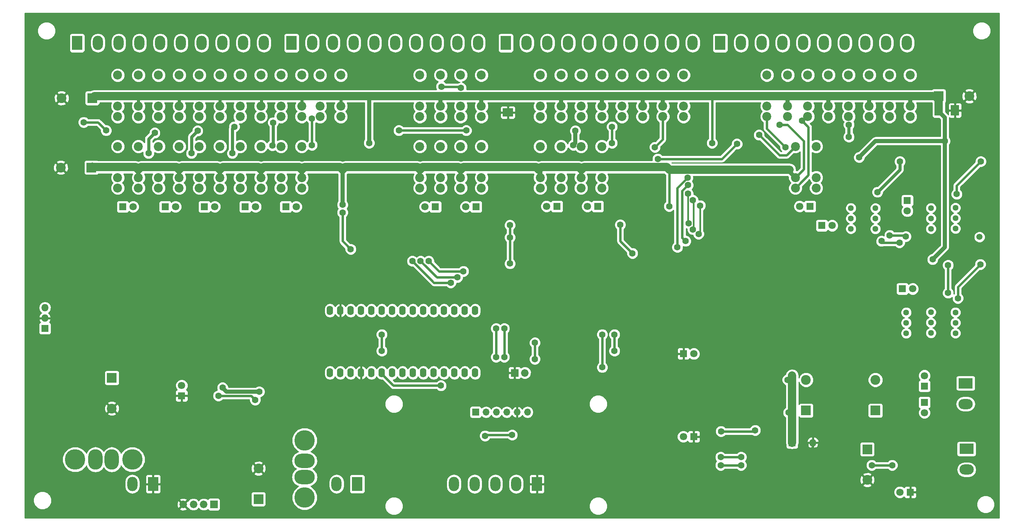
<source format=gbr>
G04 #@! TF.GenerationSoftware,KiCad,Pcbnew,no-vcs-found-996cba7~58~ubuntu16.04.1*
G04 #@! TF.CreationDate,2017-03-20T11:54:55+02:00*
G04 #@! TF.ProjectId,controller,636F6E74726F6C6C65722E6B69636164,rev?*
G04 #@! TF.FileFunction,Copper,L1,Top,Signal*
G04 #@! TF.FilePolarity,Positive*
%FSLAX46Y46*%
G04 Gerber Fmt 4.6, Leading zero omitted, Abs format (unit mm)*
G04 Created by KiCad (PCBNEW no-vcs-found-996cba7~58~ubuntu16.04.1) date Mon Mar 20 11:54:55 2017*
%MOMM*%
%LPD*%
G01*
G04 APERTURE LIST*
%ADD10C,0.100000*%
%ADD11R,1.850000X1.850000*%
%ADD12C,1.850000*%
%ADD13R,2.500000X3.500000*%
%ADD14O,2.500000X3.500000*%
%ADD15O,3.500000X2.500000*%
%ADD16R,3.500000X2.500000*%
%ADD17O,1.700000X1.700000*%
%ADD18R,1.700000X1.700000*%
%ADD19O,1.574800X2.286000*%
%ADD20R,1.800000X1.800000*%
%ADD21O,1.800000X1.800000*%
%ADD22C,2.200000*%
%ADD23O,5.000000X3.500000*%
%ADD24C,5.000000*%
%ADD25O,3.500000X5.000000*%
%ADD26C,1.500000*%
%ADD27C,1.800000*%
%ADD28C,1.440000*%
%ADD29R,2.500000X2.000000*%
%ADD30R,2.000000X2.500000*%
%ADD31R,2.400000X2.400000*%
%ADD32C,2.400000*%
%ADD33C,1.600000*%
%ADD34C,0.600000*%
%ADD35C,2.000000*%
%ADD36C,1.000000*%
%ADD37C,0.800000*%
%ADD38C,0.400000*%
%ADD39C,0.254000*%
G04 APERTURE END LIST*
D10*
D11*
X159541972Y-127382337D03*
D12*
X162041972Y-127382337D03*
D13*
X121000000Y-154600000D03*
D14*
X115920000Y-154600000D03*
D13*
X71000000Y-154600000D03*
D14*
X65920000Y-154600000D03*
D15*
X270200000Y-151080000D03*
D16*
X270200000Y-146000000D03*
X270000000Y-129920000D03*
D15*
X270000000Y-135000000D03*
D14*
X144680000Y-154600000D03*
X149760000Y-154600000D03*
X154840000Y-154600000D03*
D13*
X165000000Y-154600000D03*
D14*
X159920000Y-154600000D03*
D17*
X162700000Y-137000000D03*
X160160000Y-137000000D03*
X157620000Y-137000000D03*
X155080000Y-137000000D03*
X152540000Y-137000000D03*
D18*
X150000000Y-137000000D03*
D19*
X124480000Y-112100000D03*
X127020000Y-112100000D03*
X129560000Y-112100000D03*
X132100000Y-112100000D03*
X134640000Y-112100000D03*
X137180000Y-112100000D03*
X139720000Y-112100000D03*
X149880000Y-112100000D03*
X149880000Y-127340000D03*
X147340000Y-127340000D03*
X144800000Y-127340000D03*
X142260000Y-127340000D03*
X139720000Y-127340000D03*
X137180000Y-127340000D03*
X134640000Y-127340000D03*
X132100000Y-127340000D03*
X129560000Y-127340000D03*
X127020000Y-127340000D03*
X124480000Y-127340000D03*
X114320000Y-127340000D03*
X147340000Y-112100000D03*
X144800000Y-112100000D03*
X142260000Y-112100000D03*
X121940000Y-112100000D03*
X119400000Y-112100000D03*
X116860000Y-112100000D03*
X114320000Y-112100000D03*
X121940000Y-127340000D03*
X119400000Y-127340000D03*
X116860000Y-127340000D03*
D20*
X44500000Y-116500000D03*
D21*
X44500000Y-113960000D03*
X44500000Y-111420000D03*
D22*
X165820000Y-71940000D03*
X170900000Y-71940000D03*
X165820000Y-79560000D03*
X165820000Y-82100000D03*
X170900000Y-82100000D03*
X170900000Y-79560000D03*
X228320000Y-71940000D03*
X233400000Y-71940000D03*
X228320000Y-79560000D03*
X228320000Y-82100000D03*
X233400000Y-82100000D03*
X233400000Y-79560000D03*
X136320000Y-71940000D03*
X141400000Y-71940000D03*
X136320000Y-79560000D03*
X136320000Y-82100000D03*
X141400000Y-82100000D03*
X141400000Y-79560000D03*
X102320000Y-71940000D03*
X107400000Y-71940000D03*
X102320000Y-79560000D03*
X102320000Y-82100000D03*
X107400000Y-82100000D03*
X107400000Y-79560000D03*
X92320000Y-71940000D03*
X97400000Y-71940000D03*
X92320000Y-79560000D03*
X92320000Y-82100000D03*
X97400000Y-82100000D03*
X97400000Y-79560000D03*
X231320000Y-54440000D03*
X236400000Y-54440000D03*
X231320000Y-62060000D03*
X231320000Y-64600000D03*
X236400000Y-64600000D03*
X236400000Y-62060000D03*
X72320000Y-71940000D03*
X77400000Y-71940000D03*
X72320000Y-79560000D03*
X72320000Y-82100000D03*
X77400000Y-82100000D03*
X77400000Y-79560000D03*
X62320000Y-71940000D03*
X67400000Y-71940000D03*
X62320000Y-79560000D03*
X62320000Y-82100000D03*
X67400000Y-82100000D03*
X67400000Y-79560000D03*
X195820000Y-54440000D03*
X200900000Y-54440000D03*
X195820000Y-62060000D03*
X195820000Y-64600000D03*
X200900000Y-64600000D03*
X200900000Y-62060000D03*
X185820000Y-54440000D03*
X190900000Y-54440000D03*
X185820000Y-62060000D03*
X185820000Y-64600000D03*
X190900000Y-64600000D03*
X190900000Y-62060000D03*
X175820000Y-54440000D03*
X180900000Y-54440000D03*
X175820000Y-62060000D03*
X175820000Y-64600000D03*
X180900000Y-64600000D03*
X180900000Y-62060000D03*
X165820000Y-54440000D03*
X170900000Y-54440000D03*
X165820000Y-62060000D03*
X165820000Y-64600000D03*
X170900000Y-64600000D03*
X170900000Y-62060000D03*
X82320000Y-71940000D03*
X87400000Y-71940000D03*
X82320000Y-79560000D03*
X82320000Y-82100000D03*
X87400000Y-82100000D03*
X87400000Y-79560000D03*
X175820000Y-71940000D03*
X180900000Y-71940000D03*
X175820000Y-79560000D03*
X175820000Y-82100000D03*
X180900000Y-82100000D03*
X180900000Y-79560000D03*
X146320000Y-71940000D03*
X151400000Y-71940000D03*
X146320000Y-79560000D03*
X146320000Y-82100000D03*
X151400000Y-82100000D03*
X151400000Y-79560000D03*
X241320000Y-54440000D03*
X246400000Y-54440000D03*
X241320000Y-62060000D03*
X241320000Y-64600000D03*
X246400000Y-64600000D03*
X246400000Y-62060000D03*
X62320000Y-54480000D03*
X67400000Y-54480000D03*
X62320000Y-62100000D03*
X62320000Y-64640000D03*
X67400000Y-64640000D03*
X67400000Y-62100000D03*
X72320000Y-54480000D03*
X77400000Y-54480000D03*
X72320000Y-62100000D03*
X72320000Y-64640000D03*
X77400000Y-64640000D03*
X77400000Y-62100000D03*
X82320000Y-54480000D03*
X87400000Y-54480000D03*
X82320000Y-62100000D03*
X82320000Y-64640000D03*
X87400000Y-64640000D03*
X87400000Y-62100000D03*
X92320000Y-54440000D03*
X97400000Y-54440000D03*
X92320000Y-62060000D03*
X92320000Y-64600000D03*
X97400000Y-64600000D03*
X97400000Y-62060000D03*
X102320000Y-54440000D03*
X107400000Y-54440000D03*
X102320000Y-62060000D03*
X102320000Y-64600000D03*
X107400000Y-64600000D03*
X107400000Y-62060000D03*
X111900000Y-54480000D03*
X116980000Y-54480000D03*
X111900000Y-62100000D03*
X111900000Y-64640000D03*
X116980000Y-64640000D03*
X116980000Y-62100000D03*
X136320000Y-54440000D03*
X141400000Y-54440000D03*
X136320000Y-62060000D03*
X136320000Y-64600000D03*
X141400000Y-64600000D03*
X141400000Y-62060000D03*
X146320000Y-54440000D03*
X151400000Y-54440000D03*
X146320000Y-62060000D03*
X146320000Y-64600000D03*
X151400000Y-64600000D03*
X151400000Y-62060000D03*
X221320000Y-54440000D03*
X226400000Y-54440000D03*
X221320000Y-62060000D03*
X221320000Y-64600000D03*
X226400000Y-64600000D03*
X226400000Y-62060000D03*
X251320000Y-54440000D03*
X256400000Y-54440000D03*
X251320000Y-62060000D03*
X251320000Y-64600000D03*
X256400000Y-64600000D03*
X256400000Y-62060000D03*
D23*
X108100000Y-152900000D03*
X108100000Y-148900000D03*
D24*
X108100000Y-143900000D03*
X108100000Y-157900000D03*
X65900000Y-148600000D03*
X51900000Y-148600000D03*
D25*
X56900000Y-148600000D03*
X60900000Y-148600000D03*
D20*
X227500000Y-144500000D03*
D21*
X232580000Y-144500000D03*
D14*
X255620000Y-46600000D03*
X250540000Y-46600000D03*
X245460000Y-46600000D03*
X240380000Y-46600000D03*
X235300000Y-46600000D03*
X230220000Y-46600000D03*
X225140000Y-46600000D03*
X220060000Y-46600000D03*
D13*
X209900000Y-46600000D03*
D14*
X214980000Y-46600000D03*
X57480000Y-46600000D03*
D13*
X52400000Y-46600000D03*
D14*
X62560000Y-46600000D03*
X67640000Y-46600000D03*
X72720000Y-46600000D03*
X77800000Y-46600000D03*
X82880000Y-46600000D03*
X87960000Y-46600000D03*
X93040000Y-46600000D03*
X98120000Y-46600000D03*
X150620000Y-46600000D03*
X145540000Y-46600000D03*
X140460000Y-46600000D03*
X135380000Y-46600000D03*
X130300000Y-46600000D03*
X125220000Y-46600000D03*
X120140000Y-46600000D03*
X115060000Y-46600000D03*
D13*
X104900000Y-46600000D03*
D14*
X109980000Y-46600000D03*
X162480000Y-46600000D03*
D13*
X157400000Y-46600000D03*
D14*
X167560000Y-46600000D03*
X172640000Y-46600000D03*
X177720000Y-46600000D03*
X182800000Y-46600000D03*
X187880000Y-46600000D03*
X192960000Y-46600000D03*
X198040000Y-46600000D03*
X203120000Y-46600000D03*
D26*
X273400000Y-94100000D03*
D27*
X253900000Y-156600000D03*
D20*
X256440000Y-156600000D03*
D27*
X200860000Y-143000000D03*
D20*
X203400000Y-143000000D03*
D27*
X203440000Y-122700000D03*
D20*
X200900000Y-122700000D03*
X259900000Y-130600000D03*
D27*
X259900000Y-128060000D03*
X259900000Y-137140000D03*
D20*
X259900000Y-134600000D03*
D27*
X78000000Y-130460000D03*
D20*
X78000000Y-133000000D03*
D11*
X85900000Y-159600000D03*
D12*
X83400000Y-159600000D03*
X80900000Y-159600000D03*
X78400000Y-159600000D03*
D28*
X241900000Y-92100000D03*
X241900000Y-89560000D03*
X241900000Y-87020000D03*
X267490000Y-112570000D03*
X267490000Y-115110000D03*
X267490000Y-117650000D03*
X261490000Y-117610000D03*
X261490000Y-115070000D03*
X261490000Y-112530000D03*
X267500000Y-86960000D03*
X267500000Y-89500000D03*
X267500000Y-92040000D03*
X255460000Y-117680000D03*
X255460000Y-115140000D03*
X255460000Y-112600000D03*
X261500000Y-87000000D03*
X261500000Y-89540000D03*
X261500000Y-92080000D03*
X247900000Y-92140000D03*
X247900000Y-89600000D03*
X247900000Y-87060000D03*
D20*
X231900000Y-86600000D03*
D27*
X229360000Y-86600000D03*
X237300000Y-91300000D03*
D20*
X234760000Y-91300000D03*
X255700000Y-85200000D03*
D27*
X255700000Y-87740000D03*
X257040000Y-106800000D03*
D20*
X254500000Y-106800000D03*
D27*
X177360000Y-86600000D03*
D20*
X179900000Y-86600000D03*
X73960000Y-86700000D03*
D27*
X76500000Y-86700000D03*
X66100000Y-86700000D03*
D20*
X63560000Y-86700000D03*
X93560000Y-86700000D03*
D27*
X96100000Y-86700000D03*
X86100000Y-86700000D03*
D20*
X83560000Y-86700000D03*
X103500000Y-86700000D03*
D27*
X106040000Y-86700000D03*
X167360000Y-86600000D03*
D20*
X169900000Y-86600000D03*
X140140000Y-86700000D03*
D27*
X137600000Y-86700000D03*
X147560000Y-86700000D03*
D20*
X150100000Y-86700000D03*
D29*
X157900000Y-59600000D03*
X157900000Y-63600000D03*
D30*
X263400000Y-63100000D03*
X267400000Y-63100000D03*
D31*
X55900000Y-77100000D03*
D32*
X48400000Y-77100000D03*
X245900000Y-153600000D03*
D31*
X245900000Y-146100000D03*
X263400000Y-59600000D03*
D32*
X270900000Y-59600000D03*
X60900000Y-136100000D03*
D31*
X60900000Y-128600000D03*
X230900000Y-136600000D03*
D32*
X230900000Y-129100000D03*
X48600000Y-60100000D03*
D31*
X56100000Y-60100000D03*
X247900000Y-136600000D03*
D32*
X247900000Y-129100000D03*
X96800000Y-150800000D03*
D31*
X96800000Y-158300000D03*
D33*
X158920010Y-142583959D03*
X152300000Y-142800000D03*
X184000000Y-118000000D03*
X184000000Y-122000000D03*
X136500000Y-100000000D03*
X145500000Y-104000000D03*
X155000000Y-116500000D03*
X155000000Y-123500000D03*
X138500000Y-100000000D03*
X147000000Y-102500000D03*
X157000000Y-116500000D03*
X157000000Y-123500000D03*
X143900000Y-105300010D03*
X134500000Y-100000000D03*
X218450000Y-141450000D03*
X210100000Y-141700000D03*
X227500000Y-128000000D03*
X226400000Y-129100000D03*
X226600000Y-137100000D03*
X227500000Y-138000000D03*
X227500000Y-136500000D03*
X227500000Y-129500000D03*
X225900000Y-72100000D03*
X146400004Y-57600000D03*
X141600000Y-57300000D03*
X183400000Y-67100000D03*
X183400000Y-71100000D03*
X173900000Y-71600000D03*
X174400000Y-68100000D03*
X90400000Y-73600000D03*
X90900000Y-67100000D03*
X80400000Y-73600000D03*
X81900000Y-68100000D03*
X71399998Y-68600000D03*
X69900000Y-73600000D03*
X249400000Y-95099979D03*
X253781246Y-95481248D03*
X241400000Y-69600000D03*
X241400000Y-66600000D03*
X100200000Y-71700000D03*
X100400000Y-66100000D03*
X109900000Y-71600050D03*
X109900000Y-65100000D03*
X59500000Y-68000000D03*
X54000000Y-66000000D03*
X188400000Y-98100000D03*
X185400000Y-91100000D03*
X193900000Y-72100000D03*
X255347161Y-93973099D03*
X251400000Y-93700000D03*
X265700000Y-107800000D03*
X265700000Y-101000000D03*
X229900000Y-65600000D03*
X219400000Y-69100000D03*
X199300000Y-139400000D03*
X147000000Y-140000000D03*
X262500000Y-152000000D03*
X262500000Y-150500000D03*
X263000000Y-149000000D03*
X264500000Y-149000000D03*
X151900000Y-146100000D03*
X230800000Y-145100000D03*
X234500000Y-145300000D03*
X233300000Y-146400000D03*
X231700000Y-146400000D03*
X60900000Y-155200000D03*
X133500000Y-82000000D03*
X85000000Y-150000000D03*
X75500000Y-127500000D03*
X115000000Y-96500000D03*
X227000000Y-148000000D03*
X193000000Y-131000000D03*
X199031018Y-132068982D03*
X122718082Y-96744880D03*
X128900000Y-89600000D03*
X262600000Y-66100000D03*
X258300000Y-66600000D03*
X208800000Y-84800000D03*
X211400000Y-81700000D03*
X217400000Y-72600000D03*
X127900000Y-86900000D03*
X133400000Y-71100000D03*
X164500000Y-120000000D03*
X164500000Y-124000000D03*
X88000000Y-131000000D03*
X97000000Y-132000000D03*
X253900000Y-75600000D03*
X248400000Y-83100000D03*
X267800000Y-83600000D03*
X273700000Y-75600000D03*
X119400000Y-97100000D03*
X117400000Y-88100000D03*
X201400006Y-95100000D03*
X202000000Y-81400000D03*
X199400014Y-96600000D03*
X201899990Y-79600000D03*
X268100000Y-109100000D03*
X273600000Y-100800000D03*
X141500000Y-130500000D03*
X210000000Y-150000000D03*
X215000000Y-150000000D03*
X247000000Y-150000000D03*
X252000000Y-150000000D03*
X194600000Y-74999990D03*
X158400000Y-100600000D03*
X158400000Y-94200000D03*
X158400000Y-91200000D03*
X147700000Y-68000000D03*
X131200000Y-68000000D03*
X214000000Y-71300000D03*
X215000000Y-148000000D03*
X210000000Y-148000000D03*
X181000000Y-126000000D03*
X181000000Y-118000000D03*
X96000000Y-134000000D03*
X87000000Y-133000000D03*
X127000000Y-118000000D03*
X127000000Y-122000000D03*
X202157354Y-90768510D03*
X201999990Y-83514664D03*
X203186004Y-92245643D03*
X203200000Y-85100000D03*
X204600940Y-93358296D03*
X205000000Y-86400000D03*
X261900000Y-99600000D03*
X243900000Y-74600000D03*
X264900000Y-70600000D03*
X197400000Y-86600000D03*
X207900000Y-71100000D03*
X123900000Y-71100000D03*
X224400000Y-66600000D03*
X117400000Y-86200000D03*
D34*
X158920010Y-142583959D02*
X152516041Y-142583959D01*
X152516041Y-142583959D02*
X152300000Y-142800000D01*
X184000000Y-122000000D02*
X184000000Y-118000000D01*
X137299999Y-100799999D02*
X136500000Y-100000000D01*
X145500000Y-104000000D02*
X140500000Y-104000000D01*
X140500000Y-104000000D02*
X137299999Y-100799999D01*
X155000000Y-123500000D02*
X155000000Y-116500000D01*
X147000000Y-102500000D02*
X141000000Y-102500000D01*
X141000000Y-102500000D02*
X138500000Y-100000000D01*
X157000000Y-123500000D02*
X157000000Y-116500000D01*
X142768630Y-105300010D02*
X143900000Y-105300010D01*
X134500000Y-100000000D02*
X139800010Y-105300010D01*
X139800010Y-105300010D02*
X142768630Y-105300010D01*
X210100000Y-141700000D02*
X218200000Y-141700000D01*
X218200000Y-141700000D02*
X218450000Y-141450000D01*
D35*
X227500000Y-128000000D02*
X227500000Y-138000000D01*
X227500000Y-138000000D02*
X227500000Y-144500000D01*
D34*
X221320000Y-64600000D02*
X221320000Y-67520000D01*
X221320000Y-67520000D02*
X225900000Y-72100000D01*
X146100004Y-57300000D02*
X146400004Y-57600000D01*
X141600000Y-57300000D02*
X146100004Y-57300000D01*
X183400000Y-67100000D02*
X183400000Y-71100000D01*
D36*
X174400000Y-68100000D02*
X174400000Y-71100000D01*
X174400000Y-71100000D02*
X173900000Y-71600000D01*
D37*
X90900000Y-67100000D02*
X90400000Y-67600000D01*
X90400000Y-67600000D02*
X90400000Y-73600000D01*
X81900000Y-68100000D02*
X80400000Y-69600000D01*
X80400000Y-69600000D02*
X80400000Y-73600000D01*
X70599999Y-69399999D02*
X71399998Y-68600000D01*
X69900000Y-73600000D02*
X69900000Y-70099998D01*
X69900000Y-70099998D02*
X70599999Y-69399999D01*
D34*
X253781246Y-95481248D02*
X249781269Y-95481248D01*
X249781269Y-95481248D02*
X249400000Y-95099979D01*
D37*
X241400000Y-66600000D02*
X241400000Y-69600000D01*
X100300000Y-71700000D02*
X100200000Y-71700000D01*
X100400000Y-71600000D02*
X100300000Y-71700000D01*
X100400000Y-66100000D02*
X100400000Y-71600000D01*
D34*
X109900000Y-65100000D02*
X109900000Y-71600050D01*
X57500000Y-66000000D02*
X54000000Y-66000000D01*
X59500000Y-68000000D02*
X57500000Y-66000000D01*
X185400000Y-91100000D02*
X185400000Y-95100000D01*
X185400000Y-95100000D02*
X188400000Y-98100000D01*
X195820000Y-64600000D02*
X195820000Y-70180000D01*
X195820000Y-70180000D02*
X193900000Y-72100000D01*
X255074062Y-93700000D02*
X255347161Y-93973099D01*
X251400000Y-93700000D02*
X255074062Y-93700000D01*
X265700000Y-101000000D02*
X265700000Y-107800000D01*
X229900000Y-65600000D02*
X231500000Y-67200000D01*
X231500000Y-67200000D02*
X231500000Y-78920000D01*
X231500000Y-78920000D02*
X229419999Y-81000001D01*
X229419999Y-81000001D02*
X228320000Y-82100000D01*
X228320000Y-71940000D02*
X226160000Y-74100000D01*
X226160000Y-74100000D02*
X224400000Y-74100000D01*
X224400000Y-74100000D02*
X219400000Y-69100000D01*
X262500000Y-150500000D02*
X262500000Y-152000000D01*
X264500000Y-149000000D02*
X263000000Y-149000000D01*
X233300000Y-146400000D02*
X233400000Y-146400000D01*
X233400000Y-146400000D02*
X234500000Y-145300000D01*
X232580000Y-144500000D02*
X232580000Y-145520000D01*
X232580000Y-145520000D02*
X231700000Y-146400000D01*
X164500000Y-124000000D02*
X164500000Y-120000000D01*
D36*
X97000000Y-132000000D02*
X89000000Y-132000000D01*
X89000000Y-132000000D02*
X88799999Y-131799999D01*
X88799999Y-131799999D02*
X88000000Y-131000000D01*
D37*
X253900000Y-75600000D02*
X253900000Y-77600000D01*
X253900000Y-77600000D02*
X248400000Y-83100000D01*
D34*
X273700000Y-75600000D02*
X267800000Y-81500000D01*
X267800000Y-81500000D02*
X267800000Y-83600000D01*
X118600001Y-96300001D02*
X119400000Y-97100000D01*
X117400000Y-95100000D02*
X118600001Y-96300001D01*
X117400000Y-88100000D02*
X117400000Y-95100000D01*
X200600007Y-82799993D02*
X200600007Y-94300001D01*
X202000000Y-81400000D02*
X200600007Y-82799993D01*
X200600007Y-94300001D02*
X201400006Y-95100000D01*
X199400014Y-95468630D02*
X199400014Y-96600000D01*
X201899990Y-79600000D02*
X199400014Y-82099976D01*
X199400014Y-82099976D02*
X199400014Y-95468630D01*
X273600000Y-100800000D02*
X268100000Y-106300000D01*
X268100000Y-106300000D02*
X268100000Y-109100000D01*
X140368630Y-130500000D02*
X141500000Y-130500000D01*
X129824400Y-130500000D02*
X140368630Y-130500000D01*
X127020000Y-127340000D02*
X127020000Y-127695600D01*
X127020000Y-127695600D02*
X129824400Y-130500000D01*
X215000000Y-150000000D02*
X210000000Y-150000000D01*
X252000000Y-150000000D02*
X247000000Y-150000000D01*
X210300010Y-74999990D02*
X195731370Y-74999990D01*
X214000000Y-71300000D02*
X210300010Y-74999990D01*
X195731370Y-74999990D02*
X194600000Y-74999990D01*
X158400000Y-100600000D02*
X158400000Y-99468630D01*
X158400000Y-99468630D02*
X158400000Y-94200000D01*
X158400000Y-91200000D02*
X158400000Y-94200000D01*
X131200000Y-68000000D02*
X147700000Y-68000000D01*
X210000000Y-148000000D02*
X215000000Y-148000000D01*
X181000000Y-118000000D02*
X181000000Y-126000000D01*
X95200001Y-133200001D02*
X96000000Y-134000000D01*
X95000000Y-133000000D02*
X95200001Y-133200001D01*
X87000000Y-133000000D02*
X95000000Y-133000000D01*
X127000000Y-118000000D02*
X127000000Y-122000000D01*
D38*
X201999990Y-90611146D02*
X202157354Y-90768510D01*
X201999990Y-83514664D02*
X201999990Y-90611146D01*
X203200000Y-85100000D02*
X203200000Y-85400000D01*
X203200000Y-85400000D02*
X203387526Y-85587526D01*
X203387526Y-85587526D02*
X203387526Y-92044121D01*
X203387526Y-92044121D02*
X203186004Y-92245643D01*
X205000000Y-86400000D02*
X205000000Y-92959236D01*
X205000000Y-92959236D02*
X204600940Y-93358296D01*
D35*
X170900000Y-59600000D02*
X181000000Y-59600000D01*
X181000000Y-59600000D02*
X190900000Y-59600000D01*
D36*
X180900000Y-62060000D02*
X180900000Y-60504366D01*
X180900000Y-60504366D02*
X181000000Y-60404366D01*
X181000000Y-60404366D02*
X181000000Y-59600000D01*
D34*
X226400000Y-66600000D02*
X230400000Y-70600000D01*
X224400000Y-66600000D02*
X226400000Y-66600000D01*
X230400000Y-70600000D02*
X230400000Y-77480000D01*
X230400000Y-77480000D02*
X228320000Y-79560000D01*
D35*
X67400000Y-77600000D02*
X66800000Y-77000000D01*
X56000000Y-77000000D02*
X55900000Y-77100000D01*
X66800000Y-77000000D02*
X56000000Y-77000000D01*
X67400000Y-77600000D02*
X68000000Y-77000000D01*
X68000000Y-77000000D02*
X76800000Y-77000000D01*
X76800000Y-77000000D02*
X77400000Y-77600000D01*
X77400000Y-77600000D02*
X78000000Y-77000000D01*
X78000000Y-77000000D02*
X86800000Y-77000000D01*
X86800000Y-77000000D02*
X87400000Y-77600000D01*
X87400000Y-77600000D02*
X88000000Y-77000000D01*
X88000000Y-77000000D02*
X96800000Y-77000000D01*
X96800000Y-77000000D02*
X97400000Y-77600000D01*
X97400000Y-77600000D02*
X98000000Y-77000000D01*
X98000000Y-77000000D02*
X106800000Y-77000000D01*
X106800000Y-77000000D02*
X107400000Y-77600000D01*
X117400000Y-77600000D02*
X118000000Y-77000000D01*
X118000000Y-77000000D02*
X135800000Y-77000000D01*
X135800000Y-77000000D02*
X136400000Y-77600000D01*
X107400000Y-77600000D02*
X108000000Y-77000000D01*
X108000000Y-77000000D02*
X116800000Y-77000000D01*
X116800000Y-77000000D02*
X117400000Y-77600000D01*
X136400000Y-77600000D02*
X137000000Y-77000000D01*
X145800000Y-77000000D02*
X146400000Y-77600000D01*
X137000000Y-77000000D02*
X145800000Y-77000000D01*
X146400000Y-77600000D02*
X147000000Y-77000000D01*
X164800000Y-77000000D02*
X165400000Y-77600000D01*
X147000000Y-77000000D02*
X164800000Y-77000000D01*
X196800000Y-77000000D02*
X197400000Y-77600000D01*
X175900000Y-77600000D02*
X176500000Y-77000000D01*
X176500000Y-77000000D02*
X196800000Y-77000000D01*
X165400000Y-77600000D02*
X166000000Y-77000000D01*
X175300000Y-77000000D02*
X175900000Y-77600000D01*
X166000000Y-77000000D02*
X175300000Y-77000000D01*
D36*
X264900000Y-70600000D02*
X264900000Y-96600000D01*
X264900000Y-96600000D02*
X261900000Y-99600000D01*
X264900000Y-70600000D02*
X247900000Y-70600000D01*
X247900000Y-70600000D02*
X243900000Y-74600000D01*
X264900000Y-64850000D02*
X264900000Y-70600000D01*
X263400000Y-63100000D02*
X263400000Y-63350000D01*
X263400000Y-63350000D02*
X264900000Y-64850000D01*
D35*
X56100000Y-76900000D02*
X55900000Y-77100000D01*
D34*
X197400000Y-86600000D02*
X197400000Y-77600000D01*
D35*
X197400000Y-77600000D02*
X226900000Y-77600000D01*
X195900000Y-59600000D02*
X207900000Y-59600000D01*
X207900000Y-59600000D02*
X226400000Y-59600000D01*
D34*
X207900000Y-71100000D02*
X207900000Y-69968630D01*
X207900000Y-69968630D02*
X207900000Y-59600000D01*
D36*
X263400000Y-59600000D02*
X261900000Y-59600000D01*
D35*
X151400000Y-59600000D02*
X160400000Y-59600000D01*
X160400000Y-59600000D02*
X170900000Y-59600000D01*
D36*
X157900000Y-59600000D02*
X160400000Y-59600000D01*
D35*
X116900000Y-59600000D02*
X123900000Y-59600000D01*
X123900000Y-59600000D02*
X141400000Y-59600000D01*
D36*
X123900000Y-71100000D02*
X123900000Y-59600000D01*
X117400000Y-86200000D02*
X117400000Y-77600000D01*
X67400000Y-79560000D02*
X67400000Y-77600000D01*
X107400000Y-79560000D02*
X107400000Y-77600000D01*
X97400000Y-79560000D02*
X97400000Y-77600000D01*
X87400000Y-79560000D02*
X87400000Y-77600000D01*
X77400000Y-79560000D02*
X77400000Y-77600000D01*
X136320000Y-79560000D02*
X136320000Y-77680000D01*
X136320000Y-77680000D02*
X136400000Y-77600000D01*
X146320000Y-79560000D02*
X146320000Y-77680000D01*
X146320000Y-77680000D02*
X146400000Y-77600000D01*
X165820000Y-78020000D02*
X165400000Y-77600000D01*
X165820000Y-79560000D02*
X165820000Y-78020000D01*
X175820000Y-79560000D02*
X175820000Y-77680000D01*
X175820000Y-77680000D02*
X175900000Y-77600000D01*
X228320000Y-79560000D02*
X226900000Y-78140000D01*
X226900000Y-78140000D02*
X226900000Y-77600000D01*
D35*
X263400000Y-59600000D02*
X263400000Y-63100000D01*
X56100000Y-60100000D02*
X56600000Y-59600000D01*
X56600000Y-59600000D02*
X67400000Y-59600000D01*
X226400000Y-59600000D02*
X236400000Y-59600000D01*
D36*
X226400000Y-62060000D02*
X226400000Y-59600000D01*
X236400000Y-60998534D02*
X236400000Y-59600000D01*
D35*
X236400000Y-59600000D02*
X246400000Y-59600000D01*
D36*
X236400000Y-62060000D02*
X236400000Y-60998534D01*
X246400000Y-62060000D02*
X246400000Y-59600000D01*
X256400000Y-62060000D02*
X256400000Y-59600000D01*
D35*
X246400000Y-59600000D02*
X247900000Y-59600000D01*
X247900000Y-59600000D02*
X256400000Y-59600000D01*
X256400000Y-59600000D02*
X261900000Y-59600000D01*
D36*
X195820000Y-62060000D02*
X195820000Y-59680000D01*
X195820000Y-59680000D02*
X195900000Y-59600000D01*
D35*
X190900000Y-59600000D02*
X195900000Y-59600000D01*
D36*
X190900000Y-62060000D02*
X190900000Y-59600000D01*
X170900000Y-62060000D02*
X170900000Y-59600000D01*
D35*
X141400000Y-59600000D02*
X151400000Y-59600000D01*
D36*
X151400000Y-62060000D02*
X151400000Y-59600000D01*
X141400000Y-62060000D02*
X141400000Y-59600000D01*
D35*
X107400000Y-59600000D02*
X116900000Y-59600000D01*
D37*
X116980000Y-62100000D02*
X116980000Y-59680000D01*
X116980000Y-59680000D02*
X116900000Y-59600000D01*
D35*
X97400000Y-59600000D02*
X107400000Y-59600000D01*
D37*
X107400000Y-62060000D02*
X107400000Y-59600000D01*
D35*
X87400000Y-59600000D02*
X97400000Y-59600000D01*
D37*
X97480000Y-62060000D02*
X97480000Y-59680000D01*
X97480000Y-59680000D02*
X97400000Y-59600000D01*
D35*
X77400000Y-59600000D02*
X87400000Y-59600000D01*
D37*
X87400000Y-62100000D02*
X87400000Y-59600000D01*
D35*
X67400000Y-59600000D02*
X77400000Y-59600000D01*
D37*
X77400000Y-62100000D02*
X77400000Y-59600000D01*
X67400000Y-62100000D02*
X67400000Y-59600000D01*
D39*
G36*
X278190000Y-162890000D02*
X39610000Y-162890000D01*
X39610000Y-159042619D01*
X41664613Y-159042619D01*
X42004155Y-159864372D01*
X42632321Y-160493636D01*
X43453481Y-160834611D01*
X44342619Y-160835387D01*
X44674500Y-160698256D01*
X77481349Y-160698256D01*
X77570821Y-160957332D01*
X78153368Y-161171325D01*
X78773461Y-161146097D01*
X79229179Y-160957332D01*
X79318651Y-160698256D01*
X78400000Y-159779605D01*
X77481349Y-160698256D01*
X44674500Y-160698256D01*
X45164372Y-160495845D01*
X45793636Y-159867679D01*
X46007196Y-159353368D01*
X76828675Y-159353368D01*
X76853903Y-159973461D01*
X77042668Y-160429179D01*
X77301744Y-160518651D01*
X78220395Y-159600000D01*
X78579605Y-159600000D01*
X79498256Y-160518651D01*
X79583434Y-160489235D01*
X80015177Y-160921732D01*
X80588336Y-161159728D01*
X81208942Y-161160270D01*
X81782514Y-160923275D01*
X82150256Y-160556174D01*
X82515177Y-160921732D01*
X83088336Y-161159728D01*
X83708942Y-161160270D01*
X84282514Y-160923275D01*
X84399428Y-160806565D01*
X84517191Y-160982809D01*
X84727235Y-161123157D01*
X84975000Y-161172440D01*
X86825000Y-161172440D01*
X87072765Y-161123157D01*
X87282809Y-160982809D01*
X87423157Y-160772765D01*
X87472440Y-160525000D01*
X87472440Y-158675000D01*
X87423157Y-158427235D01*
X87282809Y-158217191D01*
X87072765Y-158076843D01*
X86825000Y-158027560D01*
X84975000Y-158027560D01*
X84727235Y-158076843D01*
X84517191Y-158217191D01*
X84399573Y-158393218D01*
X84284823Y-158278268D01*
X83711664Y-158040272D01*
X83091058Y-158039730D01*
X82517486Y-158276725D01*
X82149744Y-158643826D01*
X81784823Y-158278268D01*
X81211664Y-158040272D01*
X80591058Y-158039730D01*
X80017486Y-158276725D01*
X79582879Y-158710574D01*
X79498256Y-158681349D01*
X78579605Y-159600000D01*
X78220395Y-159600000D01*
X77301744Y-158681349D01*
X77042668Y-158770821D01*
X76828675Y-159353368D01*
X46007196Y-159353368D01*
X46134611Y-159046519D01*
X46135086Y-158501744D01*
X77481349Y-158501744D01*
X78400000Y-159420395D01*
X79318651Y-158501744D01*
X79229179Y-158242668D01*
X78646632Y-158028675D01*
X78026539Y-158053903D01*
X77570821Y-158242668D01*
X77481349Y-158501744D01*
X46135086Y-158501744D01*
X46135387Y-158157381D01*
X45795845Y-157335628D01*
X45560629Y-157100000D01*
X94952560Y-157100000D01*
X94952560Y-159500000D01*
X95001843Y-159747765D01*
X95142191Y-159957809D01*
X95352235Y-160098157D01*
X95600000Y-160147440D01*
X98000000Y-160147440D01*
X98247765Y-160098157D01*
X98457809Y-159957809D01*
X98598157Y-159747765D01*
X98647440Y-159500000D01*
X98647440Y-157100000D01*
X98598157Y-156852235D01*
X98457809Y-156642191D01*
X98247765Y-156501843D01*
X98000000Y-156452560D01*
X95600000Y-156452560D01*
X95352235Y-156501843D01*
X95142191Y-156642191D01*
X95001843Y-156852235D01*
X94952560Y-157100000D01*
X45560629Y-157100000D01*
X45167679Y-156706364D01*
X44346519Y-156365389D01*
X43457381Y-156364613D01*
X42635628Y-156704155D01*
X42006364Y-157332321D01*
X41665389Y-158153481D01*
X41664613Y-159042619D01*
X39610000Y-159042619D01*
X39610000Y-154053275D01*
X64035000Y-154053275D01*
X64035000Y-155146725D01*
X64178487Y-155868083D01*
X64587104Y-156479621D01*
X65198642Y-156888238D01*
X65920000Y-157031725D01*
X66641358Y-156888238D01*
X67252896Y-156479621D01*
X67661513Y-155868083D01*
X67805000Y-155146725D01*
X67805000Y-154885750D01*
X69115000Y-154885750D01*
X69115000Y-156476310D01*
X69211673Y-156709699D01*
X69390302Y-156888327D01*
X69623691Y-156985000D01*
X70714250Y-156985000D01*
X70873000Y-156826250D01*
X70873000Y-154727000D01*
X71127000Y-154727000D01*
X71127000Y-156826250D01*
X71285750Y-156985000D01*
X72376309Y-156985000D01*
X72609698Y-156888327D01*
X72788327Y-156709699D01*
X72885000Y-156476310D01*
X72885000Y-154885750D01*
X72726250Y-154727000D01*
X71127000Y-154727000D01*
X70873000Y-154727000D01*
X69273750Y-154727000D01*
X69115000Y-154885750D01*
X67805000Y-154885750D01*
X67805000Y-154053275D01*
X67661513Y-153331917D01*
X67255109Y-152723690D01*
X69115000Y-152723690D01*
X69115000Y-154314250D01*
X69273750Y-154473000D01*
X70873000Y-154473000D01*
X70873000Y-152373750D01*
X71127000Y-152373750D01*
X71127000Y-154473000D01*
X72726250Y-154473000D01*
X72885000Y-154314250D01*
X72885000Y-152723690D01*
X72788327Y-152490301D01*
X72609698Y-152311673D01*
X72376309Y-152215000D01*
X71285750Y-152215000D01*
X71127000Y-152373750D01*
X70873000Y-152373750D01*
X70714250Y-152215000D01*
X69623691Y-152215000D01*
X69390302Y-152311673D01*
X69211673Y-152490301D01*
X69115000Y-152723690D01*
X67255109Y-152723690D01*
X67252896Y-152720379D01*
X66641358Y-152311762D01*
X65920000Y-152168275D01*
X65198642Y-152311762D01*
X64587104Y-152720379D01*
X64178487Y-153331917D01*
X64035000Y-154053275D01*
X39610000Y-154053275D01*
X39610000Y-152097175D01*
X95682430Y-152097175D01*
X95805565Y-152384788D01*
X96487734Y-152644707D01*
X97217443Y-152623786D01*
X97794435Y-152384788D01*
X97917570Y-152097175D01*
X96800000Y-150979605D01*
X95682430Y-152097175D01*
X39610000Y-152097175D01*
X39610000Y-149220854D01*
X48764457Y-149220854D01*
X49240727Y-150373515D01*
X50121847Y-151256174D01*
X51273674Y-151734454D01*
X52520854Y-151735543D01*
X53673515Y-151259273D01*
X54556174Y-150378153D01*
X54658350Y-150132087D01*
X54696547Y-150324118D01*
X55213550Y-151097868D01*
X55987300Y-151614871D01*
X56900000Y-151796418D01*
X57812700Y-151614871D01*
X58586450Y-151097868D01*
X58900000Y-150628607D01*
X59213550Y-151097868D01*
X59987300Y-151614871D01*
X60900000Y-151796418D01*
X61812700Y-151614871D01*
X62586450Y-151097868D01*
X63103453Y-150324118D01*
X63141430Y-150133197D01*
X63240727Y-150373515D01*
X64121847Y-151256174D01*
X65273674Y-151734454D01*
X66520854Y-151735543D01*
X67673515Y-151259273D01*
X68446401Y-150487734D01*
X94955293Y-150487734D01*
X94976214Y-151217443D01*
X95215212Y-151794435D01*
X95502825Y-151917570D01*
X96620395Y-150800000D01*
X96979605Y-150800000D01*
X98097175Y-151917570D01*
X98384788Y-151794435D01*
X98644707Y-151112266D01*
X98623786Y-150382557D01*
X98384788Y-149805565D01*
X98097175Y-149682430D01*
X96979605Y-150800000D01*
X96620395Y-150800000D01*
X95502825Y-149682430D01*
X95215212Y-149805565D01*
X94955293Y-150487734D01*
X68446401Y-150487734D01*
X68556174Y-150378153D01*
X68919641Y-149502825D01*
X95682430Y-149502825D01*
X96800000Y-150620395D01*
X97917570Y-149502825D01*
X97794435Y-149215212D01*
X97112266Y-148955293D01*
X96382557Y-148976214D01*
X95805565Y-149215212D01*
X95682430Y-149502825D01*
X68919641Y-149502825D01*
X69034454Y-149226326D01*
X69034738Y-148900000D01*
X104903582Y-148900000D01*
X105085129Y-149812700D01*
X105602132Y-150586450D01*
X106071393Y-150900000D01*
X105602132Y-151213550D01*
X105085129Y-151987300D01*
X104903582Y-152900000D01*
X105085129Y-153812700D01*
X105602132Y-154586450D01*
X106375882Y-155103453D01*
X106566803Y-155141430D01*
X106326485Y-155240727D01*
X105443826Y-156121847D01*
X104965546Y-157273674D01*
X104964457Y-158520854D01*
X105440727Y-159673515D01*
X106321847Y-160556174D01*
X107473674Y-161034454D01*
X108720854Y-161035543D01*
X109873515Y-160559273D01*
X109990372Y-160442619D01*
X127764613Y-160442619D01*
X128104155Y-161264372D01*
X128732321Y-161893636D01*
X129553481Y-162234611D01*
X130442619Y-162235387D01*
X131264372Y-161895845D01*
X131893636Y-161267679D01*
X132234611Y-160446519D01*
X132234614Y-160442619D01*
X177764613Y-160442619D01*
X178104155Y-161264372D01*
X178732321Y-161893636D01*
X179553481Y-162234611D01*
X180442619Y-162235387D01*
X181264372Y-161895845D01*
X181893636Y-161267679D01*
X182234611Y-160446519D01*
X182234963Y-160042619D01*
X272664613Y-160042619D01*
X273004155Y-160864372D01*
X273632321Y-161493636D01*
X274453481Y-161834611D01*
X275342619Y-161835387D01*
X276164372Y-161495845D01*
X276793636Y-160867679D01*
X277134611Y-160046519D01*
X277135387Y-159157381D01*
X276795845Y-158335628D01*
X276167679Y-157706364D01*
X275346519Y-157365389D01*
X274457381Y-157364613D01*
X273635628Y-157704155D01*
X273006364Y-158332321D01*
X272665389Y-159153481D01*
X272664613Y-160042619D01*
X182234963Y-160042619D01*
X182235387Y-159557381D01*
X181895845Y-158735628D01*
X181267679Y-158106364D01*
X180446519Y-157765389D01*
X179557381Y-157764613D01*
X178735628Y-158104155D01*
X178106364Y-158732321D01*
X177765389Y-159553481D01*
X177764613Y-160442619D01*
X132234614Y-160442619D01*
X132235387Y-159557381D01*
X131895845Y-158735628D01*
X131267679Y-158106364D01*
X130446519Y-157765389D01*
X129557381Y-157764613D01*
X128735628Y-158104155D01*
X128106364Y-158732321D01*
X127765389Y-159553481D01*
X127764613Y-160442619D01*
X109990372Y-160442619D01*
X110756174Y-159678153D01*
X111234454Y-158526326D01*
X111235543Y-157279146D01*
X110759273Y-156126485D01*
X109878153Y-155243826D01*
X109632087Y-155141650D01*
X109824118Y-155103453D01*
X110597868Y-154586450D01*
X110954123Y-154053275D01*
X114035000Y-154053275D01*
X114035000Y-155146725D01*
X114178487Y-155868083D01*
X114587104Y-156479621D01*
X115198642Y-156888238D01*
X115920000Y-157031725D01*
X116641358Y-156888238D01*
X117252896Y-156479621D01*
X117661513Y-155868083D01*
X117805000Y-155146725D01*
X117805000Y-154053275D01*
X117661513Y-153331917D01*
X117339507Y-152850000D01*
X119102560Y-152850000D01*
X119102560Y-156350000D01*
X119151843Y-156597765D01*
X119292191Y-156807809D01*
X119502235Y-156948157D01*
X119750000Y-156997440D01*
X122250000Y-156997440D01*
X122497765Y-156948157D01*
X122707809Y-156807809D01*
X122848157Y-156597765D01*
X122897440Y-156350000D01*
X122897440Y-154053275D01*
X142795000Y-154053275D01*
X142795000Y-155146725D01*
X142938487Y-155868083D01*
X143347104Y-156479621D01*
X143958642Y-156888238D01*
X144680000Y-157031725D01*
X145401358Y-156888238D01*
X146012896Y-156479621D01*
X146421513Y-155868083D01*
X146565000Y-155146725D01*
X146565000Y-154053275D01*
X147875000Y-154053275D01*
X147875000Y-155146725D01*
X148018487Y-155868083D01*
X148427104Y-156479621D01*
X149038642Y-156888238D01*
X149760000Y-157031725D01*
X150481358Y-156888238D01*
X151092896Y-156479621D01*
X151501513Y-155868083D01*
X151645000Y-155146725D01*
X151645000Y-154053275D01*
X152955000Y-154053275D01*
X152955000Y-155146725D01*
X153098487Y-155868083D01*
X153507104Y-156479621D01*
X154118642Y-156888238D01*
X154840000Y-157031725D01*
X155561358Y-156888238D01*
X156172896Y-156479621D01*
X156581513Y-155868083D01*
X156725000Y-155146725D01*
X156725000Y-154053275D01*
X158035000Y-154053275D01*
X158035000Y-155146725D01*
X158178487Y-155868083D01*
X158587104Y-156479621D01*
X159198642Y-156888238D01*
X159920000Y-157031725D01*
X160641358Y-156888238D01*
X161252896Y-156479621D01*
X161661513Y-155868083D01*
X161805000Y-155146725D01*
X161805000Y-154885750D01*
X163115000Y-154885750D01*
X163115000Y-156476310D01*
X163211673Y-156709699D01*
X163390302Y-156888327D01*
X163623691Y-156985000D01*
X164714250Y-156985000D01*
X164873000Y-156826250D01*
X164873000Y-154727000D01*
X165127000Y-154727000D01*
X165127000Y-156826250D01*
X165285750Y-156985000D01*
X166376309Y-156985000D01*
X166571881Y-156903991D01*
X252364735Y-156903991D01*
X252597932Y-157468371D01*
X253029357Y-157900551D01*
X253593330Y-158134733D01*
X254203991Y-158135265D01*
X254768371Y-157902068D01*
X254945841Y-157724908D01*
X255001673Y-157859699D01*
X255180302Y-158038327D01*
X255413691Y-158135000D01*
X256154250Y-158135000D01*
X256313000Y-157976250D01*
X256313000Y-156727000D01*
X256567000Y-156727000D01*
X256567000Y-157976250D01*
X256725750Y-158135000D01*
X257466309Y-158135000D01*
X257699698Y-158038327D01*
X257878327Y-157859699D01*
X257975000Y-157626310D01*
X257975000Y-156885750D01*
X257816250Y-156727000D01*
X256567000Y-156727000D01*
X256313000Y-156727000D01*
X256293000Y-156727000D01*
X256293000Y-156473000D01*
X256313000Y-156473000D01*
X256313000Y-155223750D01*
X256567000Y-155223750D01*
X256567000Y-156473000D01*
X257816250Y-156473000D01*
X257975000Y-156314250D01*
X257975000Y-155573690D01*
X257878327Y-155340301D01*
X257699698Y-155161673D01*
X257466309Y-155065000D01*
X256725750Y-155065000D01*
X256567000Y-155223750D01*
X256313000Y-155223750D01*
X256154250Y-155065000D01*
X255413691Y-155065000D01*
X255180302Y-155161673D01*
X255001673Y-155340301D01*
X254945881Y-155474994D01*
X254770643Y-155299449D01*
X254206670Y-155065267D01*
X253596009Y-155064735D01*
X253031629Y-155297932D01*
X252599449Y-155729357D01*
X252365267Y-156293330D01*
X252364735Y-156903991D01*
X166571881Y-156903991D01*
X166609698Y-156888327D01*
X166788327Y-156709699D01*
X166885000Y-156476310D01*
X166885000Y-154897175D01*
X244782430Y-154897175D01*
X244905565Y-155184788D01*
X245587734Y-155444707D01*
X246317443Y-155423786D01*
X246894435Y-155184788D01*
X247017570Y-154897175D01*
X245900000Y-153779605D01*
X244782430Y-154897175D01*
X166885000Y-154897175D01*
X166885000Y-154885750D01*
X166726250Y-154727000D01*
X165127000Y-154727000D01*
X164873000Y-154727000D01*
X163273750Y-154727000D01*
X163115000Y-154885750D01*
X161805000Y-154885750D01*
X161805000Y-154053275D01*
X161661513Y-153331917D01*
X161255109Y-152723690D01*
X163115000Y-152723690D01*
X163115000Y-154314250D01*
X163273750Y-154473000D01*
X164873000Y-154473000D01*
X164873000Y-152373750D01*
X165127000Y-152373750D01*
X165127000Y-154473000D01*
X166726250Y-154473000D01*
X166885000Y-154314250D01*
X166885000Y-153287734D01*
X244055293Y-153287734D01*
X244076214Y-154017443D01*
X244315212Y-154594435D01*
X244602825Y-154717570D01*
X245720395Y-153600000D01*
X246079605Y-153600000D01*
X247197175Y-154717570D01*
X247484788Y-154594435D01*
X247744707Y-153912266D01*
X247723786Y-153182557D01*
X247484788Y-152605565D01*
X247197175Y-152482430D01*
X246079605Y-153600000D01*
X245720395Y-153600000D01*
X244602825Y-152482430D01*
X244315212Y-152605565D01*
X244055293Y-153287734D01*
X166885000Y-153287734D01*
X166885000Y-152723690D01*
X166788327Y-152490301D01*
X166609698Y-152311673D01*
X166588338Y-152302825D01*
X244782430Y-152302825D01*
X245900000Y-153420395D01*
X247017570Y-152302825D01*
X246894435Y-152015212D01*
X246212266Y-151755293D01*
X245482557Y-151776214D01*
X244905565Y-152015212D01*
X244782430Y-152302825D01*
X166588338Y-152302825D01*
X166376309Y-152215000D01*
X165285750Y-152215000D01*
X165127000Y-152373750D01*
X164873000Y-152373750D01*
X164714250Y-152215000D01*
X163623691Y-152215000D01*
X163390302Y-152311673D01*
X163211673Y-152490301D01*
X163115000Y-152723690D01*
X161255109Y-152723690D01*
X161252896Y-152720379D01*
X160641358Y-152311762D01*
X159920000Y-152168275D01*
X159198642Y-152311762D01*
X158587104Y-152720379D01*
X158178487Y-153331917D01*
X158035000Y-154053275D01*
X156725000Y-154053275D01*
X156581513Y-153331917D01*
X156172896Y-152720379D01*
X155561358Y-152311762D01*
X154840000Y-152168275D01*
X154118642Y-152311762D01*
X153507104Y-152720379D01*
X153098487Y-153331917D01*
X152955000Y-154053275D01*
X151645000Y-154053275D01*
X151501513Y-153331917D01*
X151092896Y-152720379D01*
X150481358Y-152311762D01*
X149760000Y-152168275D01*
X149038642Y-152311762D01*
X148427104Y-152720379D01*
X148018487Y-153331917D01*
X147875000Y-154053275D01*
X146565000Y-154053275D01*
X146421513Y-153331917D01*
X146012896Y-152720379D01*
X145401358Y-152311762D01*
X144680000Y-152168275D01*
X143958642Y-152311762D01*
X143347104Y-152720379D01*
X142938487Y-153331917D01*
X142795000Y-154053275D01*
X122897440Y-154053275D01*
X122897440Y-152850000D01*
X122848157Y-152602235D01*
X122707809Y-152392191D01*
X122497765Y-152251843D01*
X122250000Y-152202560D01*
X119750000Y-152202560D01*
X119502235Y-152251843D01*
X119292191Y-152392191D01*
X119151843Y-152602235D01*
X119102560Y-152850000D01*
X117339507Y-152850000D01*
X117252896Y-152720379D01*
X116641358Y-152311762D01*
X115920000Y-152168275D01*
X115198642Y-152311762D01*
X114587104Y-152720379D01*
X114178487Y-153331917D01*
X114035000Y-154053275D01*
X110954123Y-154053275D01*
X111114871Y-153812700D01*
X111296418Y-152900000D01*
X111114871Y-151987300D01*
X110597868Y-151213550D01*
X110128607Y-150900000D01*
X110597868Y-150586450D01*
X111114871Y-149812700D01*
X111296418Y-148900000D01*
X111173926Y-148284187D01*
X208564752Y-148284187D01*
X208782757Y-148811800D01*
X208970603Y-148999974D01*
X208784176Y-149186077D01*
X208565250Y-149713309D01*
X208564752Y-150284187D01*
X208782757Y-150811800D01*
X209186077Y-151215824D01*
X209713309Y-151434750D01*
X210284187Y-151435248D01*
X210811800Y-151217243D01*
X211094536Y-150935000D01*
X213905742Y-150935000D01*
X214186077Y-151215824D01*
X214713309Y-151434750D01*
X215284187Y-151435248D01*
X215811800Y-151217243D01*
X216215824Y-150813923D01*
X216434750Y-150286691D01*
X216434752Y-150284187D01*
X245564752Y-150284187D01*
X245782757Y-150811800D01*
X246186077Y-151215824D01*
X246713309Y-151434750D01*
X247284187Y-151435248D01*
X247811800Y-151217243D01*
X248094536Y-150935000D01*
X250905742Y-150935000D01*
X251186077Y-151215824D01*
X251713309Y-151434750D01*
X252284187Y-151435248D01*
X252811800Y-151217243D01*
X252949282Y-151080000D01*
X267768275Y-151080000D01*
X267911762Y-151801358D01*
X268320379Y-152412896D01*
X268931917Y-152821513D01*
X269653275Y-152965000D01*
X270746725Y-152965000D01*
X271468083Y-152821513D01*
X272079621Y-152412896D01*
X272488238Y-151801358D01*
X272631725Y-151080000D01*
X272488238Y-150358642D01*
X272079621Y-149747104D01*
X271468083Y-149338487D01*
X270746725Y-149195000D01*
X269653275Y-149195000D01*
X268931917Y-149338487D01*
X268320379Y-149747104D01*
X267911762Y-150358642D01*
X267768275Y-151080000D01*
X252949282Y-151080000D01*
X253215824Y-150813923D01*
X253434750Y-150286691D01*
X253435248Y-149715813D01*
X253217243Y-149188200D01*
X252813923Y-148784176D01*
X252286691Y-148565250D01*
X251715813Y-148564752D01*
X251188200Y-148782757D01*
X250905464Y-149065000D01*
X248094258Y-149065000D01*
X247813923Y-148784176D01*
X247286691Y-148565250D01*
X246715813Y-148564752D01*
X246188200Y-148782757D01*
X245784176Y-149186077D01*
X245565250Y-149713309D01*
X245564752Y-150284187D01*
X216434752Y-150284187D01*
X216435248Y-149715813D01*
X216217243Y-149188200D01*
X216029397Y-149000026D01*
X216215824Y-148813923D01*
X216434750Y-148286691D01*
X216435248Y-147715813D01*
X216217243Y-147188200D01*
X215813923Y-146784176D01*
X215286691Y-146565250D01*
X214715813Y-146564752D01*
X214188200Y-146782757D01*
X213905464Y-147065000D01*
X211094258Y-147065000D01*
X210813923Y-146784176D01*
X210286691Y-146565250D01*
X209715813Y-146564752D01*
X209188200Y-146782757D01*
X208784176Y-147186077D01*
X208565250Y-147713309D01*
X208564752Y-148284187D01*
X111173926Y-148284187D01*
X111114871Y-147987300D01*
X110597868Y-147213550D01*
X109824118Y-146696547D01*
X109633197Y-146658570D01*
X109873515Y-146559273D01*
X110756174Y-145678153D01*
X111234454Y-144526326D01*
X111235543Y-143279146D01*
X111154988Y-143084187D01*
X150864752Y-143084187D01*
X151082757Y-143611800D01*
X151486077Y-144015824D01*
X152013309Y-144234750D01*
X152584187Y-144235248D01*
X153111800Y-144017243D01*
X153515824Y-143613923D01*
X153555257Y-143518959D01*
X157825752Y-143518959D01*
X158106087Y-143799783D01*
X158633319Y-144018709D01*
X159204197Y-144019207D01*
X159731810Y-143801202D01*
X160135834Y-143397882D01*
X160174820Y-143303991D01*
X199324735Y-143303991D01*
X199557932Y-143868371D01*
X199989357Y-144300551D01*
X200553330Y-144534733D01*
X201163991Y-144535265D01*
X201728371Y-144302068D01*
X201905841Y-144124908D01*
X201961673Y-144259699D01*
X202140302Y-144438327D01*
X202373691Y-144535000D01*
X203114250Y-144535000D01*
X203273000Y-144376250D01*
X203273000Y-143127000D01*
X203527000Y-143127000D01*
X203527000Y-144376250D01*
X203685750Y-144535000D01*
X204426309Y-144535000D01*
X204659698Y-144438327D01*
X204838327Y-144259699D01*
X204935000Y-144026310D01*
X204935000Y-143285750D01*
X204776250Y-143127000D01*
X203527000Y-143127000D01*
X203273000Y-143127000D01*
X203253000Y-143127000D01*
X203253000Y-142873000D01*
X203273000Y-142873000D01*
X203273000Y-141623750D01*
X203527000Y-141623750D01*
X203527000Y-142873000D01*
X204776250Y-142873000D01*
X204935000Y-142714250D01*
X204935000Y-141984187D01*
X208664752Y-141984187D01*
X208882757Y-142511800D01*
X209286077Y-142915824D01*
X209813309Y-143134750D01*
X210384187Y-143135248D01*
X210911800Y-142917243D01*
X211194536Y-142635000D01*
X217605307Y-142635000D01*
X217636077Y-142665824D01*
X218163309Y-142884750D01*
X218734187Y-142885248D01*
X219261800Y-142667243D01*
X219665824Y-142263923D01*
X219884750Y-141736691D01*
X219885248Y-141165813D01*
X219667243Y-140638200D01*
X219263923Y-140234176D01*
X218736691Y-140015250D01*
X218165813Y-140014752D01*
X217638200Y-140232757D01*
X217234176Y-140636077D01*
X217180642Y-140765000D01*
X211194258Y-140765000D01*
X210913923Y-140484176D01*
X210386691Y-140265250D01*
X209815813Y-140264752D01*
X209288200Y-140482757D01*
X208884176Y-140886077D01*
X208665250Y-141413309D01*
X208664752Y-141984187D01*
X204935000Y-141984187D01*
X204935000Y-141973690D01*
X204838327Y-141740301D01*
X204659698Y-141561673D01*
X204426309Y-141465000D01*
X203685750Y-141465000D01*
X203527000Y-141623750D01*
X203273000Y-141623750D01*
X203114250Y-141465000D01*
X202373691Y-141465000D01*
X202140302Y-141561673D01*
X201961673Y-141740301D01*
X201905881Y-141874994D01*
X201730643Y-141699449D01*
X201166670Y-141465267D01*
X200556009Y-141464735D01*
X199991629Y-141697932D01*
X199559449Y-142129357D01*
X199325267Y-142693330D01*
X199324735Y-143303991D01*
X160174820Y-143303991D01*
X160354760Y-142870650D01*
X160355258Y-142299772D01*
X160137253Y-141772159D01*
X159733933Y-141368135D01*
X159206701Y-141149209D01*
X158635823Y-141148711D01*
X158108210Y-141366716D01*
X157825474Y-141648959D01*
X153178593Y-141648959D01*
X153113923Y-141584176D01*
X152586691Y-141365250D01*
X152015813Y-141364752D01*
X151488200Y-141582757D01*
X151084176Y-141986077D01*
X150865250Y-142513309D01*
X150864752Y-143084187D01*
X111154988Y-143084187D01*
X110759273Y-142126485D01*
X109878153Y-141243826D01*
X108726326Y-140765546D01*
X107479146Y-140764457D01*
X106326485Y-141240727D01*
X105443826Y-142121847D01*
X104965546Y-143273674D01*
X104964457Y-144520854D01*
X105440727Y-145673515D01*
X106321847Y-146556174D01*
X106567913Y-146658350D01*
X106375882Y-146696547D01*
X105602132Y-147213550D01*
X105085129Y-147987300D01*
X104903582Y-148900000D01*
X69034738Y-148900000D01*
X69035543Y-147979146D01*
X68559273Y-146826485D01*
X67678153Y-145943826D01*
X66526326Y-145465546D01*
X65279146Y-145464457D01*
X64126485Y-145940727D01*
X63243826Y-146821847D01*
X63141650Y-147067913D01*
X63103453Y-146875882D01*
X62586450Y-146102132D01*
X61812700Y-145585129D01*
X60900000Y-145403582D01*
X59987300Y-145585129D01*
X59213550Y-146102132D01*
X58900000Y-146571393D01*
X58586450Y-146102132D01*
X57812700Y-145585129D01*
X56900000Y-145403582D01*
X55987300Y-145585129D01*
X55213550Y-146102132D01*
X54696547Y-146875882D01*
X54658570Y-147066803D01*
X54559273Y-146826485D01*
X53678153Y-145943826D01*
X52526326Y-145465546D01*
X51279146Y-145464457D01*
X50126485Y-145940727D01*
X49243826Y-146821847D01*
X48765546Y-147973674D01*
X48764457Y-149220854D01*
X39610000Y-149220854D01*
X39610000Y-137397175D01*
X59782430Y-137397175D01*
X59905565Y-137684788D01*
X60587734Y-137944707D01*
X61317443Y-137923786D01*
X61894435Y-137684788D01*
X62017570Y-137397175D01*
X60900000Y-136279605D01*
X59782430Y-137397175D01*
X39610000Y-137397175D01*
X39610000Y-135787734D01*
X59055293Y-135787734D01*
X59076214Y-136517443D01*
X59315212Y-137094435D01*
X59602825Y-137217570D01*
X60720395Y-136100000D01*
X61079605Y-136100000D01*
X62197175Y-137217570D01*
X62484788Y-137094435D01*
X62744707Y-136412266D01*
X62723786Y-135682557D01*
X62624401Y-135442619D01*
X127764613Y-135442619D01*
X128104155Y-136264372D01*
X128732321Y-136893636D01*
X129553481Y-137234611D01*
X130442619Y-137235387D01*
X131264372Y-136895845D01*
X131893636Y-136267679D01*
X131942500Y-136150000D01*
X148502560Y-136150000D01*
X148502560Y-137850000D01*
X148551843Y-138097765D01*
X148692191Y-138307809D01*
X148902235Y-138448157D01*
X149150000Y-138497440D01*
X150850000Y-138497440D01*
X151097765Y-138448157D01*
X151307809Y-138307809D01*
X151448157Y-138097765D01*
X151460597Y-138035223D01*
X151489946Y-138079147D01*
X151971715Y-138401054D01*
X152540000Y-138514093D01*
X153108285Y-138401054D01*
X153590054Y-138079147D01*
X153810000Y-137749974D01*
X154029946Y-138079147D01*
X154511715Y-138401054D01*
X155080000Y-138514093D01*
X155648285Y-138401054D01*
X156130054Y-138079147D01*
X156350000Y-137749974D01*
X156569946Y-138079147D01*
X157051715Y-138401054D01*
X157620000Y-138514093D01*
X158188285Y-138401054D01*
X158670054Y-138079147D01*
X158897702Y-137738447D01*
X158964817Y-137881358D01*
X159393076Y-138271645D01*
X159803110Y-138441476D01*
X160033000Y-138320155D01*
X160033000Y-137127000D01*
X160013000Y-137127000D01*
X160013000Y-136873000D01*
X160033000Y-136873000D01*
X160033000Y-135679845D01*
X160287000Y-135679845D01*
X160287000Y-136873000D01*
X160307000Y-136873000D01*
X160307000Y-137127000D01*
X160287000Y-137127000D01*
X160287000Y-138320155D01*
X160516890Y-138441476D01*
X160926924Y-138271645D01*
X161355183Y-137881358D01*
X161422298Y-137738447D01*
X161649946Y-138079147D01*
X162131715Y-138401054D01*
X162700000Y-138514093D01*
X163268285Y-138401054D01*
X163750054Y-138079147D01*
X164071961Y-137597378D01*
X164185000Y-137029093D01*
X164185000Y-136970907D01*
X164071961Y-136402622D01*
X163750054Y-135920853D01*
X163268285Y-135598946D01*
X162700000Y-135485907D01*
X162131715Y-135598946D01*
X161649946Y-135920853D01*
X161422298Y-136261553D01*
X161355183Y-136118642D01*
X160926924Y-135728355D01*
X160516890Y-135558524D01*
X160287000Y-135679845D01*
X160033000Y-135679845D01*
X159803110Y-135558524D01*
X159393076Y-135728355D01*
X158964817Y-136118642D01*
X158897702Y-136261553D01*
X158670054Y-135920853D01*
X158188285Y-135598946D01*
X157620000Y-135485907D01*
X157051715Y-135598946D01*
X156569946Y-135920853D01*
X156350000Y-136250026D01*
X156130054Y-135920853D01*
X155648285Y-135598946D01*
X155080000Y-135485907D01*
X154511715Y-135598946D01*
X154029946Y-135920853D01*
X153810000Y-136250026D01*
X153590054Y-135920853D01*
X153108285Y-135598946D01*
X152540000Y-135485907D01*
X151971715Y-135598946D01*
X151489946Y-135920853D01*
X151460597Y-135964777D01*
X151448157Y-135902235D01*
X151307809Y-135692191D01*
X151097765Y-135551843D01*
X150850000Y-135502560D01*
X149150000Y-135502560D01*
X148902235Y-135551843D01*
X148692191Y-135692191D01*
X148551843Y-135902235D01*
X148502560Y-136150000D01*
X131942500Y-136150000D01*
X132234611Y-135446519D01*
X132234614Y-135442619D01*
X177764613Y-135442619D01*
X178104155Y-136264372D01*
X178732321Y-136893636D01*
X179553481Y-137234611D01*
X180442619Y-137235387D01*
X181264372Y-136895845D01*
X181893636Y-136267679D01*
X182234611Y-135446519D01*
X182235387Y-134557381D01*
X181895845Y-133735628D01*
X181267679Y-133106364D01*
X180446519Y-132765389D01*
X179557381Y-132764613D01*
X178735628Y-133104155D01*
X178106364Y-133732321D01*
X177765389Y-134553481D01*
X177764613Y-135442619D01*
X132234614Y-135442619D01*
X132235387Y-134557381D01*
X131895845Y-133735628D01*
X131267679Y-133106364D01*
X130446519Y-132765389D01*
X129557381Y-132764613D01*
X128735628Y-133104155D01*
X128106364Y-133732321D01*
X127765389Y-134553481D01*
X127764613Y-135442619D01*
X62624401Y-135442619D01*
X62484788Y-135105565D01*
X62197175Y-134982430D01*
X61079605Y-136100000D01*
X60720395Y-136100000D01*
X59602825Y-134982430D01*
X59315212Y-135105565D01*
X59055293Y-135787734D01*
X39610000Y-135787734D01*
X39610000Y-134802825D01*
X59782430Y-134802825D01*
X60900000Y-135920395D01*
X62017570Y-134802825D01*
X61894435Y-134515212D01*
X61212266Y-134255293D01*
X60482557Y-134276214D01*
X59905565Y-134515212D01*
X59782430Y-134802825D01*
X39610000Y-134802825D01*
X39610000Y-133285750D01*
X76465000Y-133285750D01*
X76465000Y-134026309D01*
X76561673Y-134259698D01*
X76740301Y-134438327D01*
X76973690Y-134535000D01*
X77714250Y-134535000D01*
X77873000Y-134376250D01*
X77873000Y-133127000D01*
X78127000Y-133127000D01*
X78127000Y-134376250D01*
X78285750Y-134535000D01*
X79026310Y-134535000D01*
X79259699Y-134438327D01*
X79438327Y-134259698D01*
X79535000Y-134026309D01*
X79535000Y-133285750D01*
X79533437Y-133284187D01*
X85564752Y-133284187D01*
X85782757Y-133811800D01*
X86186077Y-134215824D01*
X86713309Y-134434750D01*
X87284187Y-134435248D01*
X87811800Y-134217243D01*
X88094536Y-133935000D01*
X94565057Y-133935000D01*
X94564752Y-134284187D01*
X94782757Y-134811800D01*
X95186077Y-135215824D01*
X95713309Y-135434750D01*
X96284187Y-135435248D01*
X96811800Y-135217243D01*
X97215824Y-134813923D01*
X97434750Y-134286691D01*
X97435248Y-133715813D01*
X97314197Y-133422848D01*
X97811800Y-133217243D01*
X98215824Y-132813923D01*
X98434750Y-132286691D01*
X98435248Y-131715813D01*
X98217243Y-131188200D01*
X97813923Y-130784176D01*
X97286691Y-130565250D01*
X96715813Y-130564752D01*
X96188200Y-130782757D01*
X96105813Y-130865000D01*
X89470133Y-130865000D01*
X89435148Y-130830016D01*
X89435248Y-130715813D01*
X89217243Y-130188200D01*
X88813923Y-129784176D01*
X88286691Y-129565250D01*
X87715813Y-129564752D01*
X87188200Y-129782757D01*
X86784176Y-130186077D01*
X86565250Y-130713309D01*
X86564752Y-131284187D01*
X86685803Y-131577152D01*
X86188200Y-131782757D01*
X85784176Y-132186077D01*
X85565250Y-132713309D01*
X85564752Y-133284187D01*
X79533437Y-133284187D01*
X79376250Y-133127000D01*
X78127000Y-133127000D01*
X77873000Y-133127000D01*
X76623750Y-133127000D01*
X76465000Y-133285750D01*
X39610000Y-133285750D01*
X39610000Y-130763991D01*
X76464735Y-130763991D01*
X76697932Y-131328371D01*
X76875092Y-131505841D01*
X76740301Y-131561673D01*
X76561673Y-131740302D01*
X76465000Y-131973691D01*
X76465000Y-132714250D01*
X76623750Y-132873000D01*
X77873000Y-132873000D01*
X77873000Y-132853000D01*
X78127000Y-132853000D01*
X78127000Y-132873000D01*
X79376250Y-132873000D01*
X79535000Y-132714250D01*
X79535000Y-131973691D01*
X79438327Y-131740302D01*
X79259699Y-131561673D01*
X79125006Y-131505881D01*
X79300551Y-131330643D01*
X79534733Y-130766670D01*
X79535265Y-130156009D01*
X79302068Y-129591629D01*
X78870643Y-129159449D01*
X78306670Y-128925267D01*
X77696009Y-128924735D01*
X77131629Y-129157932D01*
X76699449Y-129589357D01*
X76465267Y-130153330D01*
X76464735Y-130763991D01*
X39610000Y-130763991D01*
X39610000Y-127400000D01*
X59052560Y-127400000D01*
X59052560Y-129800000D01*
X59101843Y-130047765D01*
X59242191Y-130257809D01*
X59452235Y-130398157D01*
X59700000Y-130447440D01*
X62100000Y-130447440D01*
X62347765Y-130398157D01*
X62557809Y-130257809D01*
X62698157Y-130047765D01*
X62747440Y-129800000D01*
X62747440Y-127400000D01*
X62698157Y-127152235D01*
X62562738Y-126949567D01*
X112897600Y-126949567D01*
X112897600Y-127730433D01*
X113005874Y-128274762D01*
X113314211Y-128736222D01*
X113775671Y-129044559D01*
X114320000Y-129152833D01*
X114864329Y-129044559D01*
X115325789Y-128736222D01*
X115590000Y-128340801D01*
X115854211Y-128736222D01*
X116315671Y-129044559D01*
X116860000Y-129152833D01*
X117404329Y-129044559D01*
X117865789Y-128736222D01*
X118130000Y-128340801D01*
X118394211Y-128736222D01*
X118855671Y-129044559D01*
X119400000Y-129152833D01*
X119944329Y-129044559D01*
X120405789Y-128736222D01*
X120669754Y-128341170D01*
X120674475Y-128357262D01*
X121024014Y-128791191D01*
X121513004Y-129058327D01*
X121592940Y-129075010D01*
X121813000Y-128952852D01*
X121813000Y-127467000D01*
X121793000Y-127467000D01*
X121793000Y-127213000D01*
X121813000Y-127213000D01*
X121813000Y-125727148D01*
X122067000Y-125727148D01*
X122067000Y-127213000D01*
X122087000Y-127213000D01*
X122087000Y-127467000D01*
X122067000Y-127467000D01*
X122067000Y-128952852D01*
X122287060Y-129075010D01*
X122366996Y-129058327D01*
X122855986Y-128791191D01*
X123205525Y-128357262D01*
X123210246Y-128341170D01*
X123474211Y-128736222D01*
X123935671Y-129044559D01*
X124480000Y-129152833D01*
X125024329Y-129044559D01*
X125485789Y-128736222D01*
X125750000Y-128340801D01*
X126014211Y-128736222D01*
X126475671Y-129044559D01*
X127020000Y-129152833D01*
X127132555Y-129130444D01*
X129163253Y-131161142D01*
X129163255Y-131161145D01*
X129466591Y-131363827D01*
X129525956Y-131375636D01*
X129824400Y-131435001D01*
X129824405Y-131435000D01*
X140405742Y-131435000D01*
X140686077Y-131715824D01*
X141213309Y-131934750D01*
X141784187Y-131935248D01*
X142311800Y-131717243D01*
X142715824Y-131313923D01*
X142934750Y-130786691D01*
X142935248Y-130215813D01*
X142717243Y-129688200D01*
X142413760Y-129384187D01*
X224964752Y-129384187D01*
X225182757Y-129911800D01*
X225586077Y-130315824D01*
X225865000Y-130431643D01*
X225865000Y-135851024D01*
X225788200Y-135882757D01*
X225384176Y-136286077D01*
X225165250Y-136813309D01*
X225164752Y-137384187D01*
X225382757Y-137911800D01*
X225786077Y-138315824D01*
X225865000Y-138348596D01*
X225865000Y-144500000D01*
X225952560Y-144940193D01*
X225952560Y-145400000D01*
X226001843Y-145647765D01*
X226142191Y-145857809D01*
X226352235Y-145998157D01*
X226600000Y-146047440D01*
X227059807Y-146047440D01*
X227500000Y-146135000D01*
X227940193Y-146047440D01*
X228400000Y-146047440D01*
X228647765Y-145998157D01*
X228857809Y-145857809D01*
X228998157Y-145647765D01*
X229047440Y-145400000D01*
X229047440Y-144940193D01*
X229062448Y-144864740D01*
X231088964Y-144864740D01*
X231267760Y-145296417D01*
X231672424Y-145737966D01*
X232215258Y-145991046D01*
X232453000Y-145870997D01*
X232453000Y-144627000D01*
X232707000Y-144627000D01*
X232707000Y-145870997D01*
X232944742Y-145991046D01*
X233487576Y-145737966D01*
X233892240Y-145296417D01*
X234056431Y-144900000D01*
X244052560Y-144900000D01*
X244052560Y-147300000D01*
X244101843Y-147547765D01*
X244242191Y-147757809D01*
X244452235Y-147898157D01*
X244700000Y-147947440D01*
X247100000Y-147947440D01*
X247347765Y-147898157D01*
X247557809Y-147757809D01*
X247698157Y-147547765D01*
X247747440Y-147300000D01*
X247747440Y-144900000D01*
X247717604Y-144750000D01*
X267802560Y-144750000D01*
X267802560Y-147250000D01*
X267851843Y-147497765D01*
X267992191Y-147707809D01*
X268202235Y-147848157D01*
X268450000Y-147897440D01*
X271950000Y-147897440D01*
X272197765Y-147848157D01*
X272407809Y-147707809D01*
X272548157Y-147497765D01*
X272597440Y-147250000D01*
X272597440Y-144750000D01*
X272548157Y-144502235D01*
X272407809Y-144292191D01*
X272197765Y-144151843D01*
X271950000Y-144102560D01*
X268450000Y-144102560D01*
X268202235Y-144151843D01*
X267992191Y-144292191D01*
X267851843Y-144502235D01*
X267802560Y-144750000D01*
X247717604Y-144750000D01*
X247698157Y-144652235D01*
X247557809Y-144442191D01*
X247347765Y-144301843D01*
X247100000Y-144252560D01*
X244700000Y-144252560D01*
X244452235Y-144301843D01*
X244242191Y-144442191D01*
X244101843Y-144652235D01*
X244052560Y-144900000D01*
X234056431Y-144900000D01*
X234071036Y-144864740D01*
X233950378Y-144627000D01*
X232707000Y-144627000D01*
X232453000Y-144627000D01*
X231209622Y-144627000D01*
X231088964Y-144864740D01*
X229062448Y-144864740D01*
X229135000Y-144500000D01*
X229135000Y-144135260D01*
X231088964Y-144135260D01*
X231209622Y-144373000D01*
X232453000Y-144373000D01*
X232453000Y-143129003D01*
X232707000Y-143129003D01*
X232707000Y-144373000D01*
X233950378Y-144373000D01*
X234071036Y-144135260D01*
X233892240Y-143703583D01*
X233487576Y-143262034D01*
X232944742Y-143008954D01*
X232707000Y-143129003D01*
X232453000Y-143129003D01*
X232215258Y-143008954D01*
X231672424Y-143262034D01*
X231267760Y-143703583D01*
X231088964Y-144135260D01*
X229135000Y-144135260D01*
X229135000Y-138097388D01*
X229242191Y-138257809D01*
X229452235Y-138398157D01*
X229700000Y-138447440D01*
X232100000Y-138447440D01*
X232347765Y-138398157D01*
X232557809Y-138257809D01*
X232698157Y-138047765D01*
X232747440Y-137800000D01*
X232747440Y-135400000D01*
X246052560Y-135400000D01*
X246052560Y-137800000D01*
X246101843Y-138047765D01*
X246242191Y-138257809D01*
X246452235Y-138398157D01*
X246700000Y-138447440D01*
X249100000Y-138447440D01*
X249347765Y-138398157D01*
X249557809Y-138257809D01*
X249698157Y-138047765D01*
X249747440Y-137800000D01*
X249747440Y-135400000D01*
X249698157Y-135152235D01*
X249557809Y-134942191D01*
X249347765Y-134801843D01*
X249100000Y-134752560D01*
X246700000Y-134752560D01*
X246452235Y-134801843D01*
X246242191Y-134942191D01*
X246101843Y-135152235D01*
X246052560Y-135400000D01*
X232747440Y-135400000D01*
X232698157Y-135152235D01*
X232557809Y-134942191D01*
X232347765Y-134801843D01*
X232100000Y-134752560D01*
X229700000Y-134752560D01*
X229452235Y-134801843D01*
X229242191Y-134942191D01*
X229135000Y-135102612D01*
X229135000Y-133700000D01*
X258352560Y-133700000D01*
X258352560Y-135500000D01*
X258401843Y-135747765D01*
X258542191Y-135957809D01*
X258752235Y-136098157D01*
X258767839Y-136101261D01*
X258599449Y-136269357D01*
X258365267Y-136833330D01*
X258364735Y-137443991D01*
X258597932Y-138008371D01*
X259029357Y-138440551D01*
X259593330Y-138674733D01*
X260203991Y-138675265D01*
X260768371Y-138442068D01*
X261200551Y-138010643D01*
X261434733Y-137446670D01*
X261435265Y-136836009D01*
X261202068Y-136271629D01*
X261032025Y-136101288D01*
X261047765Y-136098157D01*
X261257809Y-135957809D01*
X261398157Y-135747765D01*
X261447440Y-135500000D01*
X261447440Y-135000000D01*
X267568275Y-135000000D01*
X267711762Y-135721358D01*
X268120379Y-136332896D01*
X268731917Y-136741513D01*
X269453275Y-136885000D01*
X270546725Y-136885000D01*
X271268083Y-136741513D01*
X271879621Y-136332896D01*
X272288238Y-135721358D01*
X272431725Y-135000000D01*
X272288238Y-134278642D01*
X271879621Y-133667104D01*
X271268083Y-133258487D01*
X270546725Y-133115000D01*
X269453275Y-133115000D01*
X268731917Y-133258487D01*
X268120379Y-133667104D01*
X267711762Y-134278642D01*
X267568275Y-135000000D01*
X261447440Y-135000000D01*
X261447440Y-133700000D01*
X261398157Y-133452235D01*
X261257809Y-133242191D01*
X261047765Y-133101843D01*
X260800000Y-133052560D01*
X259000000Y-133052560D01*
X258752235Y-133101843D01*
X258542191Y-133242191D01*
X258401843Y-133452235D01*
X258352560Y-133700000D01*
X229135000Y-133700000D01*
X229135000Y-129633586D01*
X229343455Y-130138086D01*
X229859199Y-130654730D01*
X230533395Y-130934681D01*
X231263403Y-130935318D01*
X231938086Y-130656545D01*
X232454730Y-130140801D01*
X232734681Y-129466605D01*
X232734683Y-129463403D01*
X246064682Y-129463403D01*
X246343455Y-130138086D01*
X246859199Y-130654730D01*
X247533395Y-130934681D01*
X248263403Y-130935318D01*
X248938086Y-130656545D01*
X249454730Y-130140801D01*
X249637766Y-129700000D01*
X258352560Y-129700000D01*
X258352560Y-131500000D01*
X258401843Y-131747765D01*
X258542191Y-131957809D01*
X258752235Y-132098157D01*
X259000000Y-132147440D01*
X260800000Y-132147440D01*
X261047765Y-132098157D01*
X261257809Y-131957809D01*
X261398157Y-131747765D01*
X261447440Y-131500000D01*
X261447440Y-129700000D01*
X261398157Y-129452235D01*
X261257809Y-129242191D01*
X261047765Y-129101843D01*
X261032161Y-129098739D01*
X261200551Y-128930643D01*
X261308779Y-128670000D01*
X267602560Y-128670000D01*
X267602560Y-131170000D01*
X267651843Y-131417765D01*
X267792191Y-131627809D01*
X268002235Y-131768157D01*
X268250000Y-131817440D01*
X271750000Y-131817440D01*
X271997765Y-131768157D01*
X272207809Y-131627809D01*
X272348157Y-131417765D01*
X272397440Y-131170000D01*
X272397440Y-128670000D01*
X272348157Y-128422235D01*
X272207809Y-128212191D01*
X271997765Y-128071843D01*
X271750000Y-128022560D01*
X268250000Y-128022560D01*
X268002235Y-128071843D01*
X267792191Y-128212191D01*
X267651843Y-128422235D01*
X267602560Y-128670000D01*
X261308779Y-128670000D01*
X261434733Y-128366670D01*
X261435265Y-127756009D01*
X261202068Y-127191629D01*
X260770643Y-126759449D01*
X260206670Y-126525267D01*
X259596009Y-126524735D01*
X259031629Y-126757932D01*
X258599449Y-127189357D01*
X258365267Y-127753330D01*
X258364735Y-128363991D01*
X258597932Y-128928371D01*
X258767975Y-129098712D01*
X258752235Y-129101843D01*
X258542191Y-129242191D01*
X258401843Y-129452235D01*
X258352560Y-129700000D01*
X249637766Y-129700000D01*
X249734681Y-129466605D01*
X249735318Y-128736597D01*
X249456545Y-128061914D01*
X248940801Y-127545270D01*
X248266605Y-127265319D01*
X247536597Y-127264682D01*
X246861914Y-127543455D01*
X246345270Y-128059199D01*
X246065319Y-128733395D01*
X246064682Y-129463403D01*
X232734683Y-129463403D01*
X232735318Y-128736597D01*
X232456545Y-128061914D01*
X231940801Y-127545270D01*
X231266605Y-127265319D01*
X230536597Y-127264682D01*
X229861914Y-127543455D01*
X229345270Y-128059199D01*
X229135000Y-128565585D01*
X229135000Y-128000000D01*
X229010543Y-127374313D01*
X228656120Y-126843880D01*
X228125687Y-126489457D01*
X227500000Y-126365000D01*
X226874313Y-126489457D01*
X226343880Y-126843880D01*
X225989457Y-127374313D01*
X225915197Y-127747645D01*
X225588200Y-127882757D01*
X225184176Y-128286077D01*
X224965250Y-128813309D01*
X224964752Y-129384187D01*
X142413760Y-129384187D01*
X142313923Y-129284176D01*
X141786691Y-129065250D01*
X141215813Y-129064752D01*
X140688200Y-129282757D01*
X140405464Y-129565000D01*
X130211689Y-129565000D01*
X129759783Y-129113094D01*
X130104329Y-129044559D01*
X130565789Y-128736222D01*
X130830000Y-128340801D01*
X131094211Y-128736222D01*
X131555671Y-129044559D01*
X132100000Y-129152833D01*
X132644329Y-129044559D01*
X133105789Y-128736222D01*
X133370000Y-128340801D01*
X133634211Y-128736222D01*
X134095671Y-129044559D01*
X134640000Y-129152833D01*
X135184329Y-129044559D01*
X135645789Y-128736222D01*
X135910000Y-128340801D01*
X136174211Y-128736222D01*
X136635671Y-129044559D01*
X137180000Y-129152833D01*
X137724329Y-129044559D01*
X138185789Y-128736222D01*
X138450000Y-128340801D01*
X138714211Y-128736222D01*
X139175671Y-129044559D01*
X139720000Y-129152833D01*
X140264329Y-129044559D01*
X140725789Y-128736222D01*
X140990000Y-128340801D01*
X141254211Y-128736222D01*
X141715671Y-129044559D01*
X142260000Y-129152833D01*
X142804329Y-129044559D01*
X143265789Y-128736222D01*
X143530000Y-128340801D01*
X143794211Y-128736222D01*
X144255671Y-129044559D01*
X144800000Y-129152833D01*
X145344329Y-129044559D01*
X145805789Y-128736222D01*
X146070000Y-128340801D01*
X146334211Y-128736222D01*
X146795671Y-129044559D01*
X147340000Y-129152833D01*
X147884329Y-129044559D01*
X148345789Y-128736222D01*
X148610000Y-128340801D01*
X148874211Y-128736222D01*
X149335671Y-129044559D01*
X149880000Y-129152833D01*
X150424329Y-129044559D01*
X150885789Y-128736222D01*
X151194126Y-128274762D01*
X151302400Y-127730433D01*
X151302400Y-127668087D01*
X157981972Y-127668087D01*
X157981972Y-128433647D01*
X158078645Y-128667036D01*
X158257274Y-128845664D01*
X158490663Y-128942337D01*
X159256222Y-128942337D01*
X159414972Y-128783587D01*
X159414972Y-127509337D01*
X158140722Y-127509337D01*
X157981972Y-127668087D01*
X151302400Y-127668087D01*
X151302400Y-126949567D01*
X151194126Y-126405238D01*
X151144540Y-126331027D01*
X157981972Y-126331027D01*
X157981972Y-127096587D01*
X158140722Y-127255337D01*
X159414972Y-127255337D01*
X159414972Y-125981087D01*
X159668972Y-125981087D01*
X159668972Y-127255337D01*
X159688972Y-127255337D01*
X159688972Y-127509337D01*
X159668972Y-127509337D01*
X159668972Y-128783587D01*
X159827722Y-128942337D01*
X160593281Y-128942337D01*
X160826670Y-128845664D01*
X161005299Y-128667036D01*
X161038989Y-128585702D01*
X161157149Y-128704069D01*
X161730308Y-128942065D01*
X162350914Y-128942607D01*
X162924486Y-128705612D01*
X163363704Y-128267160D01*
X163601700Y-127694001D01*
X163602242Y-127073395D01*
X163365247Y-126499823D01*
X162926795Y-126060605D01*
X162353636Y-125822609D01*
X161733030Y-125822067D01*
X161159458Y-126059062D01*
X161039091Y-126179219D01*
X161005299Y-126097638D01*
X160826670Y-125919010D01*
X160593281Y-125822337D01*
X159827722Y-125822337D01*
X159668972Y-125981087D01*
X159414972Y-125981087D01*
X159256222Y-125822337D01*
X158490663Y-125822337D01*
X158257274Y-125919010D01*
X158078645Y-126097638D01*
X157981972Y-126331027D01*
X151144540Y-126331027D01*
X150885789Y-125943778D01*
X150424329Y-125635441D01*
X149880000Y-125527167D01*
X149335671Y-125635441D01*
X148874211Y-125943778D01*
X148610000Y-126339199D01*
X148345789Y-125943778D01*
X147884329Y-125635441D01*
X147340000Y-125527167D01*
X146795671Y-125635441D01*
X146334211Y-125943778D01*
X146070000Y-126339199D01*
X145805789Y-125943778D01*
X145344329Y-125635441D01*
X144800000Y-125527167D01*
X144255671Y-125635441D01*
X143794211Y-125943778D01*
X143530000Y-126339199D01*
X143265789Y-125943778D01*
X142804329Y-125635441D01*
X142260000Y-125527167D01*
X141715671Y-125635441D01*
X141254211Y-125943778D01*
X140990000Y-126339199D01*
X140725789Y-125943778D01*
X140264329Y-125635441D01*
X139720000Y-125527167D01*
X139175671Y-125635441D01*
X138714211Y-125943778D01*
X138450000Y-126339199D01*
X138185789Y-125943778D01*
X137724329Y-125635441D01*
X137180000Y-125527167D01*
X136635671Y-125635441D01*
X136174211Y-125943778D01*
X135910000Y-126339199D01*
X135645789Y-125943778D01*
X135184329Y-125635441D01*
X134640000Y-125527167D01*
X134095671Y-125635441D01*
X133634211Y-125943778D01*
X133370000Y-126339199D01*
X133105789Y-125943778D01*
X132644329Y-125635441D01*
X132100000Y-125527167D01*
X131555671Y-125635441D01*
X131094211Y-125943778D01*
X130830000Y-126339199D01*
X130565789Y-125943778D01*
X130104329Y-125635441D01*
X129560000Y-125527167D01*
X129015671Y-125635441D01*
X128554211Y-125943778D01*
X128290000Y-126339199D01*
X128025789Y-125943778D01*
X127564329Y-125635441D01*
X127020000Y-125527167D01*
X126475671Y-125635441D01*
X126014211Y-125943778D01*
X125750000Y-126339199D01*
X125485789Y-125943778D01*
X125024329Y-125635441D01*
X124480000Y-125527167D01*
X123935671Y-125635441D01*
X123474211Y-125943778D01*
X123210246Y-126338830D01*
X123205525Y-126322738D01*
X122855986Y-125888809D01*
X122366996Y-125621673D01*
X122287060Y-125604990D01*
X122067000Y-125727148D01*
X121813000Y-125727148D01*
X121592940Y-125604990D01*
X121513004Y-125621673D01*
X121024014Y-125888809D01*
X120674475Y-126322738D01*
X120669754Y-126338830D01*
X120405789Y-125943778D01*
X119944329Y-125635441D01*
X119400000Y-125527167D01*
X118855671Y-125635441D01*
X118394211Y-125943778D01*
X118130000Y-126339199D01*
X117865789Y-125943778D01*
X117404329Y-125635441D01*
X116860000Y-125527167D01*
X116315671Y-125635441D01*
X115854211Y-125943778D01*
X115590000Y-126339199D01*
X115325789Y-125943778D01*
X114864329Y-125635441D01*
X114320000Y-125527167D01*
X113775671Y-125635441D01*
X113314211Y-125943778D01*
X113005874Y-126405238D01*
X112897600Y-126949567D01*
X62562738Y-126949567D01*
X62557809Y-126942191D01*
X62347765Y-126801843D01*
X62100000Y-126752560D01*
X59700000Y-126752560D01*
X59452235Y-126801843D01*
X59242191Y-126942191D01*
X59101843Y-127152235D01*
X59052560Y-127400000D01*
X39610000Y-127400000D01*
X39610000Y-118284187D01*
X125564752Y-118284187D01*
X125782757Y-118811800D01*
X126065000Y-119094536D01*
X126065000Y-120905742D01*
X125784176Y-121186077D01*
X125565250Y-121713309D01*
X125564752Y-122284187D01*
X125782757Y-122811800D01*
X126186077Y-123215824D01*
X126713309Y-123434750D01*
X127284187Y-123435248D01*
X127811800Y-123217243D01*
X128215824Y-122813923D01*
X128434750Y-122286691D01*
X128435248Y-121715813D01*
X128217243Y-121188200D01*
X127935000Y-120905464D01*
X127935000Y-119094258D01*
X128215824Y-118813923D01*
X128434750Y-118286691D01*
X128435248Y-117715813D01*
X128217243Y-117188200D01*
X127813934Y-116784187D01*
X153564752Y-116784187D01*
X153782757Y-117311800D01*
X154065000Y-117594536D01*
X154065000Y-122405742D01*
X153784176Y-122686077D01*
X153565250Y-123213309D01*
X153564752Y-123784187D01*
X153782757Y-124311800D01*
X154186077Y-124715824D01*
X154713309Y-124934750D01*
X155284187Y-124935248D01*
X155811800Y-124717243D01*
X155999974Y-124529397D01*
X156186077Y-124715824D01*
X156713309Y-124934750D01*
X157284187Y-124935248D01*
X157811800Y-124717243D01*
X158215824Y-124313923D01*
X158434750Y-123786691D01*
X158435248Y-123215813D01*
X158217243Y-122688200D01*
X157935000Y-122405464D01*
X157935000Y-120284187D01*
X163064752Y-120284187D01*
X163282757Y-120811800D01*
X163565000Y-121094536D01*
X163565000Y-122905742D01*
X163284176Y-123186077D01*
X163065250Y-123713309D01*
X163064752Y-124284187D01*
X163282757Y-124811800D01*
X163686077Y-125215824D01*
X164213309Y-125434750D01*
X164784187Y-125435248D01*
X165311800Y-125217243D01*
X165715824Y-124813923D01*
X165934750Y-124286691D01*
X165935248Y-123715813D01*
X165717243Y-123188200D01*
X165435000Y-122905464D01*
X165435000Y-121094258D01*
X165715824Y-120813923D01*
X165934750Y-120286691D01*
X165935248Y-119715813D01*
X165717243Y-119188200D01*
X165313923Y-118784176D01*
X164786691Y-118565250D01*
X164215813Y-118564752D01*
X163688200Y-118782757D01*
X163284176Y-119186077D01*
X163065250Y-119713309D01*
X163064752Y-120284187D01*
X157935000Y-120284187D01*
X157935000Y-118284187D01*
X179564752Y-118284187D01*
X179782757Y-118811800D01*
X180065000Y-119094536D01*
X180065000Y-124905742D01*
X179784176Y-125186077D01*
X179565250Y-125713309D01*
X179564752Y-126284187D01*
X179782757Y-126811800D01*
X180186077Y-127215824D01*
X180713309Y-127434750D01*
X181284187Y-127435248D01*
X181811800Y-127217243D01*
X182215824Y-126813923D01*
X182434750Y-126286691D01*
X182435248Y-125715813D01*
X182217243Y-125188200D01*
X181935000Y-124905464D01*
X181935000Y-119094258D01*
X182215824Y-118813923D01*
X182434750Y-118286691D01*
X182434752Y-118284187D01*
X182564752Y-118284187D01*
X182782757Y-118811800D01*
X183065000Y-119094536D01*
X183065000Y-120905742D01*
X182784176Y-121186077D01*
X182565250Y-121713309D01*
X182564752Y-122284187D01*
X182782757Y-122811800D01*
X183186077Y-123215824D01*
X183713309Y-123434750D01*
X184284187Y-123435248D01*
X184811800Y-123217243D01*
X185043697Y-122985750D01*
X199365000Y-122985750D01*
X199365000Y-123726310D01*
X199461673Y-123959699D01*
X199640302Y-124138327D01*
X199873691Y-124235000D01*
X200614250Y-124235000D01*
X200773000Y-124076250D01*
X200773000Y-122827000D01*
X199523750Y-122827000D01*
X199365000Y-122985750D01*
X185043697Y-122985750D01*
X185215824Y-122813923D01*
X185434750Y-122286691D01*
X185435248Y-121715813D01*
X185417844Y-121673690D01*
X199365000Y-121673690D01*
X199365000Y-122414250D01*
X199523750Y-122573000D01*
X200773000Y-122573000D01*
X200773000Y-121323750D01*
X201027000Y-121323750D01*
X201027000Y-122573000D01*
X201047000Y-122573000D01*
X201047000Y-122827000D01*
X201027000Y-122827000D01*
X201027000Y-124076250D01*
X201185750Y-124235000D01*
X201926309Y-124235000D01*
X202159698Y-124138327D01*
X202338327Y-123959699D01*
X202394119Y-123825006D01*
X202569357Y-124000551D01*
X203133330Y-124234733D01*
X203743991Y-124235265D01*
X204308371Y-124002068D01*
X204740551Y-123570643D01*
X204974733Y-123006670D01*
X204975265Y-122396009D01*
X204742068Y-121831629D01*
X204310643Y-121399449D01*
X203746670Y-121165267D01*
X203136009Y-121164735D01*
X202571629Y-121397932D01*
X202394159Y-121575092D01*
X202338327Y-121440301D01*
X202159698Y-121261673D01*
X201926309Y-121165000D01*
X201185750Y-121165000D01*
X201027000Y-121323750D01*
X200773000Y-121323750D01*
X200614250Y-121165000D01*
X199873691Y-121165000D01*
X199640302Y-121261673D01*
X199461673Y-121440301D01*
X199365000Y-121673690D01*
X185417844Y-121673690D01*
X185217243Y-121188200D01*
X184935000Y-120905464D01*
X184935000Y-119094258D01*
X185215824Y-118813923D01*
X185434750Y-118286691D01*
X185435248Y-117715813D01*
X185217243Y-117188200D01*
X184813923Y-116784176D01*
X184286691Y-116565250D01*
X183715813Y-116564752D01*
X183188200Y-116782757D01*
X182784176Y-117186077D01*
X182565250Y-117713309D01*
X182564752Y-118284187D01*
X182434752Y-118284187D01*
X182435248Y-117715813D01*
X182217243Y-117188200D01*
X181813923Y-116784176D01*
X181286691Y-116565250D01*
X180715813Y-116564752D01*
X180188200Y-116782757D01*
X179784176Y-117186077D01*
X179565250Y-117713309D01*
X179564752Y-118284187D01*
X157935000Y-118284187D01*
X157935000Y-117594258D01*
X158215824Y-117313923D01*
X158434750Y-116786691D01*
X158435248Y-116215813D01*
X158217243Y-115688200D01*
X157813923Y-115284176D01*
X157286691Y-115065250D01*
X156715813Y-115064752D01*
X156188200Y-115282757D01*
X156000026Y-115470603D01*
X155813923Y-115284176D01*
X155286691Y-115065250D01*
X154715813Y-115064752D01*
X154188200Y-115282757D01*
X153784176Y-115686077D01*
X153565250Y-116213309D01*
X153564752Y-116784187D01*
X127813934Y-116784187D01*
X127813923Y-116784176D01*
X127286691Y-116565250D01*
X126715813Y-116564752D01*
X126188200Y-116782757D01*
X125784176Y-117186077D01*
X125565250Y-117713309D01*
X125564752Y-118284187D01*
X39610000Y-118284187D01*
X39610000Y-115600000D01*
X42952560Y-115600000D01*
X42952560Y-117400000D01*
X43001843Y-117647765D01*
X43142191Y-117857809D01*
X43352235Y-117998157D01*
X43600000Y-118047440D01*
X45400000Y-118047440D01*
X45647765Y-117998157D01*
X45857809Y-117857809D01*
X45998157Y-117647765D01*
X46047440Y-117400000D01*
X46047440Y-115600000D01*
X45998157Y-115352235D01*
X45857809Y-115142191D01*
X45647765Y-115001843D01*
X45601502Y-114992641D01*
X45737966Y-114867576D01*
X45991046Y-114324742D01*
X45870997Y-114087000D01*
X44627000Y-114087000D01*
X44627000Y-114107000D01*
X44373000Y-114107000D01*
X44373000Y-114087000D01*
X43129003Y-114087000D01*
X43008954Y-114324742D01*
X43262034Y-114867576D01*
X43398498Y-114992641D01*
X43352235Y-115001843D01*
X43142191Y-115142191D01*
X43001843Y-115352235D01*
X42952560Y-115600000D01*
X39610000Y-115600000D01*
X39610000Y-111389928D01*
X42965000Y-111389928D01*
X42965000Y-111450072D01*
X43081845Y-112037491D01*
X43414591Y-112535481D01*
X43652582Y-112694501D01*
X43262034Y-113052424D01*
X43008954Y-113595258D01*
X43129003Y-113833000D01*
X44373000Y-113833000D01*
X44373000Y-113813000D01*
X44627000Y-113813000D01*
X44627000Y-113833000D01*
X45870997Y-113833000D01*
X45991046Y-113595258D01*
X45737966Y-113052424D01*
X45347418Y-112694501D01*
X45585409Y-112535481D01*
X45918155Y-112037491D01*
X45983383Y-111709567D01*
X112897600Y-111709567D01*
X112897600Y-112490433D01*
X113005874Y-113034762D01*
X113314211Y-113496222D01*
X113775671Y-113804559D01*
X114320000Y-113912833D01*
X114864329Y-113804559D01*
X115325789Y-113496222D01*
X115589754Y-113101170D01*
X115594475Y-113117262D01*
X115944014Y-113551191D01*
X116433004Y-113818327D01*
X116512940Y-113835010D01*
X116733000Y-113712852D01*
X116733000Y-112227000D01*
X116713000Y-112227000D01*
X116713000Y-111973000D01*
X116733000Y-111973000D01*
X116733000Y-110487148D01*
X116987000Y-110487148D01*
X116987000Y-111973000D01*
X117007000Y-111973000D01*
X117007000Y-112227000D01*
X116987000Y-112227000D01*
X116987000Y-113712852D01*
X117207060Y-113835010D01*
X117286996Y-113818327D01*
X117775986Y-113551191D01*
X118125525Y-113117262D01*
X118130246Y-113101170D01*
X118394211Y-113496222D01*
X118855671Y-113804559D01*
X119400000Y-113912833D01*
X119944329Y-113804559D01*
X120405789Y-113496222D01*
X120670000Y-113100801D01*
X120934211Y-113496222D01*
X121395671Y-113804559D01*
X121940000Y-113912833D01*
X122484329Y-113804559D01*
X122945789Y-113496222D01*
X123210000Y-113100801D01*
X123474211Y-113496222D01*
X123935671Y-113804559D01*
X124480000Y-113912833D01*
X125024329Y-113804559D01*
X125485789Y-113496222D01*
X125750000Y-113100801D01*
X126014211Y-113496222D01*
X126475671Y-113804559D01*
X127020000Y-113912833D01*
X127564329Y-113804559D01*
X128025789Y-113496222D01*
X128290000Y-113100801D01*
X128554211Y-113496222D01*
X129015671Y-113804559D01*
X129560000Y-113912833D01*
X130104329Y-113804559D01*
X130565789Y-113496222D01*
X130830000Y-113100801D01*
X131094211Y-113496222D01*
X131555671Y-113804559D01*
X132100000Y-113912833D01*
X132644329Y-113804559D01*
X133105789Y-113496222D01*
X133370000Y-113100801D01*
X133634211Y-113496222D01*
X134095671Y-113804559D01*
X134640000Y-113912833D01*
X135184329Y-113804559D01*
X135645789Y-113496222D01*
X135910000Y-113100801D01*
X136174211Y-113496222D01*
X136635671Y-113804559D01*
X137180000Y-113912833D01*
X137724329Y-113804559D01*
X138185789Y-113496222D01*
X138450000Y-113100801D01*
X138714211Y-113496222D01*
X139175671Y-113804559D01*
X139720000Y-113912833D01*
X140264329Y-113804559D01*
X140725789Y-113496222D01*
X140990000Y-113100801D01*
X141254211Y-113496222D01*
X141715671Y-113804559D01*
X142260000Y-113912833D01*
X142804329Y-113804559D01*
X143265789Y-113496222D01*
X143530000Y-113100801D01*
X143794211Y-113496222D01*
X144255671Y-113804559D01*
X144800000Y-113912833D01*
X145344329Y-113804559D01*
X145805789Y-113496222D01*
X146070000Y-113100801D01*
X146334211Y-113496222D01*
X146795671Y-113804559D01*
X147340000Y-113912833D01*
X147884329Y-113804559D01*
X148345789Y-113496222D01*
X148610000Y-113100801D01*
X148874211Y-113496222D01*
X149335671Y-113804559D01*
X149880000Y-113912833D01*
X150424329Y-113804559D01*
X150885789Y-113496222D01*
X151194126Y-113034762D01*
X151227228Y-112868344D01*
X254104765Y-112868344D01*
X254310617Y-113366543D01*
X254691452Y-113748043D01*
X254985264Y-113870045D01*
X254693457Y-113990617D01*
X254311957Y-114371452D01*
X254105236Y-114869291D01*
X254104765Y-115408344D01*
X254310617Y-115906543D01*
X254691452Y-116288043D01*
X254985264Y-116410045D01*
X254693457Y-116530617D01*
X254311957Y-116911452D01*
X254105236Y-117409291D01*
X254104765Y-117948344D01*
X254310617Y-118446543D01*
X254691452Y-118828043D01*
X255189291Y-119034764D01*
X255728344Y-119035235D01*
X256226543Y-118829383D01*
X256608043Y-118448548D01*
X256814764Y-117950709D01*
X256815235Y-117411656D01*
X256609383Y-116913457D01*
X256228548Y-116531957D01*
X255934736Y-116409955D01*
X256226543Y-116289383D01*
X256608043Y-115908548D01*
X256814764Y-115410709D01*
X256815235Y-114871656D01*
X256609383Y-114373457D01*
X256228548Y-113991957D01*
X255934736Y-113869955D01*
X256226543Y-113749383D01*
X256608043Y-113368548D01*
X256814764Y-112870709D01*
X256814827Y-112798344D01*
X260134765Y-112798344D01*
X260340617Y-113296543D01*
X260721452Y-113678043D01*
X261015264Y-113800045D01*
X260723457Y-113920617D01*
X260341957Y-114301452D01*
X260135236Y-114799291D01*
X260134765Y-115338344D01*
X260340617Y-115836543D01*
X260721452Y-116218043D01*
X261015264Y-116340045D01*
X260723457Y-116460617D01*
X260341957Y-116841452D01*
X260135236Y-117339291D01*
X260134765Y-117878344D01*
X260340617Y-118376543D01*
X260721452Y-118758043D01*
X261219291Y-118964764D01*
X261758344Y-118965235D01*
X262256543Y-118759383D01*
X262638043Y-118378548D01*
X262844764Y-117880709D01*
X262845235Y-117341656D01*
X262639383Y-116843457D01*
X262258548Y-116461957D01*
X261964736Y-116339955D01*
X262256543Y-116219383D01*
X262638043Y-115838548D01*
X262844764Y-115340709D01*
X262845235Y-114801656D01*
X262639383Y-114303457D01*
X262258548Y-113921957D01*
X261964736Y-113799955D01*
X262256543Y-113679383D01*
X262638043Y-113298548D01*
X262829136Y-112838344D01*
X266134765Y-112838344D01*
X266340617Y-113336543D01*
X266721452Y-113718043D01*
X267015264Y-113840045D01*
X266723457Y-113960617D01*
X266341957Y-114341452D01*
X266135236Y-114839291D01*
X266134765Y-115378344D01*
X266340617Y-115876543D01*
X266721452Y-116258043D01*
X267015264Y-116380045D01*
X266723457Y-116500617D01*
X266341957Y-116881452D01*
X266135236Y-117379291D01*
X266134765Y-117918344D01*
X266340617Y-118416543D01*
X266721452Y-118798043D01*
X267219291Y-119004764D01*
X267758344Y-119005235D01*
X268256543Y-118799383D01*
X268638043Y-118418548D01*
X268844764Y-117920709D01*
X268845235Y-117381656D01*
X268639383Y-116883457D01*
X268258548Y-116501957D01*
X267964736Y-116379955D01*
X268256543Y-116259383D01*
X268638043Y-115878548D01*
X268844764Y-115380709D01*
X268845235Y-114841656D01*
X268639383Y-114343457D01*
X268258548Y-113961957D01*
X267964736Y-113839955D01*
X268256543Y-113719383D01*
X268638043Y-113338548D01*
X268844764Y-112840709D01*
X268845235Y-112301656D01*
X268639383Y-111803457D01*
X268258548Y-111421957D01*
X267760709Y-111215236D01*
X267221656Y-111214765D01*
X266723457Y-111420617D01*
X266341957Y-111801452D01*
X266135236Y-112299291D01*
X266134765Y-112838344D01*
X262829136Y-112838344D01*
X262844764Y-112800709D01*
X262845235Y-112261656D01*
X262639383Y-111763457D01*
X262258548Y-111381957D01*
X261760709Y-111175236D01*
X261221656Y-111174765D01*
X260723457Y-111380617D01*
X260341957Y-111761452D01*
X260135236Y-112259291D01*
X260134765Y-112798344D01*
X256814827Y-112798344D01*
X256815235Y-112331656D01*
X256609383Y-111833457D01*
X256228548Y-111451957D01*
X255730709Y-111245236D01*
X255191656Y-111244765D01*
X254693457Y-111450617D01*
X254311957Y-111831452D01*
X254105236Y-112329291D01*
X254104765Y-112868344D01*
X151227228Y-112868344D01*
X151302400Y-112490433D01*
X151302400Y-111709567D01*
X151194126Y-111165238D01*
X150885789Y-110703778D01*
X150424329Y-110395441D01*
X149880000Y-110287167D01*
X149335671Y-110395441D01*
X148874211Y-110703778D01*
X148610000Y-111099199D01*
X148345789Y-110703778D01*
X147884329Y-110395441D01*
X147340000Y-110287167D01*
X146795671Y-110395441D01*
X146334211Y-110703778D01*
X146070000Y-111099199D01*
X145805789Y-110703778D01*
X145344329Y-110395441D01*
X144800000Y-110287167D01*
X144255671Y-110395441D01*
X143794211Y-110703778D01*
X143530000Y-111099199D01*
X143265789Y-110703778D01*
X142804329Y-110395441D01*
X142260000Y-110287167D01*
X141715671Y-110395441D01*
X141254211Y-110703778D01*
X140990000Y-111099199D01*
X140725789Y-110703778D01*
X140264329Y-110395441D01*
X139720000Y-110287167D01*
X139175671Y-110395441D01*
X138714211Y-110703778D01*
X138450000Y-111099199D01*
X138185789Y-110703778D01*
X137724329Y-110395441D01*
X137180000Y-110287167D01*
X136635671Y-110395441D01*
X136174211Y-110703778D01*
X135910000Y-111099199D01*
X135645789Y-110703778D01*
X135184329Y-110395441D01*
X134640000Y-110287167D01*
X134095671Y-110395441D01*
X133634211Y-110703778D01*
X133370000Y-111099199D01*
X133105789Y-110703778D01*
X132644329Y-110395441D01*
X132100000Y-110287167D01*
X131555671Y-110395441D01*
X131094211Y-110703778D01*
X130830000Y-111099199D01*
X130565789Y-110703778D01*
X130104329Y-110395441D01*
X129560000Y-110287167D01*
X129015671Y-110395441D01*
X128554211Y-110703778D01*
X128290000Y-111099199D01*
X128025789Y-110703778D01*
X127564329Y-110395441D01*
X127020000Y-110287167D01*
X126475671Y-110395441D01*
X126014211Y-110703778D01*
X125750000Y-111099199D01*
X125485789Y-110703778D01*
X125024329Y-110395441D01*
X124480000Y-110287167D01*
X123935671Y-110395441D01*
X123474211Y-110703778D01*
X123210000Y-111099199D01*
X122945789Y-110703778D01*
X122484329Y-110395441D01*
X121940000Y-110287167D01*
X121395671Y-110395441D01*
X120934211Y-110703778D01*
X120670000Y-111099199D01*
X120405789Y-110703778D01*
X119944329Y-110395441D01*
X119400000Y-110287167D01*
X118855671Y-110395441D01*
X118394211Y-110703778D01*
X118130246Y-111098830D01*
X118125525Y-111082738D01*
X117775986Y-110648809D01*
X117286996Y-110381673D01*
X117207060Y-110364990D01*
X116987000Y-110487148D01*
X116733000Y-110487148D01*
X116512940Y-110364990D01*
X116433004Y-110381673D01*
X115944014Y-110648809D01*
X115594475Y-111082738D01*
X115589754Y-111098830D01*
X115325789Y-110703778D01*
X114864329Y-110395441D01*
X114320000Y-110287167D01*
X113775671Y-110395441D01*
X113314211Y-110703778D01*
X113005874Y-111165238D01*
X112897600Y-111709567D01*
X45983383Y-111709567D01*
X46035000Y-111450072D01*
X46035000Y-111389928D01*
X45918155Y-110802509D01*
X45585409Y-110304519D01*
X45087419Y-109971773D01*
X44500000Y-109854928D01*
X43912581Y-109971773D01*
X43414591Y-110304519D01*
X43081845Y-110802509D01*
X42965000Y-111389928D01*
X39610000Y-111389928D01*
X39610000Y-100284187D01*
X133064752Y-100284187D01*
X133282757Y-100811800D01*
X133686077Y-101215824D01*
X134213309Y-101434750D01*
X134612808Y-101435098D01*
X139138865Y-105961155D01*
X139442201Y-106163837D01*
X139800010Y-106235010D01*
X142805742Y-106235010D01*
X143086077Y-106515834D01*
X143613309Y-106734760D01*
X144184187Y-106735258D01*
X144711800Y-106517253D01*
X145115824Y-106113933D01*
X145204656Y-105900000D01*
X252952560Y-105900000D01*
X252952560Y-107700000D01*
X253001843Y-107947765D01*
X253142191Y-108157809D01*
X253352235Y-108298157D01*
X253600000Y-108347440D01*
X255400000Y-108347440D01*
X255647765Y-108298157D01*
X255857809Y-108157809D01*
X255998157Y-107947765D01*
X256001261Y-107932161D01*
X256169357Y-108100551D01*
X256733330Y-108334733D01*
X257343991Y-108335265D01*
X257908371Y-108102068D01*
X258340551Y-107670643D01*
X258574733Y-107106670D01*
X258575265Y-106496009D01*
X258342068Y-105931629D01*
X257910643Y-105499449D01*
X257346670Y-105265267D01*
X256736009Y-105264735D01*
X256171629Y-105497932D01*
X256001288Y-105667975D01*
X255998157Y-105652235D01*
X255857809Y-105442191D01*
X255647765Y-105301843D01*
X255400000Y-105252560D01*
X253600000Y-105252560D01*
X253352235Y-105301843D01*
X253142191Y-105442191D01*
X253001843Y-105652235D01*
X252952560Y-105900000D01*
X145204656Y-105900000D01*
X145334750Y-105586701D01*
X145334882Y-105434856D01*
X145784187Y-105435248D01*
X146311800Y-105217243D01*
X146715824Y-104813923D01*
X146934750Y-104286691D01*
X146935057Y-103934943D01*
X147284187Y-103935248D01*
X147811800Y-103717243D01*
X148215824Y-103313923D01*
X148434750Y-102786691D01*
X148435248Y-102215813D01*
X148217243Y-101688200D01*
X147813923Y-101284176D01*
X147286691Y-101065250D01*
X146715813Y-101064752D01*
X146188200Y-101282757D01*
X145905464Y-101565000D01*
X141387290Y-101565000D01*
X139934902Y-100112612D01*
X139935248Y-99715813D01*
X139717243Y-99188200D01*
X139313923Y-98784176D01*
X138786691Y-98565250D01*
X138215813Y-98564752D01*
X137688200Y-98782757D01*
X137500026Y-98970603D01*
X137313923Y-98784176D01*
X136786691Y-98565250D01*
X136215813Y-98564752D01*
X135688200Y-98782757D01*
X135500026Y-98970603D01*
X135313923Y-98784176D01*
X134786691Y-98565250D01*
X134215813Y-98564752D01*
X133688200Y-98782757D01*
X133284176Y-99186077D01*
X133065250Y-99713309D01*
X133064752Y-100284187D01*
X39610000Y-100284187D01*
X39610000Y-85800000D01*
X62012560Y-85800000D01*
X62012560Y-87600000D01*
X62061843Y-87847765D01*
X62202191Y-88057809D01*
X62412235Y-88198157D01*
X62660000Y-88247440D01*
X64460000Y-88247440D01*
X64707765Y-88198157D01*
X64917809Y-88057809D01*
X65058157Y-87847765D01*
X65061261Y-87832161D01*
X65229357Y-88000551D01*
X65793330Y-88234733D01*
X66403991Y-88235265D01*
X66968371Y-88002068D01*
X67400551Y-87570643D01*
X67634733Y-87006670D01*
X67635265Y-86396009D01*
X67402068Y-85831629D01*
X67370495Y-85800000D01*
X72412560Y-85800000D01*
X72412560Y-87600000D01*
X72461843Y-87847765D01*
X72602191Y-88057809D01*
X72812235Y-88198157D01*
X73060000Y-88247440D01*
X74860000Y-88247440D01*
X75107765Y-88198157D01*
X75317809Y-88057809D01*
X75458157Y-87847765D01*
X75461261Y-87832161D01*
X75629357Y-88000551D01*
X76193330Y-88234733D01*
X76803991Y-88235265D01*
X77368371Y-88002068D01*
X77800551Y-87570643D01*
X78034733Y-87006670D01*
X78035265Y-86396009D01*
X77802068Y-85831629D01*
X77770495Y-85800000D01*
X82012560Y-85800000D01*
X82012560Y-87600000D01*
X82061843Y-87847765D01*
X82202191Y-88057809D01*
X82412235Y-88198157D01*
X82660000Y-88247440D01*
X84460000Y-88247440D01*
X84707765Y-88198157D01*
X84917809Y-88057809D01*
X85058157Y-87847765D01*
X85061261Y-87832161D01*
X85229357Y-88000551D01*
X85793330Y-88234733D01*
X86403991Y-88235265D01*
X86968371Y-88002068D01*
X87400551Y-87570643D01*
X87634733Y-87006670D01*
X87635265Y-86396009D01*
X87402068Y-85831629D01*
X87370495Y-85800000D01*
X92012560Y-85800000D01*
X92012560Y-87600000D01*
X92061843Y-87847765D01*
X92202191Y-88057809D01*
X92412235Y-88198157D01*
X92660000Y-88247440D01*
X94460000Y-88247440D01*
X94707765Y-88198157D01*
X94917809Y-88057809D01*
X95058157Y-87847765D01*
X95061261Y-87832161D01*
X95229357Y-88000551D01*
X95793330Y-88234733D01*
X96403991Y-88235265D01*
X96968371Y-88002068D01*
X97400551Y-87570643D01*
X97634733Y-87006670D01*
X97635265Y-86396009D01*
X97402068Y-85831629D01*
X97370495Y-85800000D01*
X101952560Y-85800000D01*
X101952560Y-87600000D01*
X102001843Y-87847765D01*
X102142191Y-88057809D01*
X102352235Y-88198157D01*
X102600000Y-88247440D01*
X104400000Y-88247440D01*
X104647765Y-88198157D01*
X104857809Y-88057809D01*
X104998157Y-87847765D01*
X105001261Y-87832161D01*
X105169357Y-88000551D01*
X105733330Y-88234733D01*
X106343991Y-88235265D01*
X106908371Y-88002068D01*
X107340551Y-87570643D01*
X107574733Y-87006670D01*
X107575265Y-86396009D01*
X107342068Y-85831629D01*
X106910643Y-85399449D01*
X106346670Y-85165267D01*
X105736009Y-85164735D01*
X105171629Y-85397932D01*
X105001288Y-85567975D01*
X104998157Y-85552235D01*
X104857809Y-85342191D01*
X104647765Y-85201843D01*
X104400000Y-85152560D01*
X102600000Y-85152560D01*
X102352235Y-85201843D01*
X102142191Y-85342191D01*
X102001843Y-85552235D01*
X101952560Y-85800000D01*
X97370495Y-85800000D01*
X96970643Y-85399449D01*
X96406670Y-85165267D01*
X95796009Y-85164735D01*
X95231629Y-85397932D01*
X95061288Y-85567975D01*
X95058157Y-85552235D01*
X94917809Y-85342191D01*
X94707765Y-85201843D01*
X94460000Y-85152560D01*
X92660000Y-85152560D01*
X92412235Y-85201843D01*
X92202191Y-85342191D01*
X92061843Y-85552235D01*
X92012560Y-85800000D01*
X87370495Y-85800000D01*
X86970643Y-85399449D01*
X86406670Y-85165267D01*
X85796009Y-85164735D01*
X85231629Y-85397932D01*
X85061288Y-85567975D01*
X85058157Y-85552235D01*
X84917809Y-85342191D01*
X84707765Y-85201843D01*
X84460000Y-85152560D01*
X82660000Y-85152560D01*
X82412235Y-85201843D01*
X82202191Y-85342191D01*
X82061843Y-85552235D01*
X82012560Y-85800000D01*
X77770495Y-85800000D01*
X77370643Y-85399449D01*
X76806670Y-85165267D01*
X76196009Y-85164735D01*
X75631629Y-85397932D01*
X75461288Y-85567975D01*
X75458157Y-85552235D01*
X75317809Y-85342191D01*
X75107765Y-85201843D01*
X74860000Y-85152560D01*
X73060000Y-85152560D01*
X72812235Y-85201843D01*
X72602191Y-85342191D01*
X72461843Y-85552235D01*
X72412560Y-85800000D01*
X67370495Y-85800000D01*
X66970643Y-85399449D01*
X66406670Y-85165267D01*
X65796009Y-85164735D01*
X65231629Y-85397932D01*
X65061288Y-85567975D01*
X65058157Y-85552235D01*
X64917809Y-85342191D01*
X64707765Y-85201843D01*
X64460000Y-85152560D01*
X62660000Y-85152560D01*
X62412235Y-85201843D01*
X62202191Y-85342191D01*
X62061843Y-85552235D01*
X62012560Y-85800000D01*
X39610000Y-85800000D01*
X39610000Y-78397175D01*
X47282430Y-78397175D01*
X47405565Y-78684788D01*
X48087734Y-78944707D01*
X48817443Y-78923786D01*
X49394435Y-78684788D01*
X49517570Y-78397175D01*
X48400000Y-77279605D01*
X47282430Y-78397175D01*
X39610000Y-78397175D01*
X39610000Y-76787734D01*
X46555293Y-76787734D01*
X46576214Y-77517443D01*
X46815212Y-78094435D01*
X47102825Y-78217570D01*
X48220395Y-77100000D01*
X48579605Y-77100000D01*
X49697175Y-78217570D01*
X49984788Y-78094435D01*
X50244707Y-77412266D01*
X50223786Y-76682557D01*
X49984788Y-76105565D01*
X49697175Y-75982430D01*
X48579605Y-77100000D01*
X48220395Y-77100000D01*
X47102825Y-75982430D01*
X46815212Y-76105565D01*
X46555293Y-76787734D01*
X39610000Y-76787734D01*
X39610000Y-75802825D01*
X47282430Y-75802825D01*
X48400000Y-76920395D01*
X49420395Y-75900000D01*
X54052560Y-75900000D01*
X54052560Y-78300000D01*
X54101843Y-78547765D01*
X54242191Y-78757809D01*
X54452235Y-78898157D01*
X54700000Y-78947440D01*
X57100000Y-78947440D01*
X57347765Y-78898157D01*
X57557809Y-78757809D01*
X57639868Y-78635000D01*
X60825463Y-78635000D01*
X60585301Y-79213373D01*
X60584699Y-79903599D01*
X60848281Y-80541515D01*
X61136338Y-80830075D01*
X60849996Y-81115918D01*
X60585301Y-81753373D01*
X60584699Y-82443599D01*
X60848281Y-83081515D01*
X61335918Y-83570004D01*
X61973373Y-83834699D01*
X62663599Y-83835301D01*
X63301515Y-83571719D01*
X63790004Y-83084082D01*
X64054699Y-82446627D01*
X64055301Y-81756401D01*
X63791719Y-81118485D01*
X63503662Y-80829925D01*
X63790004Y-80544082D01*
X64054699Y-79906627D01*
X64055301Y-79216401D01*
X63815071Y-78635000D01*
X65905463Y-78635000D01*
X65665301Y-79213373D01*
X65664699Y-79903599D01*
X65928281Y-80541515D01*
X66216338Y-80830075D01*
X65929996Y-81115918D01*
X65665301Y-81753373D01*
X65664699Y-82443599D01*
X65928281Y-83081515D01*
X66415918Y-83570004D01*
X67053373Y-83834699D01*
X67743599Y-83835301D01*
X68381515Y-83571719D01*
X68870004Y-83084082D01*
X69134699Y-82446627D01*
X69135301Y-81756401D01*
X68871719Y-81118485D01*
X68583662Y-80829925D01*
X68870004Y-80544082D01*
X69134699Y-79906627D01*
X69135301Y-79216401D01*
X68895071Y-78635000D01*
X70825463Y-78635000D01*
X70585301Y-79213373D01*
X70584699Y-79903599D01*
X70848281Y-80541515D01*
X71136338Y-80830075D01*
X70849996Y-81115918D01*
X70585301Y-81753373D01*
X70584699Y-82443599D01*
X70848281Y-83081515D01*
X71335918Y-83570004D01*
X71973373Y-83834699D01*
X72663599Y-83835301D01*
X73301515Y-83571719D01*
X73790004Y-83084082D01*
X74054699Y-82446627D01*
X74055301Y-81756401D01*
X73791719Y-81118485D01*
X73503662Y-80829925D01*
X73790004Y-80544082D01*
X74054699Y-79906627D01*
X74055301Y-79216401D01*
X73815071Y-78635000D01*
X75905463Y-78635000D01*
X75665301Y-79213373D01*
X75664699Y-79903599D01*
X75928281Y-80541515D01*
X76216338Y-80830075D01*
X75929996Y-81115918D01*
X75665301Y-81753373D01*
X75664699Y-82443599D01*
X75928281Y-83081515D01*
X76415918Y-83570004D01*
X77053373Y-83834699D01*
X77743599Y-83835301D01*
X78381515Y-83571719D01*
X78870004Y-83084082D01*
X79134699Y-82446627D01*
X79135301Y-81756401D01*
X78871719Y-81118485D01*
X78583662Y-80829925D01*
X78870004Y-80544082D01*
X79134699Y-79906627D01*
X79135301Y-79216401D01*
X78895071Y-78635000D01*
X80825463Y-78635000D01*
X80585301Y-79213373D01*
X80584699Y-79903599D01*
X80848281Y-80541515D01*
X81136338Y-80830075D01*
X80849996Y-81115918D01*
X80585301Y-81753373D01*
X80584699Y-82443599D01*
X80848281Y-83081515D01*
X81335918Y-83570004D01*
X81973373Y-83834699D01*
X82663599Y-83835301D01*
X83301515Y-83571719D01*
X83790004Y-83084082D01*
X84054699Y-82446627D01*
X84055301Y-81756401D01*
X83791719Y-81118485D01*
X83503662Y-80829925D01*
X83790004Y-80544082D01*
X84054699Y-79906627D01*
X84055301Y-79216401D01*
X83815071Y-78635000D01*
X85905463Y-78635000D01*
X85665301Y-79213373D01*
X85664699Y-79903599D01*
X85928281Y-80541515D01*
X86216338Y-80830075D01*
X85929996Y-81115918D01*
X85665301Y-81753373D01*
X85664699Y-82443599D01*
X85928281Y-83081515D01*
X86415918Y-83570004D01*
X87053373Y-83834699D01*
X87743599Y-83835301D01*
X88381515Y-83571719D01*
X88870004Y-83084082D01*
X89134699Y-82446627D01*
X89135301Y-81756401D01*
X88871719Y-81118485D01*
X88583662Y-80829925D01*
X88870004Y-80544082D01*
X89134699Y-79906627D01*
X89135301Y-79216401D01*
X88895071Y-78635000D01*
X90825463Y-78635000D01*
X90585301Y-79213373D01*
X90584699Y-79903599D01*
X90848281Y-80541515D01*
X91136338Y-80830075D01*
X90849996Y-81115918D01*
X90585301Y-81753373D01*
X90584699Y-82443599D01*
X90848281Y-83081515D01*
X91335918Y-83570004D01*
X91973373Y-83834699D01*
X92663599Y-83835301D01*
X93301515Y-83571719D01*
X93790004Y-83084082D01*
X94054699Y-82446627D01*
X94055301Y-81756401D01*
X93791719Y-81118485D01*
X93503662Y-80829925D01*
X93790004Y-80544082D01*
X94054699Y-79906627D01*
X94055301Y-79216401D01*
X93815071Y-78635000D01*
X95905463Y-78635000D01*
X95665301Y-79213373D01*
X95664699Y-79903599D01*
X95928281Y-80541515D01*
X96216338Y-80830075D01*
X95929996Y-81115918D01*
X95665301Y-81753373D01*
X95664699Y-82443599D01*
X95928281Y-83081515D01*
X96415918Y-83570004D01*
X97053373Y-83834699D01*
X97743599Y-83835301D01*
X98381515Y-83571719D01*
X98870004Y-83084082D01*
X99134699Y-82446627D01*
X99135301Y-81756401D01*
X98871719Y-81118485D01*
X98583662Y-80829925D01*
X98870004Y-80544082D01*
X99134699Y-79906627D01*
X99135301Y-79216401D01*
X98895071Y-78635000D01*
X100825463Y-78635000D01*
X100585301Y-79213373D01*
X100584699Y-79903599D01*
X100848281Y-80541515D01*
X101136338Y-80830075D01*
X100849996Y-81115918D01*
X100585301Y-81753373D01*
X100584699Y-82443599D01*
X100848281Y-83081515D01*
X101335918Y-83570004D01*
X101973373Y-83834699D01*
X102663599Y-83835301D01*
X103301515Y-83571719D01*
X103790004Y-83084082D01*
X104054699Y-82446627D01*
X104055301Y-81756401D01*
X103791719Y-81118485D01*
X103503662Y-80829925D01*
X103790004Y-80544082D01*
X104054699Y-79906627D01*
X104055301Y-79216401D01*
X103815071Y-78635000D01*
X105905463Y-78635000D01*
X105665301Y-79213373D01*
X105664699Y-79903599D01*
X105928281Y-80541515D01*
X106216338Y-80830075D01*
X105929996Y-81115918D01*
X105665301Y-81753373D01*
X105664699Y-82443599D01*
X105928281Y-83081515D01*
X106415918Y-83570004D01*
X107053373Y-83834699D01*
X107743599Y-83835301D01*
X108381515Y-83571719D01*
X108870004Y-83084082D01*
X109134699Y-82446627D01*
X109135301Y-81756401D01*
X108871719Y-81118485D01*
X108583662Y-80829925D01*
X108870004Y-80544082D01*
X109134699Y-79906627D01*
X109135301Y-79216401D01*
X108895071Y-78635000D01*
X116122761Y-78635000D01*
X116243878Y-78756117D01*
X116243880Y-78756120D01*
X116265000Y-78770232D01*
X116265000Y-85305394D01*
X116184176Y-85386077D01*
X115965250Y-85913309D01*
X115964752Y-86484187D01*
X116182757Y-87011800D01*
X116320604Y-87149887D01*
X116184176Y-87286077D01*
X115965250Y-87813309D01*
X115964752Y-88384187D01*
X116182757Y-88911800D01*
X116465000Y-89194536D01*
X116465000Y-95100000D01*
X116536173Y-95457809D01*
X116738855Y-95761145D01*
X117965098Y-96987388D01*
X117964752Y-97384187D01*
X118182757Y-97911800D01*
X118586077Y-98315824D01*
X119113309Y-98534750D01*
X119684187Y-98535248D01*
X120211800Y-98317243D01*
X120615824Y-97913923D01*
X120834750Y-97386691D01*
X120835248Y-96815813D01*
X120617243Y-96288200D01*
X120213923Y-95884176D01*
X119686691Y-95665250D01*
X119287192Y-95664902D01*
X118335000Y-94712710D01*
X118335000Y-91484187D01*
X156964752Y-91484187D01*
X157182757Y-92011800D01*
X157465000Y-92294536D01*
X157465000Y-93105742D01*
X157184176Y-93386077D01*
X156965250Y-93913309D01*
X156964752Y-94484187D01*
X157182757Y-95011800D01*
X157465000Y-95294536D01*
X157465000Y-99505742D01*
X157184176Y-99786077D01*
X156965250Y-100313309D01*
X156964752Y-100884187D01*
X157182757Y-101411800D01*
X157586077Y-101815824D01*
X158113309Y-102034750D01*
X158684187Y-102035248D01*
X159211800Y-101817243D01*
X159615824Y-101413923D01*
X159669695Y-101284187D01*
X264264752Y-101284187D01*
X264482757Y-101811800D01*
X264765000Y-102094536D01*
X264765000Y-106705742D01*
X264484176Y-106986077D01*
X264265250Y-107513309D01*
X264264752Y-108084187D01*
X264482757Y-108611800D01*
X264886077Y-109015824D01*
X265413309Y-109234750D01*
X265984187Y-109235248D01*
X266511800Y-109017243D01*
X266665206Y-108864105D01*
X266664752Y-109384187D01*
X266882757Y-109911800D01*
X267286077Y-110315824D01*
X267813309Y-110534750D01*
X268384187Y-110535248D01*
X268911800Y-110317243D01*
X269315824Y-109913923D01*
X269534750Y-109386691D01*
X269535248Y-108815813D01*
X269317243Y-108288200D01*
X269035000Y-108005464D01*
X269035000Y-106687290D01*
X273487388Y-102234902D01*
X273884187Y-102235248D01*
X274411800Y-102017243D01*
X274815824Y-101613923D01*
X275034750Y-101086691D01*
X275035248Y-100515813D01*
X274817243Y-99988200D01*
X274413923Y-99584176D01*
X273886691Y-99365250D01*
X273315813Y-99364752D01*
X272788200Y-99582757D01*
X272384176Y-99986077D01*
X272165250Y-100513309D01*
X272164902Y-100912808D01*
X267438855Y-105638855D01*
X267236173Y-105942191D01*
X267165000Y-106300000D01*
X267165000Y-108005742D01*
X267134794Y-108035895D01*
X267135248Y-107515813D01*
X266917243Y-106988200D01*
X266635000Y-106705464D01*
X266635000Y-102094258D01*
X266915824Y-101813923D01*
X267134750Y-101286691D01*
X267135248Y-100715813D01*
X266917243Y-100188200D01*
X266513923Y-99784176D01*
X265986691Y-99565250D01*
X265415813Y-99564752D01*
X264888200Y-99782757D01*
X264484176Y-100186077D01*
X264265250Y-100713309D01*
X264264752Y-101284187D01*
X159669695Y-101284187D01*
X159834750Y-100886691D01*
X159835248Y-100315813D01*
X159617243Y-99788200D01*
X159335000Y-99505464D01*
X159335000Y-95294258D01*
X159615824Y-95013923D01*
X159834750Y-94486691D01*
X159835248Y-93915813D01*
X159617243Y-93388200D01*
X159335000Y-93105464D01*
X159335000Y-92294258D01*
X159615824Y-92013923D01*
X159834750Y-91486691D01*
X159834839Y-91384187D01*
X183964752Y-91384187D01*
X184182757Y-91911800D01*
X184465000Y-92194536D01*
X184465000Y-95100000D01*
X184536173Y-95457809D01*
X184738855Y-95761145D01*
X186965098Y-97987388D01*
X186964752Y-98384187D01*
X187182757Y-98911800D01*
X187586077Y-99315824D01*
X188113309Y-99534750D01*
X188684187Y-99535248D01*
X189211800Y-99317243D01*
X189615824Y-98913923D01*
X189834750Y-98386691D01*
X189835248Y-97815813D01*
X189617243Y-97288200D01*
X189213923Y-96884176D01*
X188686691Y-96665250D01*
X188287192Y-96664902D01*
X186335000Y-94712710D01*
X186335000Y-92194258D01*
X186615824Y-91913923D01*
X186834750Y-91386691D01*
X186835248Y-90815813D01*
X186617243Y-90288200D01*
X186213923Y-89884176D01*
X185686691Y-89665250D01*
X185115813Y-89664752D01*
X184588200Y-89882757D01*
X184184176Y-90286077D01*
X183965250Y-90813309D01*
X183964752Y-91384187D01*
X159834839Y-91384187D01*
X159835248Y-90915813D01*
X159617243Y-90388200D01*
X159213923Y-89984176D01*
X158686691Y-89765250D01*
X158115813Y-89764752D01*
X157588200Y-89982757D01*
X157184176Y-90386077D01*
X156965250Y-90913309D01*
X156964752Y-91484187D01*
X118335000Y-91484187D01*
X118335000Y-89194258D01*
X118615824Y-88913923D01*
X118834750Y-88386691D01*
X118835248Y-87815813D01*
X118617243Y-87288200D01*
X118479396Y-87150113D01*
X118615824Y-87013923D01*
X118619948Y-87003991D01*
X136064735Y-87003991D01*
X136297932Y-87568371D01*
X136729357Y-88000551D01*
X137293330Y-88234733D01*
X137903991Y-88235265D01*
X138468371Y-88002068D01*
X138638712Y-87832025D01*
X138641843Y-87847765D01*
X138782191Y-88057809D01*
X138992235Y-88198157D01*
X139240000Y-88247440D01*
X141040000Y-88247440D01*
X141287765Y-88198157D01*
X141497809Y-88057809D01*
X141638157Y-87847765D01*
X141687440Y-87600000D01*
X141687440Y-87003991D01*
X146024735Y-87003991D01*
X146257932Y-87568371D01*
X146689357Y-88000551D01*
X147253330Y-88234733D01*
X147863991Y-88235265D01*
X148428371Y-88002068D01*
X148598712Y-87832025D01*
X148601843Y-87847765D01*
X148742191Y-88057809D01*
X148952235Y-88198157D01*
X149200000Y-88247440D01*
X151000000Y-88247440D01*
X151247765Y-88198157D01*
X151457809Y-88057809D01*
X151598157Y-87847765D01*
X151647440Y-87600000D01*
X151647440Y-86903991D01*
X165824735Y-86903991D01*
X166057932Y-87468371D01*
X166489357Y-87900551D01*
X167053330Y-88134733D01*
X167663991Y-88135265D01*
X168228371Y-87902068D01*
X168398712Y-87732025D01*
X168401843Y-87747765D01*
X168542191Y-87957809D01*
X168752235Y-88098157D01*
X169000000Y-88147440D01*
X170800000Y-88147440D01*
X171047765Y-88098157D01*
X171257809Y-87957809D01*
X171398157Y-87747765D01*
X171447440Y-87500000D01*
X171447440Y-86903991D01*
X175824735Y-86903991D01*
X176057932Y-87468371D01*
X176489357Y-87900551D01*
X177053330Y-88134733D01*
X177663991Y-88135265D01*
X178228371Y-87902068D01*
X178398712Y-87732025D01*
X178401843Y-87747765D01*
X178542191Y-87957809D01*
X178752235Y-88098157D01*
X179000000Y-88147440D01*
X180800000Y-88147440D01*
X181047765Y-88098157D01*
X181257809Y-87957809D01*
X181398157Y-87747765D01*
X181447440Y-87500000D01*
X181447440Y-85700000D01*
X181398157Y-85452235D01*
X181257809Y-85242191D01*
X181047765Y-85101843D01*
X180800000Y-85052560D01*
X179000000Y-85052560D01*
X178752235Y-85101843D01*
X178542191Y-85242191D01*
X178401843Y-85452235D01*
X178398739Y-85467839D01*
X178230643Y-85299449D01*
X177666670Y-85065267D01*
X177056009Y-85064735D01*
X176491629Y-85297932D01*
X176059449Y-85729357D01*
X175825267Y-86293330D01*
X175824735Y-86903991D01*
X171447440Y-86903991D01*
X171447440Y-85700000D01*
X171398157Y-85452235D01*
X171257809Y-85242191D01*
X171047765Y-85101843D01*
X170800000Y-85052560D01*
X169000000Y-85052560D01*
X168752235Y-85101843D01*
X168542191Y-85242191D01*
X168401843Y-85452235D01*
X168398739Y-85467839D01*
X168230643Y-85299449D01*
X167666670Y-85065267D01*
X167056009Y-85064735D01*
X166491629Y-85297932D01*
X166059449Y-85729357D01*
X165825267Y-86293330D01*
X165824735Y-86903991D01*
X151647440Y-86903991D01*
X151647440Y-85800000D01*
X151598157Y-85552235D01*
X151457809Y-85342191D01*
X151247765Y-85201843D01*
X151000000Y-85152560D01*
X149200000Y-85152560D01*
X148952235Y-85201843D01*
X148742191Y-85342191D01*
X148601843Y-85552235D01*
X148598739Y-85567839D01*
X148430643Y-85399449D01*
X147866670Y-85165267D01*
X147256009Y-85164735D01*
X146691629Y-85397932D01*
X146259449Y-85829357D01*
X146025267Y-86393330D01*
X146024735Y-87003991D01*
X141687440Y-87003991D01*
X141687440Y-85800000D01*
X141638157Y-85552235D01*
X141497809Y-85342191D01*
X141287765Y-85201843D01*
X141040000Y-85152560D01*
X139240000Y-85152560D01*
X138992235Y-85201843D01*
X138782191Y-85342191D01*
X138641843Y-85552235D01*
X138638739Y-85567839D01*
X138470643Y-85399449D01*
X137906670Y-85165267D01*
X137296009Y-85164735D01*
X136731629Y-85397932D01*
X136299449Y-85829357D01*
X136065267Y-86393330D01*
X136064735Y-87003991D01*
X118619948Y-87003991D01*
X118834750Y-86486691D01*
X118835248Y-85915813D01*
X118617243Y-85388200D01*
X118535000Y-85305813D01*
X118535000Y-78770232D01*
X118556120Y-78756120D01*
X118677240Y-78635000D01*
X134825463Y-78635000D01*
X134585301Y-79213373D01*
X134584699Y-79903599D01*
X134848281Y-80541515D01*
X135136338Y-80830075D01*
X134849996Y-81115918D01*
X134585301Y-81753373D01*
X134584699Y-82443599D01*
X134848281Y-83081515D01*
X135335918Y-83570004D01*
X135973373Y-83834699D01*
X136663599Y-83835301D01*
X137301515Y-83571719D01*
X137790004Y-83084082D01*
X138054699Y-82446627D01*
X138055301Y-81756401D01*
X137791719Y-81118485D01*
X137503662Y-80829925D01*
X137790004Y-80544082D01*
X138054699Y-79906627D01*
X138055301Y-79216401D01*
X137815071Y-78635000D01*
X139905463Y-78635000D01*
X139665301Y-79213373D01*
X139664699Y-79903599D01*
X139928281Y-80541515D01*
X140216338Y-80830075D01*
X139929996Y-81115918D01*
X139665301Y-81753373D01*
X139664699Y-82443599D01*
X139928281Y-83081515D01*
X140415918Y-83570004D01*
X141053373Y-83834699D01*
X141743599Y-83835301D01*
X142381515Y-83571719D01*
X142870004Y-83084082D01*
X143134699Y-82446627D01*
X143135301Y-81756401D01*
X142871719Y-81118485D01*
X142583662Y-80829925D01*
X142870004Y-80544082D01*
X143134699Y-79906627D01*
X143135301Y-79216401D01*
X142895071Y-78635000D01*
X144825463Y-78635000D01*
X144585301Y-79213373D01*
X144584699Y-79903599D01*
X144848281Y-80541515D01*
X145136338Y-80830075D01*
X144849996Y-81115918D01*
X144585301Y-81753373D01*
X144584699Y-82443599D01*
X144848281Y-83081515D01*
X145335918Y-83570004D01*
X145973373Y-83834699D01*
X146663599Y-83835301D01*
X147301515Y-83571719D01*
X147790004Y-83084082D01*
X148054699Y-82446627D01*
X148055301Y-81756401D01*
X147791719Y-81118485D01*
X147503662Y-80829925D01*
X147790004Y-80544082D01*
X148054699Y-79906627D01*
X148055301Y-79216401D01*
X147815071Y-78635000D01*
X149905463Y-78635000D01*
X149665301Y-79213373D01*
X149664699Y-79903599D01*
X149928281Y-80541515D01*
X150216338Y-80830075D01*
X149929996Y-81115918D01*
X149665301Y-81753373D01*
X149664699Y-82443599D01*
X149928281Y-83081515D01*
X150415918Y-83570004D01*
X151053373Y-83834699D01*
X151743599Y-83835301D01*
X152381515Y-83571719D01*
X152870004Y-83084082D01*
X153134699Y-82446627D01*
X153135301Y-81756401D01*
X152871719Y-81118485D01*
X152583662Y-80829925D01*
X152870004Y-80544082D01*
X153134699Y-79906627D01*
X153135301Y-79216401D01*
X152895071Y-78635000D01*
X164122761Y-78635000D01*
X164243878Y-78756117D01*
X164243880Y-78756120D01*
X164268374Y-78772486D01*
X164085301Y-79213373D01*
X164084699Y-79903599D01*
X164348281Y-80541515D01*
X164636338Y-80830075D01*
X164349996Y-81115918D01*
X164085301Y-81753373D01*
X164084699Y-82443599D01*
X164348281Y-83081515D01*
X164835918Y-83570004D01*
X165473373Y-83834699D01*
X166163599Y-83835301D01*
X166801515Y-83571719D01*
X167290004Y-83084082D01*
X167554699Y-82446627D01*
X167555301Y-81756401D01*
X167291719Y-81118485D01*
X167003662Y-80829925D01*
X167290004Y-80544082D01*
X167554699Y-79906627D01*
X167555301Y-79216401D01*
X167315071Y-78635000D01*
X169405463Y-78635000D01*
X169165301Y-79213373D01*
X169164699Y-79903599D01*
X169428281Y-80541515D01*
X169716338Y-80830075D01*
X169429996Y-81115918D01*
X169165301Y-81753373D01*
X169164699Y-82443599D01*
X169428281Y-83081515D01*
X169915918Y-83570004D01*
X170553373Y-83834699D01*
X171243599Y-83835301D01*
X171881515Y-83571719D01*
X172370004Y-83084082D01*
X172634699Y-82446627D01*
X172635301Y-81756401D01*
X172371719Y-81118485D01*
X172083662Y-80829925D01*
X172370004Y-80544082D01*
X172634699Y-79906627D01*
X172635301Y-79216401D01*
X172395071Y-78635000D01*
X174325463Y-78635000D01*
X174085301Y-79213373D01*
X174084699Y-79903599D01*
X174348281Y-80541515D01*
X174636338Y-80830075D01*
X174349996Y-81115918D01*
X174085301Y-81753373D01*
X174084699Y-82443599D01*
X174348281Y-83081515D01*
X174835918Y-83570004D01*
X175473373Y-83834699D01*
X176163599Y-83835301D01*
X176801515Y-83571719D01*
X177290004Y-83084082D01*
X177554699Y-82446627D01*
X177555301Y-81756401D01*
X177291719Y-81118485D01*
X177003662Y-80829925D01*
X177290004Y-80544082D01*
X177554699Y-79906627D01*
X177555301Y-79216401D01*
X177315071Y-78635000D01*
X179405463Y-78635000D01*
X179165301Y-79213373D01*
X179164699Y-79903599D01*
X179428281Y-80541515D01*
X179716338Y-80830075D01*
X179429996Y-81115918D01*
X179165301Y-81753373D01*
X179164699Y-82443599D01*
X179428281Y-83081515D01*
X179915918Y-83570004D01*
X180553373Y-83834699D01*
X181243599Y-83835301D01*
X181881515Y-83571719D01*
X182370004Y-83084082D01*
X182634699Y-82446627D01*
X182635301Y-81756401D01*
X182371719Y-81118485D01*
X182083662Y-80829925D01*
X182370004Y-80544082D01*
X182634699Y-79906627D01*
X182635301Y-79216401D01*
X182395071Y-78635000D01*
X196122761Y-78635000D01*
X196243878Y-78756117D01*
X196243880Y-78756120D01*
X196465000Y-78903867D01*
X196465000Y-85505742D01*
X196184176Y-85786077D01*
X195965250Y-86313309D01*
X195964752Y-86884187D01*
X196182757Y-87411800D01*
X196586077Y-87815824D01*
X197113309Y-88034750D01*
X197684187Y-88035248D01*
X198211800Y-87817243D01*
X198465014Y-87564470D01*
X198465014Y-95505742D01*
X198184190Y-95786077D01*
X197965264Y-96313309D01*
X197964766Y-96884187D01*
X198182771Y-97411800D01*
X198586091Y-97815824D01*
X199113323Y-98034750D01*
X199684201Y-98035248D01*
X200211814Y-97817243D01*
X200615838Y-97413923D01*
X200834764Y-96886691D01*
X200835172Y-96419255D01*
X201113315Y-96534750D01*
X201684193Y-96535248D01*
X202211806Y-96317243D01*
X202615830Y-95913923D01*
X202834756Y-95386691D01*
X202834758Y-95384166D01*
X247964752Y-95384166D01*
X248182757Y-95911779D01*
X248586077Y-96315803D01*
X249113309Y-96534729D01*
X249684187Y-96535227D01*
X249972139Y-96416248D01*
X252686988Y-96416248D01*
X252967323Y-96697072D01*
X253494555Y-96915998D01*
X254065433Y-96916496D01*
X254593046Y-96698491D01*
X254997070Y-96295171D01*
X255215996Y-95767939D01*
X255216310Y-95407985D01*
X255631348Y-95408347D01*
X256158961Y-95190342D01*
X256562985Y-94787022D01*
X256781911Y-94259790D01*
X256782409Y-93688912D01*
X256564404Y-93161299D01*
X256161084Y-92757275D01*
X255633852Y-92538349D01*
X255062974Y-92537851D01*
X254535361Y-92755856D01*
X254526201Y-92765000D01*
X252494258Y-92765000D01*
X252213923Y-92484176D01*
X251686691Y-92265250D01*
X251115813Y-92264752D01*
X250588200Y-92482757D01*
X250184176Y-92886077D01*
X249965250Y-93413309D01*
X249964929Y-93780764D01*
X249686691Y-93665229D01*
X249115813Y-93664731D01*
X248588200Y-93882736D01*
X248184176Y-94286056D01*
X247965250Y-94813288D01*
X247964752Y-95384166D01*
X202834758Y-95384166D01*
X202835254Y-94815813D01*
X202617249Y-94288200D01*
X202213929Y-93884176D01*
X201686697Y-93665250D01*
X201535007Y-93665118D01*
X201535007Y-92063883D01*
X201751084Y-92153607D01*
X201750756Y-92529830D01*
X201968761Y-93057443D01*
X202372081Y-93461467D01*
X202899313Y-93680393D01*
X203181458Y-93680639D01*
X203383697Y-94170096D01*
X203787017Y-94574120D01*
X204314249Y-94793046D01*
X204885127Y-94793544D01*
X205412740Y-94575539D01*
X205816764Y-94172219D01*
X206035690Y-93644987D01*
X206036188Y-93074109D01*
X205835000Y-92587196D01*
X205835000Y-90400000D01*
X233212560Y-90400000D01*
X233212560Y-92200000D01*
X233261843Y-92447765D01*
X233402191Y-92657809D01*
X233612235Y-92798157D01*
X233860000Y-92847440D01*
X235660000Y-92847440D01*
X235907765Y-92798157D01*
X236117809Y-92657809D01*
X236258157Y-92447765D01*
X236261261Y-92432161D01*
X236429357Y-92600551D01*
X236993330Y-92834733D01*
X237603991Y-92835265D01*
X238168371Y-92602068D01*
X238600551Y-92170643D01*
X238834733Y-91606670D01*
X238835265Y-90996009D01*
X238602068Y-90431629D01*
X238170643Y-89999449D01*
X237606670Y-89765267D01*
X236996009Y-89764735D01*
X236431629Y-89997932D01*
X236261288Y-90167975D01*
X236258157Y-90152235D01*
X236117809Y-89942191D01*
X235907765Y-89801843D01*
X235660000Y-89752560D01*
X233860000Y-89752560D01*
X233612235Y-89801843D01*
X233402191Y-89942191D01*
X233261843Y-90152235D01*
X233212560Y-90400000D01*
X205835000Y-90400000D01*
X205835000Y-87594083D01*
X206215824Y-87213923D01*
X206344519Y-86903991D01*
X227824735Y-86903991D01*
X228057932Y-87468371D01*
X228489357Y-87900551D01*
X229053330Y-88134733D01*
X229663991Y-88135265D01*
X230228371Y-87902068D01*
X230398712Y-87732025D01*
X230401843Y-87747765D01*
X230542191Y-87957809D01*
X230752235Y-88098157D01*
X231000000Y-88147440D01*
X232800000Y-88147440D01*
X233047765Y-88098157D01*
X233257809Y-87957809D01*
X233398157Y-87747765D01*
X233447440Y-87500000D01*
X233447440Y-87288344D01*
X240544765Y-87288344D01*
X240750617Y-87786543D01*
X241131452Y-88168043D01*
X241425264Y-88290045D01*
X241133457Y-88410617D01*
X240751957Y-88791452D01*
X240545236Y-89289291D01*
X240544765Y-89828344D01*
X240750617Y-90326543D01*
X241131452Y-90708043D01*
X241425264Y-90830045D01*
X241133457Y-90950617D01*
X240751957Y-91331452D01*
X240545236Y-91829291D01*
X240544765Y-92368344D01*
X240750617Y-92866543D01*
X241131452Y-93248043D01*
X241629291Y-93454764D01*
X242168344Y-93455235D01*
X242666543Y-93249383D01*
X243048043Y-92868548D01*
X243254764Y-92370709D01*
X243255235Y-91831656D01*
X243049383Y-91333457D01*
X242668548Y-90951957D01*
X242374736Y-90829955D01*
X242666543Y-90709383D01*
X243048043Y-90328548D01*
X243254764Y-89830709D01*
X243255235Y-89291656D01*
X243049383Y-88793457D01*
X242668548Y-88411957D01*
X242374736Y-88289955D01*
X242666543Y-88169383D01*
X243048043Y-87788548D01*
X243239136Y-87328344D01*
X246544765Y-87328344D01*
X246750617Y-87826543D01*
X247131452Y-88208043D01*
X247425264Y-88330045D01*
X247133457Y-88450617D01*
X246751957Y-88831452D01*
X246545236Y-89329291D01*
X246544765Y-89868344D01*
X246750617Y-90366543D01*
X247131452Y-90748043D01*
X247425264Y-90870045D01*
X247133457Y-90990617D01*
X246751957Y-91371452D01*
X246545236Y-91869291D01*
X246544765Y-92408344D01*
X246750617Y-92906543D01*
X247131452Y-93288043D01*
X247629291Y-93494764D01*
X248168344Y-93495235D01*
X248666543Y-93289383D01*
X249048043Y-92908548D01*
X249254764Y-92410709D01*
X249255235Y-91871656D01*
X249049383Y-91373457D01*
X248668548Y-90991957D01*
X248374736Y-90869955D01*
X248666543Y-90749383D01*
X249048043Y-90368548D01*
X249254764Y-89870709D01*
X249255235Y-89331656D01*
X249049383Y-88833457D01*
X248668548Y-88451957D01*
X248374736Y-88329955D01*
X248666543Y-88209383D01*
X249048043Y-87828548D01*
X249254764Y-87330709D01*
X249255235Y-86791656D01*
X249049383Y-86293457D01*
X248668548Y-85911957D01*
X248170709Y-85705236D01*
X247631656Y-85704765D01*
X247133457Y-85910617D01*
X246751957Y-86291452D01*
X246545236Y-86789291D01*
X246544765Y-87328344D01*
X243239136Y-87328344D01*
X243254764Y-87290709D01*
X243255235Y-86751656D01*
X243049383Y-86253457D01*
X242668548Y-85871957D01*
X242170709Y-85665236D01*
X241631656Y-85664765D01*
X241133457Y-85870617D01*
X240751957Y-86251452D01*
X240545236Y-86749291D01*
X240544765Y-87288344D01*
X233447440Y-87288344D01*
X233447440Y-85700000D01*
X233398157Y-85452235D01*
X233257809Y-85242191D01*
X233047765Y-85101843D01*
X232800000Y-85052560D01*
X231000000Y-85052560D01*
X230752235Y-85101843D01*
X230542191Y-85242191D01*
X230401843Y-85452235D01*
X230398739Y-85467839D01*
X230230643Y-85299449D01*
X229666670Y-85065267D01*
X229056009Y-85064735D01*
X228491629Y-85297932D01*
X228059449Y-85729357D01*
X227825267Y-86293330D01*
X227824735Y-86903991D01*
X206344519Y-86903991D01*
X206434750Y-86686691D01*
X206435248Y-86115813D01*
X206217243Y-85588200D01*
X205813923Y-85184176D01*
X205286691Y-84965250D01*
X204715813Y-84964752D01*
X204635089Y-84998106D01*
X204635248Y-84815813D01*
X204417243Y-84288200D01*
X204013923Y-83884176D01*
X203486691Y-83665250D01*
X203434859Y-83665205D01*
X203435238Y-83230477D01*
X203217233Y-82702864D01*
X202972060Y-82457263D01*
X203215824Y-82213923D01*
X203434750Y-81686691D01*
X203435248Y-81115813D01*
X203217243Y-80588200D01*
X203079479Y-80450195D01*
X203115814Y-80413923D01*
X203334740Y-79886691D01*
X203335238Y-79315813D01*
X203301847Y-79235000D01*
X226389868Y-79235000D01*
X226585112Y-79430244D01*
X226584699Y-79903599D01*
X226848281Y-80541515D01*
X227136338Y-80830075D01*
X226849996Y-81115918D01*
X226585301Y-81753373D01*
X226584699Y-82443599D01*
X226848281Y-83081515D01*
X227335918Y-83570004D01*
X227973373Y-83834699D01*
X228663599Y-83835301D01*
X229301515Y-83571719D01*
X229790004Y-83084082D01*
X230054699Y-82446627D01*
X230055301Y-81756401D01*
X230035006Y-81707283D01*
X230081141Y-81661148D01*
X230081144Y-81661146D01*
X231715571Y-80026719D01*
X231928281Y-80541515D01*
X232216338Y-80830075D01*
X231929996Y-81115918D01*
X231665301Y-81753373D01*
X231664699Y-82443599D01*
X231928281Y-83081515D01*
X232415918Y-83570004D01*
X233053373Y-83834699D01*
X233743599Y-83835301D01*
X234381515Y-83571719D01*
X234569374Y-83384187D01*
X246964752Y-83384187D01*
X247182757Y-83911800D01*
X247586077Y-84315824D01*
X248113309Y-84534750D01*
X248684187Y-84535248D01*
X249211800Y-84317243D01*
X249229073Y-84300000D01*
X254152560Y-84300000D01*
X254152560Y-86100000D01*
X254201843Y-86347765D01*
X254342191Y-86557809D01*
X254552235Y-86698157D01*
X254567839Y-86701261D01*
X254399449Y-86869357D01*
X254165267Y-87433330D01*
X254164735Y-88043991D01*
X254397932Y-88608371D01*
X254829357Y-89040551D01*
X255393330Y-89274733D01*
X256003991Y-89275265D01*
X256568371Y-89042068D01*
X257000551Y-88610643D01*
X257234733Y-88046670D01*
X257235265Y-87436009D01*
X257165988Y-87268344D01*
X260144765Y-87268344D01*
X260350617Y-87766543D01*
X260731452Y-88148043D01*
X261025264Y-88270045D01*
X260733457Y-88390617D01*
X260351957Y-88771452D01*
X260145236Y-89269291D01*
X260144765Y-89808344D01*
X260350617Y-90306543D01*
X260731452Y-90688043D01*
X261025264Y-90810045D01*
X260733457Y-90930617D01*
X260351957Y-91311452D01*
X260145236Y-91809291D01*
X260144765Y-92348344D01*
X260350617Y-92846543D01*
X260731452Y-93228043D01*
X261229291Y-93434764D01*
X261768344Y-93435235D01*
X262266543Y-93229383D01*
X262648043Y-92848548D01*
X262854764Y-92350709D01*
X262855235Y-91811656D01*
X262649383Y-91313457D01*
X262268548Y-90931957D01*
X261974736Y-90809955D01*
X262266543Y-90689383D01*
X262648043Y-90308548D01*
X262854764Y-89810709D01*
X262855235Y-89271656D01*
X262649383Y-88773457D01*
X262268548Y-88391957D01*
X261974736Y-88269955D01*
X262266543Y-88149383D01*
X262648043Y-87768548D01*
X262854764Y-87270709D01*
X262855235Y-86731656D01*
X262649383Y-86233457D01*
X262268548Y-85851957D01*
X261770709Y-85645236D01*
X261231656Y-85644765D01*
X260733457Y-85850617D01*
X260351957Y-86231452D01*
X260145236Y-86729291D01*
X260144765Y-87268344D01*
X257165988Y-87268344D01*
X257002068Y-86871629D01*
X256832025Y-86701288D01*
X256847765Y-86698157D01*
X257057809Y-86557809D01*
X257198157Y-86347765D01*
X257247440Y-86100000D01*
X257247440Y-84300000D01*
X257198157Y-84052235D01*
X257057809Y-83842191D01*
X256847765Y-83701843D01*
X256600000Y-83652560D01*
X254800000Y-83652560D01*
X254552235Y-83701843D01*
X254342191Y-83842191D01*
X254201843Y-84052235D01*
X254152560Y-84300000D01*
X249229073Y-84300000D01*
X249615824Y-83913923D01*
X249834750Y-83386691D01*
X249834975Y-83128737D01*
X254631853Y-78331858D01*
X254631856Y-78331856D01*
X254856215Y-77996077D01*
X254890185Y-77825301D01*
X254935001Y-77600000D01*
X254935000Y-77599995D01*
X254935000Y-76594432D01*
X255115824Y-76413923D01*
X255334750Y-75886691D01*
X255335248Y-75315813D01*
X255117243Y-74788200D01*
X254713923Y-74384176D01*
X254186691Y-74165250D01*
X253615813Y-74164752D01*
X253088200Y-74382757D01*
X252684176Y-74786077D01*
X252465250Y-75313309D01*
X252464752Y-75884187D01*
X252682757Y-76411800D01*
X252865000Y-76594361D01*
X252865000Y-77171289D01*
X248371313Y-81664975D01*
X248115813Y-81664752D01*
X247588200Y-81882757D01*
X247184176Y-82286077D01*
X246965250Y-82813309D01*
X246964752Y-83384187D01*
X234569374Y-83384187D01*
X234870004Y-83084082D01*
X235134699Y-82446627D01*
X235135301Y-81756401D01*
X234871719Y-81118485D01*
X234583662Y-80829925D01*
X234870004Y-80544082D01*
X235134699Y-79906627D01*
X235135301Y-79216401D01*
X234871719Y-78578485D01*
X234384082Y-78089996D01*
X233746627Y-77825301D01*
X233056401Y-77824699D01*
X232435000Y-78081457D01*
X232435000Y-73417928D01*
X233053373Y-73674699D01*
X233743599Y-73675301D01*
X234381515Y-73411719D01*
X234870004Y-72924082D01*
X235134699Y-72286627D01*
X235135301Y-71596401D01*
X234871719Y-70958485D01*
X234384082Y-70469996D01*
X233746627Y-70205301D01*
X233056401Y-70204699D01*
X232435000Y-70461457D01*
X232435000Y-67200000D01*
X232363827Y-66842191D01*
X232161145Y-66538855D01*
X231871633Y-66249343D01*
X232301515Y-66071719D01*
X232790004Y-65584082D01*
X233054699Y-64946627D01*
X233055301Y-64256401D01*
X232791719Y-63618485D01*
X232503662Y-63329925D01*
X232790004Y-63044082D01*
X233054699Y-62406627D01*
X233055301Y-61716401D01*
X232856390Y-61235000D01*
X234863939Y-61235000D01*
X234665301Y-61713373D01*
X234664699Y-62403599D01*
X234928281Y-63041515D01*
X235216338Y-63330075D01*
X234929996Y-63615918D01*
X234665301Y-64253373D01*
X234664699Y-64943599D01*
X234928281Y-65581515D01*
X235415918Y-66070004D01*
X236053373Y-66334699D01*
X236743599Y-66335301D01*
X237381515Y-66071719D01*
X237870004Y-65584082D01*
X238134699Y-64946627D01*
X238135301Y-64256401D01*
X237871719Y-63618485D01*
X237583662Y-63329925D01*
X237870004Y-63044082D01*
X238134699Y-62406627D01*
X238135301Y-61716401D01*
X237936390Y-61235000D01*
X239783939Y-61235000D01*
X239585301Y-61713373D01*
X239584699Y-62403599D01*
X239848281Y-63041515D01*
X240136338Y-63330075D01*
X239849996Y-63615918D01*
X239585301Y-64253373D01*
X239584699Y-64943599D01*
X239848281Y-65581515D01*
X240145490Y-65879243D01*
X239965250Y-66313309D01*
X239964752Y-66884187D01*
X240182757Y-67411800D01*
X240365000Y-67594361D01*
X240365000Y-68605568D01*
X240184176Y-68786077D01*
X239965250Y-69313309D01*
X239964752Y-69884187D01*
X240182757Y-70411800D01*
X240586077Y-70815824D01*
X241113309Y-71034750D01*
X241684187Y-71035248D01*
X242211800Y-70817243D01*
X242615824Y-70413923D01*
X242834750Y-69886691D01*
X242835248Y-69315813D01*
X242617243Y-68788200D01*
X242435000Y-68605639D01*
X242435000Y-67594432D01*
X242615824Y-67413923D01*
X242834750Y-66886691D01*
X242835248Y-66315813D01*
X242617243Y-65788200D01*
X242601414Y-65772343D01*
X242790004Y-65584082D01*
X243054699Y-64946627D01*
X243055301Y-64256401D01*
X242791719Y-63618485D01*
X242503662Y-63329925D01*
X242790004Y-63044082D01*
X243054699Y-62406627D01*
X243055301Y-61716401D01*
X242856390Y-61235000D01*
X244863939Y-61235000D01*
X244665301Y-61713373D01*
X244664699Y-62403599D01*
X244928281Y-63041515D01*
X245216338Y-63330075D01*
X244929996Y-63615918D01*
X244665301Y-64253373D01*
X244664699Y-64943599D01*
X244928281Y-65581515D01*
X245415918Y-66070004D01*
X246053373Y-66334699D01*
X246743599Y-66335301D01*
X247381515Y-66071719D01*
X247870004Y-65584082D01*
X248134699Y-64946627D01*
X248135301Y-64256401D01*
X247871719Y-63618485D01*
X247583662Y-63329925D01*
X247870004Y-63044082D01*
X248134699Y-62406627D01*
X248135301Y-61716401D01*
X247936390Y-61235000D01*
X249783939Y-61235000D01*
X249585301Y-61713373D01*
X249584699Y-62403599D01*
X249848281Y-63041515D01*
X250136338Y-63330075D01*
X249849996Y-63615918D01*
X249585301Y-64253373D01*
X249584699Y-64943599D01*
X249848281Y-65581515D01*
X250335918Y-66070004D01*
X250973373Y-66334699D01*
X251663599Y-66335301D01*
X252301515Y-66071719D01*
X252790004Y-65584082D01*
X253054699Y-64946627D01*
X253055301Y-64256401D01*
X252791719Y-63618485D01*
X252503662Y-63329925D01*
X252790004Y-63044082D01*
X253054699Y-62406627D01*
X253055301Y-61716401D01*
X252856390Y-61235000D01*
X254863939Y-61235000D01*
X254665301Y-61713373D01*
X254664699Y-62403599D01*
X254928281Y-63041515D01*
X255216338Y-63330075D01*
X254929996Y-63615918D01*
X254665301Y-64253373D01*
X254664699Y-64943599D01*
X254928281Y-65581515D01*
X255415918Y-66070004D01*
X256053373Y-66334699D01*
X256743599Y-66335301D01*
X257381515Y-66071719D01*
X257870004Y-65584082D01*
X258134699Y-64946627D01*
X258135301Y-64256401D01*
X257871719Y-63618485D01*
X257583662Y-63329925D01*
X257870004Y-63044082D01*
X258134699Y-62406627D01*
X258135301Y-61716401D01*
X257936390Y-61235000D01*
X261726950Y-61235000D01*
X261742191Y-61257809D01*
X261765000Y-61273050D01*
X261765000Y-61787459D01*
X261752560Y-61850000D01*
X261752560Y-64350000D01*
X261801843Y-64597765D01*
X261942191Y-64807809D01*
X262152235Y-64948157D01*
X262400000Y-64997440D01*
X263442308Y-64997440D01*
X263765000Y-65320132D01*
X263765000Y-69465000D01*
X247900000Y-69465000D01*
X247465654Y-69551397D01*
X247151744Y-69761145D01*
X247097434Y-69797434D01*
X243730016Y-73164852D01*
X243615813Y-73164752D01*
X243088200Y-73382757D01*
X242684176Y-73786077D01*
X242465250Y-74313309D01*
X242464752Y-74884187D01*
X242682757Y-75411800D01*
X243086077Y-75815824D01*
X243613309Y-76034750D01*
X244184187Y-76035248D01*
X244711800Y-75817243D01*
X245115824Y-75413923D01*
X245334750Y-74886691D01*
X245334852Y-74770280D01*
X248370132Y-71735000D01*
X263765000Y-71735000D01*
X263765000Y-96129868D01*
X261730016Y-98164852D01*
X261615813Y-98164752D01*
X261088200Y-98382757D01*
X260684176Y-98786077D01*
X260465250Y-99313309D01*
X260464752Y-99884187D01*
X260682757Y-100411800D01*
X261086077Y-100815824D01*
X261613309Y-101034750D01*
X262184187Y-101035248D01*
X262711800Y-100817243D01*
X263115824Y-100413923D01*
X263334750Y-99886691D01*
X263334852Y-99770280D01*
X265702566Y-97402566D01*
X265948604Y-97034345D01*
X266035000Y-96600000D01*
X266035000Y-94374285D01*
X272014760Y-94374285D01*
X272225169Y-94883515D01*
X272614436Y-95273461D01*
X273123298Y-95484759D01*
X273674285Y-95485240D01*
X274183515Y-95274831D01*
X274573461Y-94885564D01*
X274784759Y-94376702D01*
X274785240Y-93825715D01*
X274574831Y-93316485D01*
X274185564Y-92926539D01*
X273676702Y-92715241D01*
X273125715Y-92714760D01*
X272616485Y-92925169D01*
X272226539Y-93314436D01*
X272015241Y-93823298D01*
X272014760Y-94374285D01*
X266035000Y-94374285D01*
X266035000Y-87228344D01*
X266144765Y-87228344D01*
X266350617Y-87726543D01*
X266731452Y-88108043D01*
X267025264Y-88230045D01*
X266733457Y-88350617D01*
X266351957Y-88731452D01*
X266145236Y-89229291D01*
X266144765Y-89768344D01*
X266350617Y-90266543D01*
X266731452Y-90648043D01*
X267025264Y-90770045D01*
X266733457Y-90890617D01*
X266351957Y-91271452D01*
X266145236Y-91769291D01*
X266144765Y-92308344D01*
X266350617Y-92806543D01*
X266731452Y-93188043D01*
X267229291Y-93394764D01*
X267768344Y-93395235D01*
X268266543Y-93189383D01*
X268648043Y-92808548D01*
X268854764Y-92310709D01*
X268855235Y-91771656D01*
X268649383Y-91273457D01*
X268268548Y-90891957D01*
X267974736Y-90769955D01*
X268266543Y-90649383D01*
X268648043Y-90268548D01*
X268854764Y-89770709D01*
X268855235Y-89231656D01*
X268649383Y-88733457D01*
X268268548Y-88351957D01*
X267974736Y-88229955D01*
X268266543Y-88109383D01*
X268648043Y-87728548D01*
X268854764Y-87230709D01*
X268855235Y-86691656D01*
X268649383Y-86193457D01*
X268268548Y-85811957D01*
X267770709Y-85605236D01*
X267231656Y-85604765D01*
X266733457Y-85810617D01*
X266351957Y-86191452D01*
X266145236Y-86689291D01*
X266144765Y-87228344D01*
X266035000Y-87228344D01*
X266035000Y-83884187D01*
X266364752Y-83884187D01*
X266582757Y-84411800D01*
X266986077Y-84815824D01*
X267513309Y-85034750D01*
X268084187Y-85035248D01*
X268611800Y-84817243D01*
X269015824Y-84413923D01*
X269234750Y-83886691D01*
X269235248Y-83315813D01*
X269017243Y-82788200D01*
X268735000Y-82505464D01*
X268735000Y-81887290D01*
X273587388Y-77034902D01*
X273984187Y-77035248D01*
X274511800Y-76817243D01*
X274915824Y-76413923D01*
X275134750Y-75886691D01*
X275135248Y-75315813D01*
X274917243Y-74788200D01*
X274513923Y-74384176D01*
X273986691Y-74165250D01*
X273415813Y-74164752D01*
X272888200Y-74382757D01*
X272484176Y-74786077D01*
X272265250Y-75313309D01*
X272264902Y-75712808D01*
X267138855Y-80838855D01*
X266936173Y-81142191D01*
X266865000Y-81500000D01*
X266865000Y-82505742D01*
X266584176Y-82786077D01*
X266365250Y-83313309D01*
X266364752Y-83884187D01*
X266035000Y-83884187D01*
X266035000Y-71494606D01*
X266115824Y-71413923D01*
X266334750Y-70886691D01*
X266335248Y-70315813D01*
X266117243Y-69788200D01*
X266035000Y-69705813D01*
X266035000Y-64883025D01*
X266040302Y-64888327D01*
X266273691Y-64985000D01*
X267114250Y-64985000D01*
X267273000Y-64826250D01*
X267273000Y-63227000D01*
X267527000Y-63227000D01*
X267527000Y-64826250D01*
X267685750Y-64985000D01*
X268526309Y-64985000D01*
X268759698Y-64888327D01*
X268938327Y-64709699D01*
X269035000Y-64476310D01*
X269035000Y-63385750D01*
X268876250Y-63227000D01*
X267527000Y-63227000D01*
X267273000Y-63227000D01*
X265923750Y-63227000D01*
X265765000Y-63385750D01*
X265765000Y-64140873D01*
X265702566Y-64047434D01*
X265047440Y-63392308D01*
X265047440Y-61850000D01*
X265035000Y-61787459D01*
X265035000Y-61723690D01*
X265765000Y-61723690D01*
X265765000Y-62814250D01*
X265923750Y-62973000D01*
X267273000Y-62973000D01*
X267273000Y-61373750D01*
X267527000Y-61373750D01*
X267527000Y-62973000D01*
X268876250Y-62973000D01*
X269035000Y-62814250D01*
X269035000Y-61723690D01*
X268938327Y-61490301D01*
X268759698Y-61311673D01*
X268526309Y-61215000D01*
X267685750Y-61215000D01*
X267527000Y-61373750D01*
X267273000Y-61373750D01*
X267114250Y-61215000D01*
X266273691Y-61215000D01*
X266040302Y-61311673D01*
X265861673Y-61490301D01*
X265765000Y-61723690D01*
X265035000Y-61723690D01*
X265035000Y-61273050D01*
X265057809Y-61257809D01*
X265198157Y-61047765D01*
X265228110Y-60897175D01*
X269782430Y-60897175D01*
X269905565Y-61184788D01*
X270587734Y-61444707D01*
X271317443Y-61423786D01*
X271894435Y-61184788D01*
X272017570Y-60897175D01*
X270900000Y-59779605D01*
X269782430Y-60897175D01*
X265228110Y-60897175D01*
X265247440Y-60800000D01*
X265247440Y-59287734D01*
X269055293Y-59287734D01*
X269076214Y-60017443D01*
X269315212Y-60594435D01*
X269602825Y-60717570D01*
X270720395Y-59600000D01*
X271079605Y-59600000D01*
X272197175Y-60717570D01*
X272484788Y-60594435D01*
X272744707Y-59912266D01*
X272723786Y-59182557D01*
X272484788Y-58605565D01*
X272197175Y-58482430D01*
X271079605Y-59600000D01*
X270720395Y-59600000D01*
X269602825Y-58482430D01*
X269315212Y-58605565D01*
X269055293Y-59287734D01*
X265247440Y-59287734D01*
X265247440Y-58400000D01*
X265228111Y-58302825D01*
X269782430Y-58302825D01*
X270900000Y-59420395D01*
X272017570Y-58302825D01*
X271894435Y-58015212D01*
X271212266Y-57755293D01*
X270482557Y-57776214D01*
X269905565Y-58015212D01*
X269782430Y-58302825D01*
X265228111Y-58302825D01*
X265198157Y-58152235D01*
X265057809Y-57942191D01*
X264847765Y-57801843D01*
X264600000Y-57752560D01*
X262200000Y-57752560D01*
X261952235Y-57801843D01*
X261742191Y-57942191D01*
X261726950Y-57965000D01*
X159212541Y-57965000D01*
X159150000Y-57952560D01*
X156650000Y-57952560D01*
X156587459Y-57965000D01*
X147802237Y-57965000D01*
X147834754Y-57886691D01*
X147835252Y-57315813D01*
X147617247Y-56788200D01*
X147213927Y-56384176D01*
X146687308Y-56165505D01*
X147301515Y-55911719D01*
X147790004Y-55424082D01*
X148054699Y-54786627D01*
X148054701Y-54783599D01*
X149664699Y-54783599D01*
X149928281Y-55421515D01*
X150415918Y-55910004D01*
X151053373Y-56174699D01*
X151743599Y-56175301D01*
X152381515Y-55911719D01*
X152870004Y-55424082D01*
X153134699Y-54786627D01*
X153134701Y-54783599D01*
X164084699Y-54783599D01*
X164348281Y-55421515D01*
X164835918Y-55910004D01*
X165473373Y-56174699D01*
X166163599Y-56175301D01*
X166801515Y-55911719D01*
X167290004Y-55424082D01*
X167554699Y-54786627D01*
X167554701Y-54783599D01*
X169164699Y-54783599D01*
X169428281Y-55421515D01*
X169915918Y-55910004D01*
X170553373Y-56174699D01*
X171243599Y-56175301D01*
X171881515Y-55911719D01*
X172370004Y-55424082D01*
X172634699Y-54786627D01*
X172634701Y-54783599D01*
X174084699Y-54783599D01*
X174348281Y-55421515D01*
X174835918Y-55910004D01*
X175473373Y-56174699D01*
X176163599Y-56175301D01*
X176801515Y-55911719D01*
X177290004Y-55424082D01*
X177554699Y-54786627D01*
X177554701Y-54783599D01*
X179164699Y-54783599D01*
X179428281Y-55421515D01*
X179915918Y-55910004D01*
X180553373Y-56174699D01*
X181243599Y-56175301D01*
X181881515Y-55911719D01*
X182370004Y-55424082D01*
X182634699Y-54786627D01*
X182634701Y-54783599D01*
X184084699Y-54783599D01*
X184348281Y-55421515D01*
X184835918Y-55910004D01*
X185473373Y-56174699D01*
X186163599Y-56175301D01*
X186801515Y-55911719D01*
X187290004Y-55424082D01*
X187554699Y-54786627D01*
X187554701Y-54783599D01*
X189164699Y-54783599D01*
X189428281Y-55421515D01*
X189915918Y-55910004D01*
X190553373Y-56174699D01*
X191243599Y-56175301D01*
X191881515Y-55911719D01*
X192370004Y-55424082D01*
X192634699Y-54786627D01*
X192634701Y-54783599D01*
X194084699Y-54783599D01*
X194348281Y-55421515D01*
X194835918Y-55910004D01*
X195473373Y-56174699D01*
X196163599Y-56175301D01*
X196801515Y-55911719D01*
X197290004Y-55424082D01*
X197554699Y-54786627D01*
X197554701Y-54783599D01*
X199164699Y-54783599D01*
X199428281Y-55421515D01*
X199915918Y-55910004D01*
X200553373Y-56174699D01*
X201243599Y-56175301D01*
X201881515Y-55911719D01*
X202370004Y-55424082D01*
X202634699Y-54786627D01*
X202634701Y-54783599D01*
X219584699Y-54783599D01*
X219848281Y-55421515D01*
X220335918Y-55910004D01*
X220973373Y-56174699D01*
X221663599Y-56175301D01*
X222301515Y-55911719D01*
X222790004Y-55424082D01*
X223054699Y-54786627D01*
X223054701Y-54783599D01*
X224664699Y-54783599D01*
X224928281Y-55421515D01*
X225415918Y-55910004D01*
X226053373Y-56174699D01*
X226743599Y-56175301D01*
X227381515Y-55911719D01*
X227870004Y-55424082D01*
X228134699Y-54786627D01*
X228134701Y-54783599D01*
X229584699Y-54783599D01*
X229848281Y-55421515D01*
X230335918Y-55910004D01*
X230973373Y-56174699D01*
X231663599Y-56175301D01*
X232301515Y-55911719D01*
X232790004Y-55424082D01*
X233054699Y-54786627D01*
X233054701Y-54783599D01*
X234664699Y-54783599D01*
X234928281Y-55421515D01*
X235415918Y-55910004D01*
X236053373Y-56174699D01*
X236743599Y-56175301D01*
X237381515Y-55911719D01*
X237870004Y-55424082D01*
X238134699Y-54786627D01*
X238134701Y-54783599D01*
X239584699Y-54783599D01*
X239848281Y-55421515D01*
X240335918Y-55910004D01*
X240973373Y-56174699D01*
X241663599Y-56175301D01*
X242301515Y-55911719D01*
X242790004Y-55424082D01*
X243054699Y-54786627D01*
X243054701Y-54783599D01*
X244664699Y-54783599D01*
X244928281Y-55421515D01*
X245415918Y-55910004D01*
X246053373Y-56174699D01*
X246743599Y-56175301D01*
X247381515Y-55911719D01*
X247870004Y-55424082D01*
X248134699Y-54786627D01*
X248134701Y-54783599D01*
X249584699Y-54783599D01*
X249848281Y-55421515D01*
X250335918Y-55910004D01*
X250973373Y-56174699D01*
X251663599Y-56175301D01*
X252301515Y-55911719D01*
X252790004Y-55424082D01*
X253054699Y-54786627D01*
X253054701Y-54783599D01*
X254664699Y-54783599D01*
X254928281Y-55421515D01*
X255415918Y-55910004D01*
X256053373Y-56174699D01*
X256743599Y-56175301D01*
X257381515Y-55911719D01*
X257870004Y-55424082D01*
X258134699Y-54786627D01*
X258135301Y-54096401D01*
X257871719Y-53458485D01*
X257384082Y-52969996D01*
X256746627Y-52705301D01*
X256056401Y-52704699D01*
X255418485Y-52968281D01*
X254929996Y-53455918D01*
X254665301Y-54093373D01*
X254664699Y-54783599D01*
X253054701Y-54783599D01*
X253055301Y-54096401D01*
X252791719Y-53458485D01*
X252304082Y-52969996D01*
X251666627Y-52705301D01*
X250976401Y-52704699D01*
X250338485Y-52968281D01*
X249849996Y-53455918D01*
X249585301Y-54093373D01*
X249584699Y-54783599D01*
X248134701Y-54783599D01*
X248135301Y-54096401D01*
X247871719Y-53458485D01*
X247384082Y-52969996D01*
X246746627Y-52705301D01*
X246056401Y-52704699D01*
X245418485Y-52968281D01*
X244929996Y-53455918D01*
X244665301Y-54093373D01*
X244664699Y-54783599D01*
X243054701Y-54783599D01*
X243055301Y-54096401D01*
X242791719Y-53458485D01*
X242304082Y-52969996D01*
X241666627Y-52705301D01*
X240976401Y-52704699D01*
X240338485Y-52968281D01*
X239849996Y-53455918D01*
X239585301Y-54093373D01*
X239584699Y-54783599D01*
X238134701Y-54783599D01*
X238135301Y-54096401D01*
X237871719Y-53458485D01*
X237384082Y-52969996D01*
X236746627Y-52705301D01*
X236056401Y-52704699D01*
X235418485Y-52968281D01*
X234929996Y-53455918D01*
X234665301Y-54093373D01*
X234664699Y-54783599D01*
X233054701Y-54783599D01*
X233055301Y-54096401D01*
X232791719Y-53458485D01*
X232304082Y-52969996D01*
X231666627Y-52705301D01*
X230976401Y-52704699D01*
X230338485Y-52968281D01*
X229849996Y-53455918D01*
X229585301Y-54093373D01*
X229584699Y-54783599D01*
X228134701Y-54783599D01*
X228135301Y-54096401D01*
X227871719Y-53458485D01*
X227384082Y-52969996D01*
X226746627Y-52705301D01*
X226056401Y-52704699D01*
X225418485Y-52968281D01*
X224929996Y-53455918D01*
X224665301Y-54093373D01*
X224664699Y-54783599D01*
X223054701Y-54783599D01*
X223055301Y-54096401D01*
X222791719Y-53458485D01*
X222304082Y-52969996D01*
X221666627Y-52705301D01*
X220976401Y-52704699D01*
X220338485Y-52968281D01*
X219849996Y-53455918D01*
X219585301Y-54093373D01*
X219584699Y-54783599D01*
X202634701Y-54783599D01*
X202635301Y-54096401D01*
X202371719Y-53458485D01*
X201884082Y-52969996D01*
X201246627Y-52705301D01*
X200556401Y-52704699D01*
X199918485Y-52968281D01*
X199429996Y-53455918D01*
X199165301Y-54093373D01*
X199164699Y-54783599D01*
X197554701Y-54783599D01*
X197555301Y-54096401D01*
X197291719Y-53458485D01*
X196804082Y-52969996D01*
X196166627Y-52705301D01*
X195476401Y-52704699D01*
X194838485Y-52968281D01*
X194349996Y-53455918D01*
X194085301Y-54093373D01*
X194084699Y-54783599D01*
X192634701Y-54783599D01*
X192635301Y-54096401D01*
X192371719Y-53458485D01*
X191884082Y-52969996D01*
X191246627Y-52705301D01*
X190556401Y-52704699D01*
X189918485Y-52968281D01*
X189429996Y-53455918D01*
X189165301Y-54093373D01*
X189164699Y-54783599D01*
X187554701Y-54783599D01*
X187555301Y-54096401D01*
X187291719Y-53458485D01*
X186804082Y-52969996D01*
X186166627Y-52705301D01*
X185476401Y-52704699D01*
X184838485Y-52968281D01*
X184349996Y-53455918D01*
X184085301Y-54093373D01*
X184084699Y-54783599D01*
X182634701Y-54783599D01*
X182635301Y-54096401D01*
X182371719Y-53458485D01*
X181884082Y-52969996D01*
X181246627Y-52705301D01*
X180556401Y-52704699D01*
X179918485Y-52968281D01*
X179429996Y-53455918D01*
X179165301Y-54093373D01*
X179164699Y-54783599D01*
X177554701Y-54783599D01*
X177555301Y-54096401D01*
X177291719Y-53458485D01*
X176804082Y-52969996D01*
X176166627Y-52705301D01*
X175476401Y-52704699D01*
X174838485Y-52968281D01*
X174349996Y-53455918D01*
X174085301Y-54093373D01*
X174084699Y-54783599D01*
X172634701Y-54783599D01*
X172635301Y-54096401D01*
X172371719Y-53458485D01*
X171884082Y-52969996D01*
X171246627Y-52705301D01*
X170556401Y-52704699D01*
X169918485Y-52968281D01*
X169429996Y-53455918D01*
X169165301Y-54093373D01*
X169164699Y-54783599D01*
X167554701Y-54783599D01*
X167555301Y-54096401D01*
X167291719Y-53458485D01*
X166804082Y-52969996D01*
X166166627Y-52705301D01*
X165476401Y-52704699D01*
X164838485Y-52968281D01*
X164349996Y-53455918D01*
X164085301Y-54093373D01*
X164084699Y-54783599D01*
X153134701Y-54783599D01*
X153135301Y-54096401D01*
X152871719Y-53458485D01*
X152384082Y-52969996D01*
X151746627Y-52705301D01*
X151056401Y-52704699D01*
X150418485Y-52968281D01*
X149929996Y-53455918D01*
X149665301Y-54093373D01*
X149664699Y-54783599D01*
X148054701Y-54783599D01*
X148055301Y-54096401D01*
X147791719Y-53458485D01*
X147304082Y-52969996D01*
X146666627Y-52705301D01*
X145976401Y-52704699D01*
X145338485Y-52968281D01*
X144849996Y-53455918D01*
X144585301Y-54093373D01*
X144584699Y-54783599D01*
X144848281Y-55421515D01*
X145335918Y-55910004D01*
X145973373Y-56174699D01*
X146091494Y-56174802D01*
X145631179Y-56365000D01*
X142694258Y-56365000D01*
X142413923Y-56084176D01*
X142189585Y-55991023D01*
X142381515Y-55911719D01*
X142870004Y-55424082D01*
X143134699Y-54786627D01*
X143135301Y-54096401D01*
X142871719Y-53458485D01*
X142384082Y-52969996D01*
X141746627Y-52705301D01*
X141056401Y-52704699D01*
X140418485Y-52968281D01*
X139929996Y-53455918D01*
X139665301Y-54093373D01*
X139664699Y-54783599D01*
X139928281Y-55421515D01*
X140415918Y-55910004D01*
X140810130Y-56073696D01*
X140788200Y-56082757D01*
X140384176Y-56486077D01*
X140165250Y-57013309D01*
X140164752Y-57584187D01*
X140322101Y-57965000D01*
X56600005Y-57965000D01*
X56600000Y-57964999D01*
X55974312Y-58089457D01*
X55863010Y-58163827D01*
X55730211Y-58252560D01*
X54900000Y-58252560D01*
X54652235Y-58301843D01*
X54442191Y-58442191D01*
X54301843Y-58652235D01*
X54252560Y-58900000D01*
X54252560Y-61300000D01*
X54301843Y-61547765D01*
X54442191Y-61757809D01*
X54652235Y-61898157D01*
X54900000Y-61947440D01*
X57300000Y-61947440D01*
X57547765Y-61898157D01*
X57757809Y-61757809D01*
X57898157Y-61547765D01*
X57947440Y-61300000D01*
X57947440Y-61235000D01*
X60800549Y-61235000D01*
X60585301Y-61753373D01*
X60584699Y-62443599D01*
X60848281Y-63081515D01*
X61136338Y-63370075D01*
X60849996Y-63655918D01*
X60585301Y-64293373D01*
X60584699Y-64983599D01*
X60848281Y-65621515D01*
X61335918Y-66110004D01*
X61973373Y-66374699D01*
X62663599Y-66375301D01*
X63301515Y-66111719D01*
X63790004Y-65624082D01*
X64054699Y-64986627D01*
X64055301Y-64296401D01*
X63791719Y-63658485D01*
X63503662Y-63369925D01*
X63790004Y-63084082D01*
X64054699Y-62446627D01*
X64055301Y-61756401D01*
X63839862Y-61235000D01*
X65880549Y-61235000D01*
X65665301Y-61753373D01*
X65664699Y-62443599D01*
X65928281Y-63081515D01*
X66216338Y-63370075D01*
X65929996Y-63655918D01*
X65665301Y-64293373D01*
X65664699Y-64983599D01*
X65928281Y-65621515D01*
X66415918Y-66110004D01*
X67053373Y-66374699D01*
X67743599Y-66375301D01*
X68381515Y-66111719D01*
X68870004Y-65624082D01*
X69134699Y-64986627D01*
X69135301Y-64296401D01*
X68871719Y-63658485D01*
X68583662Y-63369925D01*
X68870004Y-63084082D01*
X69134699Y-62446627D01*
X69135301Y-61756401D01*
X68919862Y-61235000D01*
X70800549Y-61235000D01*
X70585301Y-61753373D01*
X70584699Y-62443599D01*
X70848281Y-63081515D01*
X71136338Y-63370075D01*
X70849996Y-63655918D01*
X70585301Y-64293373D01*
X70584699Y-64983599D01*
X70848281Y-65621515D01*
X71335918Y-66110004D01*
X71973373Y-66374699D01*
X72663599Y-66375301D01*
X73301515Y-66111719D01*
X73790004Y-65624082D01*
X74054699Y-64986627D01*
X74055301Y-64296401D01*
X73791719Y-63658485D01*
X73503662Y-63369925D01*
X73790004Y-63084082D01*
X74054699Y-62446627D01*
X74055301Y-61756401D01*
X73839862Y-61235000D01*
X75880549Y-61235000D01*
X75665301Y-61753373D01*
X75664699Y-62443599D01*
X75928281Y-63081515D01*
X76216338Y-63370075D01*
X75929996Y-63655918D01*
X75665301Y-64293373D01*
X75664699Y-64983599D01*
X75928281Y-65621515D01*
X76415918Y-66110004D01*
X77053373Y-66374699D01*
X77743599Y-66375301D01*
X78381515Y-66111719D01*
X78870004Y-65624082D01*
X79134699Y-64986627D01*
X79135301Y-64296401D01*
X78871719Y-63658485D01*
X78583662Y-63369925D01*
X78870004Y-63084082D01*
X79134699Y-62446627D01*
X79135301Y-61756401D01*
X78919862Y-61235000D01*
X80800549Y-61235000D01*
X80585301Y-61753373D01*
X80584699Y-62443599D01*
X80848281Y-63081515D01*
X81136338Y-63370075D01*
X80849996Y-63655918D01*
X80585301Y-64293373D01*
X80584699Y-64983599D01*
X80848281Y-65621515D01*
X81335918Y-66110004D01*
X81973373Y-66374699D01*
X82663599Y-66375301D01*
X83301515Y-66111719D01*
X83790004Y-65624082D01*
X84054699Y-64986627D01*
X84055301Y-64296401D01*
X83791719Y-63658485D01*
X83503662Y-63369925D01*
X83790004Y-63084082D01*
X84054699Y-62446627D01*
X84055301Y-61756401D01*
X83839862Y-61235000D01*
X85880549Y-61235000D01*
X85665301Y-61753373D01*
X85664699Y-62443599D01*
X85928281Y-63081515D01*
X86216338Y-63370075D01*
X85929996Y-63655918D01*
X85665301Y-64293373D01*
X85664699Y-64983599D01*
X85928281Y-65621515D01*
X86415918Y-66110004D01*
X87053373Y-66374699D01*
X87743599Y-66375301D01*
X88381515Y-66111719D01*
X88870004Y-65624082D01*
X89134699Y-64986627D01*
X89135301Y-64296401D01*
X88871719Y-63658485D01*
X88583662Y-63369925D01*
X88870004Y-63084082D01*
X89134699Y-62446627D01*
X89135301Y-61756401D01*
X88919862Y-61235000D01*
X90783939Y-61235000D01*
X90585301Y-61713373D01*
X90584699Y-62403599D01*
X90848281Y-63041515D01*
X91136338Y-63330075D01*
X90849996Y-63615918D01*
X90585301Y-64253373D01*
X90584699Y-64943599D01*
X90848281Y-65581515D01*
X90931648Y-65665028D01*
X90615813Y-65664752D01*
X90088200Y-65882757D01*
X89684176Y-66286077D01*
X89465250Y-66813309D01*
X89464937Y-67172267D01*
X89443785Y-67203923D01*
X89364999Y-67600000D01*
X89365000Y-67600005D01*
X89365000Y-72605568D01*
X89184176Y-72786077D01*
X88965250Y-73313309D01*
X88964752Y-73884187D01*
X89182757Y-74411800D01*
X89586077Y-74815824D01*
X90113309Y-75034750D01*
X90684187Y-75035248D01*
X91211800Y-74817243D01*
X91615824Y-74413923D01*
X91834750Y-73886691D01*
X91834985Y-73617235D01*
X91973373Y-73674699D01*
X92663599Y-73675301D01*
X93301515Y-73411719D01*
X93790004Y-72924082D01*
X94054699Y-72286627D01*
X94055301Y-71596401D01*
X93791719Y-70958485D01*
X93304082Y-70469996D01*
X92666627Y-70205301D01*
X91976401Y-70204699D01*
X91435000Y-70428402D01*
X91435000Y-68431614D01*
X91711800Y-68317243D01*
X92115824Y-67913923D01*
X92334750Y-67386691D01*
X92335248Y-66815813D01*
X92136515Y-66334841D01*
X92663599Y-66335301D01*
X93301515Y-66071719D01*
X93790004Y-65584082D01*
X94054699Y-64946627D01*
X94055301Y-64256401D01*
X93791719Y-63618485D01*
X93503662Y-63329925D01*
X93790004Y-63044082D01*
X94054699Y-62406627D01*
X94055301Y-61716401D01*
X93856390Y-61235000D01*
X95863939Y-61235000D01*
X95665301Y-61713373D01*
X95664699Y-62403599D01*
X95928281Y-63041515D01*
X96216338Y-63330075D01*
X95929996Y-63615918D01*
X95665301Y-64253373D01*
X95664699Y-64943599D01*
X95928281Y-65581515D01*
X96415918Y-66070004D01*
X97053373Y-66334699D01*
X97743599Y-66335301D01*
X98381515Y-66071719D01*
X98870004Y-65584082D01*
X99134699Y-64946627D01*
X99135301Y-64256401D01*
X98871719Y-63618485D01*
X98583662Y-63329925D01*
X98870004Y-63044082D01*
X99134699Y-62406627D01*
X99135301Y-61716401D01*
X98936390Y-61235000D01*
X100783939Y-61235000D01*
X100585301Y-61713373D01*
X100584699Y-62403599D01*
X100848281Y-63041515D01*
X101136338Y-63330075D01*
X100849996Y-63615918D01*
X100585301Y-64253373D01*
X100584942Y-64665161D01*
X100115813Y-64664752D01*
X99588200Y-64882757D01*
X99184176Y-65286077D01*
X98965250Y-65813309D01*
X98964752Y-66384187D01*
X99182757Y-66911800D01*
X99365000Y-67094361D01*
X99365000Y-70505917D01*
X98984176Y-70886077D01*
X98912813Y-71057939D01*
X98871719Y-70958485D01*
X98384082Y-70469996D01*
X97746627Y-70205301D01*
X97056401Y-70204699D01*
X96418485Y-70468281D01*
X95929996Y-70955918D01*
X95665301Y-71593373D01*
X95664699Y-72283599D01*
X95928281Y-72921515D01*
X96415918Y-73410004D01*
X97053373Y-73674699D01*
X97743599Y-73675301D01*
X98381515Y-73411719D01*
X98870004Y-72924082D01*
X99024031Y-72553146D01*
X99386077Y-72915824D01*
X99913309Y-73134750D01*
X100484187Y-73135248D01*
X100893013Y-72966325D01*
X101335918Y-73410004D01*
X101973373Y-73674699D01*
X102663599Y-73675301D01*
X103301515Y-73411719D01*
X103790004Y-72924082D01*
X104054699Y-72286627D01*
X104055301Y-71596401D01*
X103791719Y-70958485D01*
X103304082Y-70469996D01*
X102666627Y-70205301D01*
X101976401Y-70204699D01*
X101435000Y-70428402D01*
X101435000Y-67094432D01*
X101615824Y-66913923D01*
X101834750Y-66386691D01*
X101834846Y-66277177D01*
X101973373Y-66334699D01*
X102663599Y-66335301D01*
X103301515Y-66071719D01*
X103790004Y-65584082D01*
X104054699Y-64946627D01*
X104055301Y-64256401D01*
X103791719Y-63618485D01*
X103503662Y-63329925D01*
X103790004Y-63044082D01*
X104054699Y-62406627D01*
X104055301Y-61716401D01*
X103856390Y-61235000D01*
X105863939Y-61235000D01*
X105665301Y-61713373D01*
X105664699Y-62403599D01*
X105928281Y-63041515D01*
X106216338Y-63330075D01*
X105929996Y-63615918D01*
X105665301Y-64253373D01*
X105664699Y-64943599D01*
X105928281Y-65581515D01*
X106415918Y-66070004D01*
X107053373Y-66334699D01*
X107743599Y-66335301D01*
X108381515Y-66071719D01*
X108641569Y-65812118D01*
X108682757Y-65911800D01*
X108965000Y-66194536D01*
X108965000Y-70505792D01*
X108691932Y-70778384D01*
X108384082Y-70469996D01*
X107746627Y-70205301D01*
X107056401Y-70204699D01*
X106418485Y-70468281D01*
X105929996Y-70955918D01*
X105665301Y-71593373D01*
X105664699Y-72283599D01*
X105928281Y-72921515D01*
X106415918Y-73410004D01*
X107053373Y-73674699D01*
X107743599Y-73675301D01*
X108381515Y-73411719D01*
X108870004Y-72924082D01*
X108965211Y-72694797D01*
X109086077Y-72815874D01*
X109613309Y-73034800D01*
X110184187Y-73035298D01*
X110711800Y-72817293D01*
X111115824Y-72413973D01*
X111334750Y-71886741D01*
X111335248Y-71315863D01*
X111117243Y-70788250D01*
X110835000Y-70505514D01*
X110835000Y-66194258D01*
X110918378Y-66111025D01*
X111553373Y-66374699D01*
X112243599Y-66375301D01*
X112881515Y-66111719D01*
X113370004Y-65624082D01*
X113634699Y-64986627D01*
X113635301Y-64296401D01*
X113371719Y-63658485D01*
X113083662Y-63369925D01*
X113370004Y-63084082D01*
X113634699Y-62446627D01*
X113635301Y-61756401D01*
X113419862Y-61235000D01*
X115460549Y-61235000D01*
X115245301Y-61753373D01*
X115244699Y-62443599D01*
X115508281Y-63081515D01*
X115796338Y-63370075D01*
X115509996Y-63655918D01*
X115245301Y-64293373D01*
X115244699Y-64983599D01*
X115508281Y-65621515D01*
X115995918Y-66110004D01*
X116633373Y-66374699D01*
X117323599Y-66375301D01*
X117961515Y-66111719D01*
X118450004Y-65624082D01*
X118714699Y-64986627D01*
X118715301Y-64296401D01*
X118451719Y-63658485D01*
X118163662Y-63369925D01*
X118450004Y-63084082D01*
X118714699Y-62446627D01*
X118715301Y-61756401D01*
X118499862Y-61235000D01*
X122765000Y-61235000D01*
X122765000Y-70205394D01*
X122684176Y-70286077D01*
X122465250Y-70813309D01*
X122464752Y-71384187D01*
X122682757Y-71911800D01*
X123086077Y-72315824D01*
X123613309Y-72534750D01*
X124184187Y-72535248D01*
X124711800Y-72317243D01*
X124745502Y-72283599D01*
X134584699Y-72283599D01*
X134848281Y-72921515D01*
X135335918Y-73410004D01*
X135973373Y-73674699D01*
X136663599Y-73675301D01*
X137301515Y-73411719D01*
X137790004Y-72924082D01*
X138054699Y-72286627D01*
X138054701Y-72283599D01*
X139664699Y-72283599D01*
X139928281Y-72921515D01*
X140415918Y-73410004D01*
X141053373Y-73674699D01*
X141743599Y-73675301D01*
X142381515Y-73411719D01*
X142870004Y-72924082D01*
X143134699Y-72286627D01*
X143134701Y-72283599D01*
X144584699Y-72283599D01*
X144848281Y-72921515D01*
X145335918Y-73410004D01*
X145973373Y-73674699D01*
X146663599Y-73675301D01*
X147301515Y-73411719D01*
X147790004Y-72924082D01*
X148054699Y-72286627D01*
X148054701Y-72283599D01*
X149664699Y-72283599D01*
X149928281Y-72921515D01*
X150415918Y-73410004D01*
X151053373Y-73674699D01*
X151743599Y-73675301D01*
X152381515Y-73411719D01*
X152870004Y-72924082D01*
X153134699Y-72286627D01*
X153134701Y-72283599D01*
X164084699Y-72283599D01*
X164348281Y-72921515D01*
X164835918Y-73410004D01*
X165473373Y-73674699D01*
X166163599Y-73675301D01*
X166801515Y-73411719D01*
X167290004Y-72924082D01*
X167554699Y-72286627D01*
X167554701Y-72283599D01*
X169164699Y-72283599D01*
X169428281Y-72921515D01*
X169915918Y-73410004D01*
X170553373Y-73674699D01*
X171243599Y-73675301D01*
X171881515Y-73411719D01*
X172370004Y-72924082D01*
X172632863Y-72291048D01*
X172682757Y-72411800D01*
X173086077Y-72815824D01*
X173613309Y-73034750D01*
X174184187Y-73035248D01*
X174380742Y-72954033D01*
X174835918Y-73410004D01*
X175473373Y-73674699D01*
X176163599Y-73675301D01*
X176801515Y-73411719D01*
X177290004Y-72924082D01*
X177554699Y-72286627D01*
X177554701Y-72283599D01*
X179164699Y-72283599D01*
X179428281Y-72921515D01*
X179915918Y-73410004D01*
X180553373Y-73674699D01*
X181243599Y-73675301D01*
X181881515Y-73411719D01*
X182370004Y-72924082D01*
X182617208Y-72328751D01*
X183113309Y-72534750D01*
X183684187Y-72535248D01*
X184211800Y-72317243D01*
X184615824Y-71913923D01*
X184834750Y-71386691D01*
X184835248Y-70815813D01*
X184617243Y-70288200D01*
X184335000Y-70005464D01*
X184335000Y-68194258D01*
X184615824Y-67913923D01*
X184834750Y-67386691D01*
X184835248Y-66815813D01*
X184617243Y-66288200D01*
X184213923Y-65884176D01*
X183686691Y-65665250D01*
X183115813Y-65664752D01*
X182588200Y-65882757D01*
X182184176Y-66286077D01*
X181965250Y-66813309D01*
X181964752Y-67384187D01*
X182182757Y-67911800D01*
X182465000Y-68194536D01*
X182465000Y-70005742D01*
X182184176Y-70286077D01*
X182042083Y-70628274D01*
X181884082Y-70469996D01*
X181246627Y-70205301D01*
X180556401Y-70204699D01*
X179918485Y-70468281D01*
X179429996Y-70955918D01*
X179165301Y-71593373D01*
X179164699Y-72283599D01*
X177554701Y-72283599D01*
X177555301Y-71596401D01*
X177291719Y-70958485D01*
X176804082Y-70469996D01*
X176166627Y-70205301D01*
X175535000Y-70204750D01*
X175535000Y-68994606D01*
X175615824Y-68913923D01*
X175834750Y-68386691D01*
X175835248Y-67815813D01*
X175617243Y-67288200D01*
X175213923Y-66884176D01*
X174686691Y-66665250D01*
X174115813Y-66664752D01*
X173588200Y-66882757D01*
X173184176Y-67286077D01*
X172965250Y-67813309D01*
X172964752Y-68384187D01*
X173182757Y-68911800D01*
X173265000Y-68994187D01*
X173265000Y-70309705D01*
X173088200Y-70382757D01*
X172684176Y-70786077D01*
X172491855Y-71249236D01*
X172371719Y-70958485D01*
X171884082Y-70469996D01*
X171246627Y-70205301D01*
X170556401Y-70204699D01*
X169918485Y-70468281D01*
X169429996Y-70955918D01*
X169165301Y-71593373D01*
X169164699Y-72283599D01*
X167554701Y-72283599D01*
X167555301Y-71596401D01*
X167291719Y-70958485D01*
X166804082Y-70469996D01*
X166166627Y-70205301D01*
X165476401Y-70204699D01*
X164838485Y-70468281D01*
X164349996Y-70955918D01*
X164085301Y-71593373D01*
X164084699Y-72283599D01*
X153134701Y-72283599D01*
X153135301Y-71596401D01*
X152871719Y-70958485D01*
X152384082Y-70469996D01*
X151746627Y-70205301D01*
X151056401Y-70204699D01*
X150418485Y-70468281D01*
X149929996Y-70955918D01*
X149665301Y-71593373D01*
X149664699Y-72283599D01*
X148054701Y-72283599D01*
X148055301Y-71596401D01*
X147791719Y-70958485D01*
X147304082Y-70469996D01*
X146666627Y-70205301D01*
X145976401Y-70204699D01*
X145338485Y-70468281D01*
X144849996Y-70955918D01*
X144585301Y-71593373D01*
X144584699Y-72283599D01*
X143134701Y-72283599D01*
X143135301Y-71596401D01*
X142871719Y-70958485D01*
X142384082Y-70469996D01*
X141746627Y-70205301D01*
X141056401Y-70204699D01*
X140418485Y-70468281D01*
X139929996Y-70955918D01*
X139665301Y-71593373D01*
X139664699Y-72283599D01*
X138054701Y-72283599D01*
X138055301Y-71596401D01*
X137791719Y-70958485D01*
X137304082Y-70469996D01*
X136666627Y-70205301D01*
X135976401Y-70204699D01*
X135338485Y-70468281D01*
X134849996Y-70955918D01*
X134585301Y-71593373D01*
X134584699Y-72283599D01*
X124745502Y-72283599D01*
X125115824Y-71913923D01*
X125334750Y-71386691D01*
X125335248Y-70815813D01*
X125117243Y-70288200D01*
X125035000Y-70205813D01*
X125035000Y-68284187D01*
X129764752Y-68284187D01*
X129982757Y-68811800D01*
X130386077Y-69215824D01*
X130913309Y-69434750D01*
X131484187Y-69435248D01*
X132011800Y-69217243D01*
X132294536Y-68935000D01*
X146605742Y-68935000D01*
X146886077Y-69215824D01*
X147413309Y-69434750D01*
X147984187Y-69435248D01*
X148511800Y-69217243D01*
X148915824Y-68813923D01*
X149134750Y-68286691D01*
X149135248Y-67715813D01*
X148917243Y-67188200D01*
X148513923Y-66784176D01*
X147986691Y-66565250D01*
X147415813Y-66564752D01*
X146888200Y-66782757D01*
X146605464Y-67065000D01*
X132294258Y-67065000D01*
X132013923Y-66784176D01*
X131486691Y-66565250D01*
X130915813Y-66564752D01*
X130388200Y-66782757D01*
X129984176Y-67186077D01*
X129765250Y-67713309D01*
X129764752Y-68284187D01*
X125035000Y-68284187D01*
X125035000Y-61235000D01*
X134783939Y-61235000D01*
X134585301Y-61713373D01*
X134584699Y-62403599D01*
X134848281Y-63041515D01*
X135136338Y-63330075D01*
X134849996Y-63615918D01*
X134585301Y-64253373D01*
X134584699Y-64943599D01*
X134848281Y-65581515D01*
X135335918Y-66070004D01*
X135973373Y-66334699D01*
X136663599Y-66335301D01*
X137301515Y-66071719D01*
X137790004Y-65584082D01*
X138054699Y-64946627D01*
X138055301Y-64256401D01*
X137791719Y-63618485D01*
X137503662Y-63329925D01*
X137790004Y-63044082D01*
X138054699Y-62406627D01*
X138055301Y-61716401D01*
X137856390Y-61235000D01*
X139863939Y-61235000D01*
X139665301Y-61713373D01*
X139664699Y-62403599D01*
X139928281Y-63041515D01*
X140216338Y-63330075D01*
X139929996Y-63615918D01*
X139665301Y-64253373D01*
X139664699Y-64943599D01*
X139928281Y-65581515D01*
X140415918Y-66070004D01*
X141053373Y-66334699D01*
X141743599Y-66335301D01*
X142381515Y-66071719D01*
X142870004Y-65584082D01*
X143134699Y-64946627D01*
X143135301Y-64256401D01*
X142871719Y-63618485D01*
X142583662Y-63329925D01*
X142870004Y-63044082D01*
X143134699Y-62406627D01*
X143135301Y-61716401D01*
X142936390Y-61235000D01*
X144783939Y-61235000D01*
X144585301Y-61713373D01*
X144584699Y-62403599D01*
X144848281Y-63041515D01*
X145136338Y-63330075D01*
X144849996Y-63615918D01*
X144585301Y-64253373D01*
X144584699Y-64943599D01*
X144848281Y-65581515D01*
X145335918Y-66070004D01*
X145973373Y-66334699D01*
X146663599Y-66335301D01*
X147301515Y-66071719D01*
X147790004Y-65584082D01*
X148054699Y-64946627D01*
X148055301Y-64256401D01*
X147791719Y-63618485D01*
X147503662Y-63329925D01*
X147790004Y-63044082D01*
X148054699Y-62406627D01*
X148055301Y-61716401D01*
X147856390Y-61235000D01*
X149863939Y-61235000D01*
X149665301Y-61713373D01*
X149664699Y-62403599D01*
X149928281Y-63041515D01*
X150216338Y-63330075D01*
X149929996Y-63615918D01*
X149665301Y-64253373D01*
X149664699Y-64943599D01*
X149928281Y-65581515D01*
X150415918Y-66070004D01*
X151053373Y-66334699D01*
X151743599Y-66335301D01*
X152381515Y-66071719D01*
X152870004Y-65584082D01*
X153134699Y-64946627D01*
X153135301Y-64256401D01*
X152982151Y-63885750D01*
X156015000Y-63885750D01*
X156015000Y-64726309D01*
X156111673Y-64959698D01*
X156290301Y-65138327D01*
X156523690Y-65235000D01*
X157614250Y-65235000D01*
X157773000Y-65076250D01*
X157773000Y-63727000D01*
X158027000Y-63727000D01*
X158027000Y-65076250D01*
X158185750Y-65235000D01*
X159276310Y-65235000D01*
X159509699Y-65138327D01*
X159688327Y-64959698D01*
X159785000Y-64726309D01*
X159785000Y-63885750D01*
X159626250Y-63727000D01*
X158027000Y-63727000D01*
X157773000Y-63727000D01*
X156173750Y-63727000D01*
X156015000Y-63885750D01*
X152982151Y-63885750D01*
X152871719Y-63618485D01*
X152583662Y-63329925D01*
X152870004Y-63044082D01*
X153106851Y-62473691D01*
X156015000Y-62473691D01*
X156015000Y-63314250D01*
X156173750Y-63473000D01*
X157773000Y-63473000D01*
X157773000Y-62123750D01*
X158027000Y-62123750D01*
X158027000Y-63473000D01*
X159626250Y-63473000D01*
X159785000Y-63314250D01*
X159785000Y-62473691D01*
X159688327Y-62240302D01*
X159509699Y-62061673D01*
X159276310Y-61965000D01*
X158185750Y-61965000D01*
X158027000Y-62123750D01*
X157773000Y-62123750D01*
X157614250Y-61965000D01*
X156523690Y-61965000D01*
X156290301Y-62061673D01*
X156111673Y-62240302D01*
X156015000Y-62473691D01*
X153106851Y-62473691D01*
X153134699Y-62406627D01*
X153135301Y-61716401D01*
X152936390Y-61235000D01*
X156587459Y-61235000D01*
X156650000Y-61247440D01*
X159150000Y-61247440D01*
X159212541Y-61235000D01*
X164283939Y-61235000D01*
X164085301Y-61713373D01*
X164084699Y-62403599D01*
X164348281Y-63041515D01*
X164636338Y-63330075D01*
X164349996Y-63615918D01*
X164085301Y-64253373D01*
X164084699Y-64943599D01*
X164348281Y-65581515D01*
X164835918Y-66070004D01*
X165473373Y-66334699D01*
X166163599Y-66335301D01*
X166801515Y-66071719D01*
X167290004Y-65584082D01*
X167554699Y-64946627D01*
X167555301Y-64256401D01*
X167291719Y-63618485D01*
X167003662Y-63329925D01*
X167290004Y-63044082D01*
X167554699Y-62406627D01*
X167555301Y-61716401D01*
X167356390Y-61235000D01*
X169363939Y-61235000D01*
X169165301Y-61713373D01*
X169164699Y-62403599D01*
X169428281Y-63041515D01*
X169716338Y-63330075D01*
X169429996Y-63615918D01*
X169165301Y-64253373D01*
X169164699Y-64943599D01*
X169428281Y-65581515D01*
X169915918Y-66070004D01*
X170553373Y-66334699D01*
X171243599Y-66335301D01*
X171881515Y-66071719D01*
X172370004Y-65584082D01*
X172634699Y-64946627D01*
X172635301Y-64256401D01*
X172371719Y-63618485D01*
X172083662Y-63329925D01*
X172370004Y-63044082D01*
X172634699Y-62406627D01*
X172635301Y-61716401D01*
X172436390Y-61235000D01*
X174283939Y-61235000D01*
X174085301Y-61713373D01*
X174084699Y-62403599D01*
X174348281Y-63041515D01*
X174636338Y-63330075D01*
X174349996Y-63615918D01*
X174085301Y-64253373D01*
X174084699Y-64943599D01*
X174348281Y-65581515D01*
X174835918Y-66070004D01*
X175473373Y-66334699D01*
X176163599Y-66335301D01*
X176801515Y-66071719D01*
X177290004Y-65584082D01*
X177554699Y-64946627D01*
X177555301Y-64256401D01*
X177291719Y-63618485D01*
X177003662Y-63329925D01*
X177290004Y-63044082D01*
X177554699Y-62406627D01*
X177555301Y-61716401D01*
X177356390Y-61235000D01*
X179363939Y-61235000D01*
X179165301Y-61713373D01*
X179164699Y-62403599D01*
X179428281Y-63041515D01*
X179716338Y-63330075D01*
X179429996Y-63615918D01*
X179165301Y-64253373D01*
X179164699Y-64943599D01*
X179428281Y-65581515D01*
X179915918Y-66070004D01*
X180553373Y-66334699D01*
X181243599Y-66335301D01*
X181881515Y-66071719D01*
X182370004Y-65584082D01*
X182634699Y-64946627D01*
X182635301Y-64256401D01*
X182371719Y-63618485D01*
X182083662Y-63329925D01*
X182370004Y-63044082D01*
X182634699Y-62406627D01*
X182635301Y-61716401D01*
X182436390Y-61235000D01*
X184283939Y-61235000D01*
X184085301Y-61713373D01*
X184084699Y-62403599D01*
X184348281Y-63041515D01*
X184636338Y-63330075D01*
X184349996Y-63615918D01*
X184085301Y-64253373D01*
X184084699Y-64943599D01*
X184348281Y-65581515D01*
X184835918Y-66070004D01*
X185473373Y-66334699D01*
X186163599Y-66335301D01*
X186801515Y-66071719D01*
X187290004Y-65584082D01*
X187554699Y-64946627D01*
X187555301Y-64256401D01*
X187291719Y-63618485D01*
X187003662Y-63329925D01*
X187290004Y-63044082D01*
X187554699Y-62406627D01*
X187555301Y-61716401D01*
X187356390Y-61235000D01*
X189363939Y-61235000D01*
X189165301Y-61713373D01*
X189164699Y-62403599D01*
X189428281Y-63041515D01*
X189716338Y-63330075D01*
X189429996Y-63615918D01*
X189165301Y-64253373D01*
X189164699Y-64943599D01*
X189428281Y-65581515D01*
X189915918Y-66070004D01*
X190553373Y-66334699D01*
X191243599Y-66335301D01*
X191881515Y-66071719D01*
X192370004Y-65584082D01*
X192634699Y-64946627D01*
X192635301Y-64256401D01*
X192371719Y-63618485D01*
X192083662Y-63329925D01*
X192370004Y-63044082D01*
X192634699Y-62406627D01*
X192635301Y-61716401D01*
X192436390Y-61235000D01*
X194283939Y-61235000D01*
X194085301Y-61713373D01*
X194084699Y-62403599D01*
X194348281Y-63041515D01*
X194636338Y-63330075D01*
X194349996Y-63615918D01*
X194085301Y-64253373D01*
X194084699Y-64943599D01*
X194348281Y-65581515D01*
X194835918Y-66070004D01*
X194885000Y-66090385D01*
X194885000Y-69792710D01*
X194012612Y-70665098D01*
X193615813Y-70664752D01*
X193088200Y-70882757D01*
X192684176Y-71286077D01*
X192465250Y-71813309D01*
X192464752Y-72384187D01*
X192682757Y-72911800D01*
X193086077Y-73315824D01*
X193613309Y-73534750D01*
X194184187Y-73535248D01*
X194711800Y-73317243D01*
X195115824Y-72913923D01*
X195334750Y-72386691D01*
X195335098Y-71987192D01*
X196481145Y-70841145D01*
X196683827Y-70537809D01*
X196755000Y-70180000D01*
X196755000Y-66090939D01*
X196801515Y-66071719D01*
X197290004Y-65584082D01*
X197554699Y-64946627D01*
X197555301Y-64256401D01*
X197291719Y-63618485D01*
X197003662Y-63329925D01*
X197290004Y-63044082D01*
X197554699Y-62406627D01*
X197555301Y-61716401D01*
X197356390Y-61235000D01*
X199363939Y-61235000D01*
X199165301Y-61713373D01*
X199164699Y-62403599D01*
X199428281Y-63041515D01*
X199716338Y-63330075D01*
X199429996Y-63615918D01*
X199165301Y-64253373D01*
X199164699Y-64943599D01*
X199428281Y-65581515D01*
X199915918Y-66070004D01*
X200553373Y-66334699D01*
X201243599Y-66335301D01*
X201881515Y-66071719D01*
X202370004Y-65584082D01*
X202634699Y-64946627D01*
X202635301Y-64256401D01*
X202371719Y-63618485D01*
X202083662Y-63329925D01*
X202370004Y-63044082D01*
X202634699Y-62406627D01*
X202635301Y-61716401D01*
X202436390Y-61235000D01*
X206965000Y-61235000D01*
X206965000Y-70005742D01*
X206684176Y-70286077D01*
X206465250Y-70813309D01*
X206464752Y-71384187D01*
X206682757Y-71911800D01*
X207086077Y-72315824D01*
X207613309Y-72534750D01*
X208184187Y-72535248D01*
X208711800Y-72317243D01*
X209115824Y-71913923D01*
X209334750Y-71386691D01*
X209335248Y-70815813D01*
X209117243Y-70288200D01*
X208835000Y-70005464D01*
X208835000Y-61235000D01*
X219783939Y-61235000D01*
X219585301Y-61713373D01*
X219584699Y-62403599D01*
X219848281Y-63041515D01*
X220136338Y-63330075D01*
X219849996Y-63615918D01*
X219585301Y-64253373D01*
X219584699Y-64943599D01*
X219848281Y-65581515D01*
X220335918Y-66070004D01*
X220385000Y-66090385D01*
X220385000Y-67520000D01*
X220456173Y-67877809D01*
X220658855Y-68181145D01*
X224465098Y-71987388D01*
X224464752Y-72384187D01*
X224682757Y-72911800D01*
X224935516Y-73165000D01*
X224787290Y-73165000D01*
X220834902Y-69212612D01*
X220835248Y-68815813D01*
X220617243Y-68288200D01*
X220213923Y-67884176D01*
X219686691Y-67665250D01*
X219115813Y-67664752D01*
X218588200Y-67882757D01*
X218184176Y-68286077D01*
X217965250Y-68813309D01*
X217964752Y-69384187D01*
X218182757Y-69911800D01*
X218586077Y-70315824D01*
X219113309Y-70534750D01*
X219512808Y-70535098D01*
X223738855Y-74761145D01*
X224042191Y-74963827D01*
X224400000Y-75035000D01*
X226160000Y-75035000D01*
X226517809Y-74963827D01*
X226821145Y-74761145D01*
X227926892Y-73655398D01*
X227973373Y-73674699D01*
X228663599Y-73675301D01*
X229301515Y-73411719D01*
X229465000Y-73248519D01*
X229465000Y-77092710D01*
X228713108Y-77844602D01*
X228666627Y-77825301D01*
X228490215Y-77825147D01*
X228535000Y-77600000D01*
X228410543Y-76974313D01*
X228056120Y-76443880D01*
X227525687Y-76089457D01*
X226900000Y-75965000D01*
X198077240Y-75965000D01*
X198047230Y-75934990D01*
X210300010Y-75934990D01*
X210657819Y-75863817D01*
X210961155Y-75661135D01*
X213887388Y-72734902D01*
X214284187Y-72735248D01*
X214811800Y-72517243D01*
X215215824Y-72113923D01*
X215434750Y-71586691D01*
X215435248Y-71015813D01*
X215217243Y-70488200D01*
X214813923Y-70084176D01*
X214286691Y-69865250D01*
X213715813Y-69864752D01*
X213188200Y-70082757D01*
X212784176Y-70486077D01*
X212565250Y-71013309D01*
X212564902Y-71412808D01*
X209912720Y-74064990D01*
X195694258Y-74064990D01*
X195413923Y-73784166D01*
X194886691Y-73565240D01*
X194315813Y-73564742D01*
X193788200Y-73782747D01*
X193384176Y-74186067D01*
X193165250Y-74713299D01*
X193164752Y-75284177D01*
X193198147Y-75365000D01*
X176500000Y-75365000D01*
X175900000Y-75484347D01*
X175300000Y-75364999D01*
X175299995Y-75365000D01*
X166000000Y-75365000D01*
X165400000Y-75484347D01*
X164800000Y-75364999D01*
X164799995Y-75365000D01*
X147000000Y-75365000D01*
X146400000Y-75484347D01*
X145800000Y-75364999D01*
X145799995Y-75365000D01*
X137000000Y-75365000D01*
X136400000Y-75484347D01*
X135800000Y-75364999D01*
X135799995Y-75365000D01*
X118000000Y-75365000D01*
X117400000Y-75484347D01*
X116800000Y-75364999D01*
X116799995Y-75365000D01*
X108000000Y-75365000D01*
X107400000Y-75484347D01*
X106800000Y-75364999D01*
X106799995Y-75365000D01*
X98000000Y-75365000D01*
X97400000Y-75484347D01*
X96800000Y-75364999D01*
X96799995Y-75365000D01*
X88000000Y-75365000D01*
X87400000Y-75484347D01*
X86800000Y-75364999D01*
X86799995Y-75365000D01*
X78000000Y-75365000D01*
X77400000Y-75484347D01*
X76800000Y-75364999D01*
X76799995Y-75365000D01*
X68000000Y-75365000D01*
X67400000Y-75484347D01*
X66800000Y-75364999D01*
X66799995Y-75365000D01*
X57442285Y-75365000D01*
X57347765Y-75301843D01*
X57100000Y-75252560D01*
X54700000Y-75252560D01*
X54452235Y-75301843D01*
X54242191Y-75442191D01*
X54101843Y-75652235D01*
X54052560Y-75900000D01*
X49420395Y-75900000D01*
X49517570Y-75802825D01*
X49394435Y-75515212D01*
X48712266Y-75255293D01*
X47982557Y-75276214D01*
X47405565Y-75515212D01*
X47282430Y-75802825D01*
X39610000Y-75802825D01*
X39610000Y-72283599D01*
X60584699Y-72283599D01*
X60848281Y-72921515D01*
X61335918Y-73410004D01*
X61973373Y-73674699D01*
X62663599Y-73675301D01*
X63301515Y-73411719D01*
X63790004Y-72924082D01*
X64054699Y-72286627D01*
X64054701Y-72283599D01*
X65664699Y-72283599D01*
X65928281Y-72921515D01*
X66415918Y-73410004D01*
X67053373Y-73674699D01*
X67743599Y-73675301D01*
X68381515Y-73411719D01*
X68465237Y-73328143D01*
X68464752Y-73884187D01*
X68682757Y-74411800D01*
X69086077Y-74815824D01*
X69613309Y-75034750D01*
X70184187Y-75035248D01*
X70711800Y-74817243D01*
X71115824Y-74413923D01*
X71334750Y-73886691D01*
X71334752Y-73884187D01*
X78964752Y-73884187D01*
X79182757Y-74411800D01*
X79586077Y-74815824D01*
X80113309Y-75034750D01*
X80684187Y-75035248D01*
X81211800Y-74817243D01*
X81615824Y-74413923D01*
X81834750Y-73886691D01*
X81834985Y-73617235D01*
X81973373Y-73674699D01*
X82663599Y-73675301D01*
X83301515Y-73411719D01*
X83790004Y-72924082D01*
X84054699Y-72286627D01*
X84054701Y-72283599D01*
X85664699Y-72283599D01*
X85928281Y-72921515D01*
X86415918Y-73410004D01*
X87053373Y-73674699D01*
X87743599Y-73675301D01*
X88381515Y-73411719D01*
X88870004Y-72924082D01*
X89134699Y-72286627D01*
X89135301Y-71596401D01*
X88871719Y-70958485D01*
X88384082Y-70469996D01*
X87746627Y-70205301D01*
X87056401Y-70204699D01*
X86418485Y-70468281D01*
X85929996Y-70955918D01*
X85665301Y-71593373D01*
X85664699Y-72283599D01*
X84054701Y-72283599D01*
X84055301Y-71596401D01*
X83791719Y-70958485D01*
X83304082Y-70469996D01*
X82666627Y-70205301D01*
X81976401Y-70204699D01*
X81435000Y-70428402D01*
X81435000Y-70028712D01*
X81928686Y-69535025D01*
X82184187Y-69535248D01*
X82711800Y-69317243D01*
X83115824Y-68913923D01*
X83334750Y-68386691D01*
X83335248Y-67815813D01*
X83117243Y-67288200D01*
X82713923Y-66884176D01*
X82186691Y-66665250D01*
X81615813Y-66664752D01*
X81088200Y-66882757D01*
X80684176Y-67286077D01*
X80465250Y-67813309D01*
X80465025Y-68071264D01*
X79668144Y-68868144D01*
X79443785Y-69203923D01*
X79364999Y-69600000D01*
X79365000Y-69600005D01*
X79365000Y-72605568D01*
X79184176Y-72786077D01*
X78965250Y-73313309D01*
X78964752Y-73884187D01*
X71334752Y-73884187D01*
X71335166Y-73409251D01*
X71335918Y-73410004D01*
X71973373Y-73674699D01*
X72663599Y-73675301D01*
X73301515Y-73411719D01*
X73790004Y-72924082D01*
X74054699Y-72286627D01*
X74054701Y-72283599D01*
X75664699Y-72283599D01*
X75928281Y-72921515D01*
X76415918Y-73410004D01*
X77053373Y-73674699D01*
X77743599Y-73675301D01*
X78381515Y-73411719D01*
X78870004Y-72924082D01*
X79134699Y-72286627D01*
X79135301Y-71596401D01*
X78871719Y-70958485D01*
X78384082Y-70469996D01*
X77746627Y-70205301D01*
X77056401Y-70204699D01*
X76418485Y-70468281D01*
X75929996Y-70955918D01*
X75665301Y-71593373D01*
X75664699Y-72283599D01*
X74054701Y-72283599D01*
X74055301Y-71596401D01*
X73791719Y-70958485D01*
X73304082Y-70469996D01*
X72666627Y-70205301D01*
X71976401Y-70204699D01*
X71338485Y-70468281D01*
X70935000Y-70871062D01*
X70935000Y-70528710D01*
X71331852Y-70131857D01*
X71331855Y-70131855D01*
X71428685Y-70035025D01*
X71684185Y-70035248D01*
X72211798Y-69817243D01*
X72615822Y-69413923D01*
X72834748Y-68886691D01*
X72835246Y-68315813D01*
X72617241Y-67788200D01*
X72213921Y-67384176D01*
X71686689Y-67165250D01*
X71115811Y-67164752D01*
X70588198Y-67382757D01*
X70184174Y-67786077D01*
X69965248Y-68313309D01*
X69965023Y-68571263D01*
X69868143Y-68668143D01*
X69868141Y-68668146D01*
X69168144Y-69368142D01*
X68943785Y-69703921D01*
X68864999Y-70099998D01*
X68865000Y-70100003D01*
X68865000Y-70951754D01*
X68384082Y-70469996D01*
X67746627Y-70205301D01*
X67056401Y-70204699D01*
X66418485Y-70468281D01*
X65929996Y-70955918D01*
X65665301Y-71593373D01*
X65664699Y-72283599D01*
X64054701Y-72283599D01*
X64055301Y-71596401D01*
X63791719Y-70958485D01*
X63304082Y-70469996D01*
X62666627Y-70205301D01*
X61976401Y-70204699D01*
X61338485Y-70468281D01*
X60849996Y-70955918D01*
X60585301Y-71593373D01*
X60584699Y-72283599D01*
X39610000Y-72283599D01*
X39610000Y-66284187D01*
X52564752Y-66284187D01*
X52782757Y-66811800D01*
X53186077Y-67215824D01*
X53713309Y-67434750D01*
X54284187Y-67435248D01*
X54811800Y-67217243D01*
X55094536Y-66935000D01*
X57112710Y-66935000D01*
X58065098Y-67887388D01*
X58064752Y-68284187D01*
X58282757Y-68811800D01*
X58686077Y-69215824D01*
X59213309Y-69434750D01*
X59784187Y-69435248D01*
X60311800Y-69217243D01*
X60715824Y-68813923D01*
X60934750Y-68286691D01*
X60935248Y-67715813D01*
X60717243Y-67188200D01*
X60313923Y-66784176D01*
X59786691Y-66565250D01*
X59387192Y-66564902D01*
X58161145Y-65338855D01*
X57857809Y-65136173D01*
X57500000Y-65065000D01*
X55094258Y-65065000D01*
X54813923Y-64784176D01*
X54286691Y-64565250D01*
X53715813Y-64564752D01*
X53188200Y-64782757D01*
X52784176Y-65186077D01*
X52565250Y-65713309D01*
X52564752Y-66284187D01*
X39610000Y-66284187D01*
X39610000Y-61397175D01*
X47482430Y-61397175D01*
X47605565Y-61684788D01*
X48287734Y-61944707D01*
X49017443Y-61923786D01*
X49594435Y-61684788D01*
X49717570Y-61397175D01*
X48600000Y-60279605D01*
X47482430Y-61397175D01*
X39610000Y-61397175D01*
X39610000Y-59787734D01*
X46755293Y-59787734D01*
X46776214Y-60517443D01*
X47015212Y-61094435D01*
X47302825Y-61217570D01*
X48420395Y-60100000D01*
X48779605Y-60100000D01*
X49897175Y-61217570D01*
X50184788Y-61094435D01*
X50444707Y-60412266D01*
X50423786Y-59682557D01*
X50184788Y-59105565D01*
X49897175Y-58982430D01*
X48779605Y-60100000D01*
X48420395Y-60100000D01*
X47302825Y-58982430D01*
X47015212Y-59105565D01*
X46755293Y-59787734D01*
X39610000Y-59787734D01*
X39610000Y-58802825D01*
X47482430Y-58802825D01*
X48600000Y-59920395D01*
X49717570Y-58802825D01*
X49594435Y-58515212D01*
X48912266Y-58255293D01*
X48182557Y-58276214D01*
X47605565Y-58515212D01*
X47482430Y-58802825D01*
X39610000Y-58802825D01*
X39610000Y-54823599D01*
X60584699Y-54823599D01*
X60848281Y-55461515D01*
X61335918Y-55950004D01*
X61973373Y-56214699D01*
X62663599Y-56215301D01*
X63301515Y-55951719D01*
X63790004Y-55464082D01*
X64054699Y-54826627D01*
X64054701Y-54823599D01*
X65664699Y-54823599D01*
X65928281Y-55461515D01*
X66415918Y-55950004D01*
X67053373Y-56214699D01*
X67743599Y-56215301D01*
X68381515Y-55951719D01*
X68870004Y-55464082D01*
X69134699Y-54826627D01*
X69134701Y-54823599D01*
X70584699Y-54823599D01*
X70848281Y-55461515D01*
X71335918Y-55950004D01*
X71973373Y-56214699D01*
X72663599Y-56215301D01*
X73301515Y-55951719D01*
X73790004Y-55464082D01*
X74054699Y-54826627D01*
X74054701Y-54823599D01*
X75664699Y-54823599D01*
X75928281Y-55461515D01*
X76415918Y-55950004D01*
X77053373Y-56214699D01*
X77743599Y-56215301D01*
X78381515Y-55951719D01*
X78870004Y-55464082D01*
X79134699Y-54826627D01*
X79134701Y-54823599D01*
X80584699Y-54823599D01*
X80848281Y-55461515D01*
X81335918Y-55950004D01*
X81973373Y-56214699D01*
X82663599Y-56215301D01*
X83301515Y-55951719D01*
X83790004Y-55464082D01*
X84054699Y-54826627D01*
X84054701Y-54823599D01*
X85664699Y-54823599D01*
X85928281Y-55461515D01*
X86415918Y-55950004D01*
X87053373Y-56214699D01*
X87743599Y-56215301D01*
X88381515Y-55951719D01*
X88870004Y-55464082D01*
X89134699Y-54826627D01*
X89134736Y-54783599D01*
X90584699Y-54783599D01*
X90848281Y-55421515D01*
X91335918Y-55910004D01*
X91973373Y-56174699D01*
X92663599Y-56175301D01*
X93301515Y-55911719D01*
X93790004Y-55424082D01*
X94054699Y-54786627D01*
X94054701Y-54783599D01*
X95664699Y-54783599D01*
X95928281Y-55421515D01*
X96415918Y-55910004D01*
X97053373Y-56174699D01*
X97743599Y-56175301D01*
X98381515Y-55911719D01*
X98870004Y-55424082D01*
X99134699Y-54786627D01*
X99134701Y-54783599D01*
X100584699Y-54783599D01*
X100848281Y-55421515D01*
X101335918Y-55910004D01*
X101973373Y-56174699D01*
X102663599Y-56175301D01*
X103301515Y-55911719D01*
X103790004Y-55424082D01*
X104054699Y-54786627D01*
X104054701Y-54783599D01*
X105664699Y-54783599D01*
X105928281Y-55421515D01*
X106415918Y-55910004D01*
X107053373Y-56174699D01*
X107743599Y-56175301D01*
X108381515Y-55911719D01*
X108870004Y-55424082D01*
X109119346Y-54823599D01*
X110164699Y-54823599D01*
X110428281Y-55461515D01*
X110915918Y-55950004D01*
X111553373Y-56214699D01*
X112243599Y-56215301D01*
X112881515Y-55951719D01*
X113370004Y-55464082D01*
X113634699Y-54826627D01*
X113634701Y-54823599D01*
X115244699Y-54823599D01*
X115508281Y-55461515D01*
X115995918Y-55950004D01*
X116633373Y-56214699D01*
X117323599Y-56215301D01*
X117961515Y-55951719D01*
X118450004Y-55464082D01*
X118714699Y-54826627D01*
X118714736Y-54783599D01*
X134584699Y-54783599D01*
X134848281Y-55421515D01*
X135335918Y-55910004D01*
X135973373Y-56174699D01*
X136663599Y-56175301D01*
X137301515Y-55911719D01*
X137790004Y-55424082D01*
X138054699Y-54786627D01*
X138055301Y-54096401D01*
X137791719Y-53458485D01*
X137304082Y-52969996D01*
X136666627Y-52705301D01*
X135976401Y-52704699D01*
X135338485Y-52968281D01*
X134849996Y-53455918D01*
X134585301Y-54093373D01*
X134584699Y-54783599D01*
X118714736Y-54783599D01*
X118715301Y-54136401D01*
X118451719Y-53498485D01*
X117964082Y-53009996D01*
X117326627Y-52745301D01*
X116636401Y-52744699D01*
X115998485Y-53008281D01*
X115509996Y-53495918D01*
X115245301Y-54133373D01*
X115244699Y-54823599D01*
X113634701Y-54823599D01*
X113635301Y-54136401D01*
X113371719Y-53498485D01*
X112884082Y-53009996D01*
X112246627Y-52745301D01*
X111556401Y-52744699D01*
X110918485Y-53008281D01*
X110429996Y-53495918D01*
X110165301Y-54133373D01*
X110164699Y-54823599D01*
X109119346Y-54823599D01*
X109134699Y-54786627D01*
X109135301Y-54096401D01*
X108871719Y-53458485D01*
X108384082Y-52969996D01*
X107746627Y-52705301D01*
X107056401Y-52704699D01*
X106418485Y-52968281D01*
X105929996Y-53455918D01*
X105665301Y-54093373D01*
X105664699Y-54783599D01*
X104054701Y-54783599D01*
X104055301Y-54096401D01*
X103791719Y-53458485D01*
X103304082Y-52969996D01*
X102666627Y-52705301D01*
X101976401Y-52704699D01*
X101338485Y-52968281D01*
X100849996Y-53455918D01*
X100585301Y-54093373D01*
X100584699Y-54783599D01*
X99134701Y-54783599D01*
X99135301Y-54096401D01*
X98871719Y-53458485D01*
X98384082Y-52969996D01*
X97746627Y-52705301D01*
X97056401Y-52704699D01*
X96418485Y-52968281D01*
X95929996Y-53455918D01*
X95665301Y-54093373D01*
X95664699Y-54783599D01*
X94054701Y-54783599D01*
X94055301Y-54096401D01*
X93791719Y-53458485D01*
X93304082Y-52969996D01*
X92666627Y-52705301D01*
X91976401Y-52704699D01*
X91338485Y-52968281D01*
X90849996Y-53455918D01*
X90585301Y-54093373D01*
X90584699Y-54783599D01*
X89134736Y-54783599D01*
X89135301Y-54136401D01*
X88871719Y-53498485D01*
X88384082Y-53009996D01*
X87746627Y-52745301D01*
X87056401Y-52744699D01*
X86418485Y-53008281D01*
X85929996Y-53495918D01*
X85665301Y-54133373D01*
X85664699Y-54823599D01*
X84054701Y-54823599D01*
X84055301Y-54136401D01*
X83791719Y-53498485D01*
X83304082Y-53009996D01*
X82666627Y-52745301D01*
X81976401Y-52744699D01*
X81338485Y-53008281D01*
X80849996Y-53495918D01*
X80585301Y-54133373D01*
X80584699Y-54823599D01*
X79134701Y-54823599D01*
X79135301Y-54136401D01*
X78871719Y-53498485D01*
X78384082Y-53009996D01*
X77746627Y-52745301D01*
X77056401Y-52744699D01*
X76418485Y-53008281D01*
X75929996Y-53495918D01*
X75665301Y-54133373D01*
X75664699Y-54823599D01*
X74054701Y-54823599D01*
X74055301Y-54136401D01*
X73791719Y-53498485D01*
X73304082Y-53009996D01*
X72666627Y-52745301D01*
X71976401Y-52744699D01*
X71338485Y-53008281D01*
X70849996Y-53495918D01*
X70585301Y-54133373D01*
X70584699Y-54823599D01*
X69134701Y-54823599D01*
X69135301Y-54136401D01*
X68871719Y-53498485D01*
X68384082Y-53009996D01*
X67746627Y-52745301D01*
X67056401Y-52744699D01*
X66418485Y-53008281D01*
X65929996Y-53495918D01*
X65665301Y-54133373D01*
X65664699Y-54823599D01*
X64054701Y-54823599D01*
X64055301Y-54136401D01*
X63791719Y-53498485D01*
X63304082Y-53009996D01*
X62666627Y-52745301D01*
X61976401Y-52744699D01*
X61338485Y-53008281D01*
X60849996Y-53495918D01*
X60585301Y-54133373D01*
X60584699Y-54823599D01*
X39610000Y-54823599D01*
X39610000Y-44042619D01*
X42664613Y-44042619D01*
X43004155Y-44864372D01*
X43632321Y-45493636D01*
X44453481Y-45834611D01*
X45342619Y-45835387D01*
X46164372Y-45495845D01*
X46793636Y-44867679D01*
X46800976Y-44850000D01*
X50502560Y-44850000D01*
X50502560Y-48350000D01*
X50551843Y-48597765D01*
X50692191Y-48807809D01*
X50902235Y-48948157D01*
X51150000Y-48997440D01*
X53650000Y-48997440D01*
X53897765Y-48948157D01*
X54107809Y-48807809D01*
X54248157Y-48597765D01*
X54297440Y-48350000D01*
X54297440Y-46053275D01*
X55595000Y-46053275D01*
X55595000Y-47146725D01*
X55738487Y-47868083D01*
X56147104Y-48479621D01*
X56758642Y-48888238D01*
X57480000Y-49031725D01*
X58201358Y-48888238D01*
X58812896Y-48479621D01*
X59221513Y-47868083D01*
X59365000Y-47146725D01*
X59365000Y-46053275D01*
X60675000Y-46053275D01*
X60675000Y-47146725D01*
X60818487Y-47868083D01*
X61227104Y-48479621D01*
X61838642Y-48888238D01*
X62560000Y-49031725D01*
X63281358Y-48888238D01*
X63892896Y-48479621D01*
X64301513Y-47868083D01*
X64445000Y-47146725D01*
X64445000Y-46053275D01*
X65755000Y-46053275D01*
X65755000Y-47146725D01*
X65898487Y-47868083D01*
X66307104Y-48479621D01*
X66918642Y-48888238D01*
X67640000Y-49031725D01*
X68361358Y-48888238D01*
X68972896Y-48479621D01*
X69381513Y-47868083D01*
X69525000Y-47146725D01*
X69525000Y-46053275D01*
X70835000Y-46053275D01*
X70835000Y-47146725D01*
X70978487Y-47868083D01*
X71387104Y-48479621D01*
X71998642Y-48888238D01*
X72720000Y-49031725D01*
X73441358Y-48888238D01*
X74052896Y-48479621D01*
X74461513Y-47868083D01*
X74605000Y-47146725D01*
X74605000Y-46053275D01*
X75915000Y-46053275D01*
X75915000Y-47146725D01*
X76058487Y-47868083D01*
X76467104Y-48479621D01*
X77078642Y-48888238D01*
X77800000Y-49031725D01*
X78521358Y-48888238D01*
X79132896Y-48479621D01*
X79541513Y-47868083D01*
X79685000Y-47146725D01*
X79685000Y-46053275D01*
X80995000Y-46053275D01*
X80995000Y-47146725D01*
X81138487Y-47868083D01*
X81547104Y-48479621D01*
X82158642Y-48888238D01*
X82880000Y-49031725D01*
X83601358Y-48888238D01*
X84212896Y-48479621D01*
X84621513Y-47868083D01*
X84765000Y-47146725D01*
X84765000Y-46053275D01*
X86075000Y-46053275D01*
X86075000Y-47146725D01*
X86218487Y-47868083D01*
X86627104Y-48479621D01*
X87238642Y-48888238D01*
X87960000Y-49031725D01*
X88681358Y-48888238D01*
X89292896Y-48479621D01*
X89701513Y-47868083D01*
X89845000Y-47146725D01*
X89845000Y-46053275D01*
X91155000Y-46053275D01*
X91155000Y-47146725D01*
X91298487Y-47868083D01*
X91707104Y-48479621D01*
X92318642Y-48888238D01*
X93040000Y-49031725D01*
X93761358Y-48888238D01*
X94372896Y-48479621D01*
X94781513Y-47868083D01*
X94925000Y-47146725D01*
X94925000Y-46053275D01*
X96235000Y-46053275D01*
X96235000Y-47146725D01*
X96378487Y-47868083D01*
X96787104Y-48479621D01*
X97398642Y-48888238D01*
X98120000Y-49031725D01*
X98841358Y-48888238D01*
X99452896Y-48479621D01*
X99861513Y-47868083D01*
X100005000Y-47146725D01*
X100005000Y-46053275D01*
X99861513Y-45331917D01*
X99539507Y-44850000D01*
X103002560Y-44850000D01*
X103002560Y-48350000D01*
X103051843Y-48597765D01*
X103192191Y-48807809D01*
X103402235Y-48948157D01*
X103650000Y-48997440D01*
X106150000Y-48997440D01*
X106397765Y-48948157D01*
X106607809Y-48807809D01*
X106748157Y-48597765D01*
X106797440Y-48350000D01*
X106797440Y-46053275D01*
X108095000Y-46053275D01*
X108095000Y-47146725D01*
X108238487Y-47868083D01*
X108647104Y-48479621D01*
X109258642Y-48888238D01*
X109980000Y-49031725D01*
X110701358Y-48888238D01*
X111312896Y-48479621D01*
X111721513Y-47868083D01*
X111865000Y-47146725D01*
X111865000Y-46053275D01*
X113175000Y-46053275D01*
X113175000Y-47146725D01*
X113318487Y-47868083D01*
X113727104Y-48479621D01*
X114338642Y-48888238D01*
X115060000Y-49031725D01*
X115781358Y-48888238D01*
X116392896Y-48479621D01*
X116801513Y-47868083D01*
X116945000Y-47146725D01*
X116945000Y-46053275D01*
X118255000Y-46053275D01*
X118255000Y-47146725D01*
X118398487Y-47868083D01*
X118807104Y-48479621D01*
X119418642Y-48888238D01*
X120140000Y-49031725D01*
X120861358Y-48888238D01*
X121472896Y-48479621D01*
X121881513Y-47868083D01*
X122025000Y-47146725D01*
X122025000Y-46053275D01*
X123335000Y-46053275D01*
X123335000Y-47146725D01*
X123478487Y-47868083D01*
X123887104Y-48479621D01*
X124498642Y-48888238D01*
X125220000Y-49031725D01*
X125941358Y-48888238D01*
X126552896Y-48479621D01*
X126961513Y-47868083D01*
X127105000Y-47146725D01*
X127105000Y-46053275D01*
X128415000Y-46053275D01*
X128415000Y-47146725D01*
X128558487Y-47868083D01*
X128967104Y-48479621D01*
X129578642Y-48888238D01*
X130300000Y-49031725D01*
X131021358Y-48888238D01*
X131632896Y-48479621D01*
X132041513Y-47868083D01*
X132185000Y-47146725D01*
X132185000Y-46053275D01*
X133495000Y-46053275D01*
X133495000Y-47146725D01*
X133638487Y-47868083D01*
X134047104Y-48479621D01*
X134658642Y-48888238D01*
X135380000Y-49031725D01*
X136101358Y-48888238D01*
X136712896Y-48479621D01*
X137121513Y-47868083D01*
X137265000Y-47146725D01*
X137265000Y-46053275D01*
X138575000Y-46053275D01*
X138575000Y-47146725D01*
X138718487Y-47868083D01*
X139127104Y-48479621D01*
X139738642Y-48888238D01*
X140460000Y-49031725D01*
X141181358Y-48888238D01*
X141792896Y-48479621D01*
X142201513Y-47868083D01*
X142345000Y-47146725D01*
X142345000Y-46053275D01*
X143655000Y-46053275D01*
X143655000Y-47146725D01*
X143798487Y-47868083D01*
X144207104Y-48479621D01*
X144818642Y-48888238D01*
X145540000Y-49031725D01*
X146261358Y-48888238D01*
X146872896Y-48479621D01*
X147281513Y-47868083D01*
X147425000Y-47146725D01*
X147425000Y-46053275D01*
X148735000Y-46053275D01*
X148735000Y-47146725D01*
X148878487Y-47868083D01*
X149287104Y-48479621D01*
X149898642Y-48888238D01*
X150620000Y-49031725D01*
X151341358Y-48888238D01*
X151952896Y-48479621D01*
X152361513Y-47868083D01*
X152505000Y-47146725D01*
X152505000Y-46053275D01*
X152361513Y-45331917D01*
X152039507Y-44850000D01*
X155502560Y-44850000D01*
X155502560Y-48350000D01*
X155551843Y-48597765D01*
X155692191Y-48807809D01*
X155902235Y-48948157D01*
X156150000Y-48997440D01*
X158650000Y-48997440D01*
X158897765Y-48948157D01*
X159107809Y-48807809D01*
X159248157Y-48597765D01*
X159297440Y-48350000D01*
X159297440Y-46053275D01*
X160595000Y-46053275D01*
X160595000Y-47146725D01*
X160738487Y-47868083D01*
X161147104Y-48479621D01*
X161758642Y-48888238D01*
X162480000Y-49031725D01*
X163201358Y-48888238D01*
X163812896Y-48479621D01*
X164221513Y-47868083D01*
X164365000Y-47146725D01*
X164365000Y-46053275D01*
X165675000Y-46053275D01*
X165675000Y-47146725D01*
X165818487Y-47868083D01*
X166227104Y-48479621D01*
X166838642Y-48888238D01*
X167560000Y-49031725D01*
X168281358Y-48888238D01*
X168892896Y-48479621D01*
X169301513Y-47868083D01*
X169445000Y-47146725D01*
X169445000Y-46053275D01*
X170755000Y-46053275D01*
X170755000Y-47146725D01*
X170898487Y-47868083D01*
X171307104Y-48479621D01*
X171918642Y-48888238D01*
X172640000Y-49031725D01*
X173361358Y-48888238D01*
X173972896Y-48479621D01*
X174381513Y-47868083D01*
X174525000Y-47146725D01*
X174525000Y-46053275D01*
X175835000Y-46053275D01*
X175835000Y-47146725D01*
X175978487Y-47868083D01*
X176387104Y-48479621D01*
X176998642Y-48888238D01*
X177720000Y-49031725D01*
X178441358Y-48888238D01*
X179052896Y-48479621D01*
X179461513Y-47868083D01*
X179605000Y-47146725D01*
X179605000Y-46053275D01*
X180915000Y-46053275D01*
X180915000Y-47146725D01*
X181058487Y-47868083D01*
X181467104Y-48479621D01*
X182078642Y-48888238D01*
X182800000Y-49031725D01*
X183521358Y-48888238D01*
X184132896Y-48479621D01*
X184541513Y-47868083D01*
X184685000Y-47146725D01*
X184685000Y-46053275D01*
X185995000Y-46053275D01*
X185995000Y-47146725D01*
X186138487Y-47868083D01*
X186547104Y-48479621D01*
X187158642Y-48888238D01*
X187880000Y-49031725D01*
X188601358Y-48888238D01*
X189212896Y-48479621D01*
X189621513Y-47868083D01*
X189765000Y-47146725D01*
X189765000Y-46053275D01*
X191075000Y-46053275D01*
X191075000Y-47146725D01*
X191218487Y-47868083D01*
X191627104Y-48479621D01*
X192238642Y-48888238D01*
X192960000Y-49031725D01*
X193681358Y-48888238D01*
X194292896Y-48479621D01*
X194701513Y-47868083D01*
X194845000Y-47146725D01*
X194845000Y-46053275D01*
X196155000Y-46053275D01*
X196155000Y-47146725D01*
X196298487Y-47868083D01*
X196707104Y-48479621D01*
X197318642Y-48888238D01*
X198040000Y-49031725D01*
X198761358Y-48888238D01*
X199372896Y-48479621D01*
X199781513Y-47868083D01*
X199925000Y-47146725D01*
X199925000Y-46053275D01*
X201235000Y-46053275D01*
X201235000Y-47146725D01*
X201378487Y-47868083D01*
X201787104Y-48479621D01*
X202398642Y-48888238D01*
X203120000Y-49031725D01*
X203841358Y-48888238D01*
X204452896Y-48479621D01*
X204861513Y-47868083D01*
X205005000Y-47146725D01*
X205005000Y-46053275D01*
X204861513Y-45331917D01*
X204539507Y-44850000D01*
X208002560Y-44850000D01*
X208002560Y-48350000D01*
X208051843Y-48597765D01*
X208192191Y-48807809D01*
X208402235Y-48948157D01*
X208650000Y-48997440D01*
X211150000Y-48997440D01*
X211397765Y-48948157D01*
X211607809Y-48807809D01*
X211748157Y-48597765D01*
X211797440Y-48350000D01*
X211797440Y-46053275D01*
X213095000Y-46053275D01*
X213095000Y-47146725D01*
X213238487Y-47868083D01*
X213647104Y-48479621D01*
X214258642Y-48888238D01*
X214980000Y-49031725D01*
X215701358Y-48888238D01*
X216312896Y-48479621D01*
X216721513Y-47868083D01*
X216865000Y-47146725D01*
X216865000Y-46053275D01*
X218175000Y-46053275D01*
X218175000Y-47146725D01*
X218318487Y-47868083D01*
X218727104Y-48479621D01*
X219338642Y-48888238D01*
X220060000Y-49031725D01*
X220781358Y-48888238D01*
X221392896Y-48479621D01*
X221801513Y-47868083D01*
X221945000Y-47146725D01*
X221945000Y-46053275D01*
X223255000Y-46053275D01*
X223255000Y-47146725D01*
X223398487Y-47868083D01*
X223807104Y-48479621D01*
X224418642Y-48888238D01*
X225140000Y-49031725D01*
X225861358Y-48888238D01*
X226472896Y-48479621D01*
X226881513Y-47868083D01*
X227025000Y-47146725D01*
X227025000Y-46053275D01*
X228335000Y-46053275D01*
X228335000Y-47146725D01*
X228478487Y-47868083D01*
X228887104Y-48479621D01*
X229498642Y-48888238D01*
X230220000Y-49031725D01*
X230941358Y-48888238D01*
X231552896Y-48479621D01*
X231961513Y-47868083D01*
X232105000Y-47146725D01*
X232105000Y-46053275D01*
X233415000Y-46053275D01*
X233415000Y-47146725D01*
X233558487Y-47868083D01*
X233967104Y-48479621D01*
X234578642Y-48888238D01*
X235300000Y-49031725D01*
X236021358Y-48888238D01*
X236632896Y-48479621D01*
X237041513Y-47868083D01*
X237185000Y-47146725D01*
X237185000Y-46053275D01*
X238495000Y-46053275D01*
X238495000Y-47146725D01*
X238638487Y-47868083D01*
X239047104Y-48479621D01*
X239658642Y-48888238D01*
X240380000Y-49031725D01*
X241101358Y-48888238D01*
X241712896Y-48479621D01*
X242121513Y-47868083D01*
X242265000Y-47146725D01*
X242265000Y-46053275D01*
X243575000Y-46053275D01*
X243575000Y-47146725D01*
X243718487Y-47868083D01*
X244127104Y-48479621D01*
X244738642Y-48888238D01*
X245460000Y-49031725D01*
X246181358Y-48888238D01*
X246792896Y-48479621D01*
X247201513Y-47868083D01*
X247345000Y-47146725D01*
X247345000Y-46053275D01*
X248655000Y-46053275D01*
X248655000Y-47146725D01*
X248798487Y-47868083D01*
X249207104Y-48479621D01*
X249818642Y-48888238D01*
X250540000Y-49031725D01*
X251261358Y-48888238D01*
X251872896Y-48479621D01*
X252281513Y-47868083D01*
X252425000Y-47146725D01*
X252425000Y-46053275D01*
X253735000Y-46053275D01*
X253735000Y-47146725D01*
X253878487Y-47868083D01*
X254287104Y-48479621D01*
X254898642Y-48888238D01*
X255620000Y-49031725D01*
X256341358Y-48888238D01*
X256952896Y-48479621D01*
X257361513Y-47868083D01*
X257505000Y-47146725D01*
X257505000Y-46053275D01*
X257361513Y-45331917D01*
X256952896Y-44720379D01*
X256341358Y-44311762D01*
X255620000Y-44168275D01*
X254898642Y-44311762D01*
X254287104Y-44720379D01*
X253878487Y-45331917D01*
X253735000Y-46053275D01*
X252425000Y-46053275D01*
X252281513Y-45331917D01*
X251872896Y-44720379D01*
X251261358Y-44311762D01*
X250540000Y-44168275D01*
X249818642Y-44311762D01*
X249207104Y-44720379D01*
X248798487Y-45331917D01*
X248655000Y-46053275D01*
X247345000Y-46053275D01*
X247201513Y-45331917D01*
X246792896Y-44720379D01*
X246181358Y-44311762D01*
X245460000Y-44168275D01*
X244738642Y-44311762D01*
X244127104Y-44720379D01*
X243718487Y-45331917D01*
X243575000Y-46053275D01*
X242265000Y-46053275D01*
X242121513Y-45331917D01*
X241712896Y-44720379D01*
X241101358Y-44311762D01*
X240380000Y-44168275D01*
X239658642Y-44311762D01*
X239047104Y-44720379D01*
X238638487Y-45331917D01*
X238495000Y-46053275D01*
X237185000Y-46053275D01*
X237041513Y-45331917D01*
X236632896Y-44720379D01*
X236021358Y-44311762D01*
X235300000Y-44168275D01*
X234578642Y-44311762D01*
X233967104Y-44720379D01*
X233558487Y-45331917D01*
X233415000Y-46053275D01*
X232105000Y-46053275D01*
X231961513Y-45331917D01*
X231552896Y-44720379D01*
X230941358Y-44311762D01*
X230220000Y-44168275D01*
X229498642Y-44311762D01*
X228887104Y-44720379D01*
X228478487Y-45331917D01*
X228335000Y-46053275D01*
X227025000Y-46053275D01*
X226881513Y-45331917D01*
X226472896Y-44720379D01*
X225861358Y-44311762D01*
X225140000Y-44168275D01*
X224418642Y-44311762D01*
X223807104Y-44720379D01*
X223398487Y-45331917D01*
X223255000Y-46053275D01*
X221945000Y-46053275D01*
X221801513Y-45331917D01*
X221392896Y-44720379D01*
X220781358Y-44311762D01*
X220060000Y-44168275D01*
X219338642Y-44311762D01*
X218727104Y-44720379D01*
X218318487Y-45331917D01*
X218175000Y-46053275D01*
X216865000Y-46053275D01*
X216721513Y-45331917D01*
X216312896Y-44720379D01*
X215701358Y-44311762D01*
X214980000Y-44168275D01*
X214258642Y-44311762D01*
X213647104Y-44720379D01*
X213238487Y-45331917D01*
X213095000Y-46053275D01*
X211797440Y-46053275D01*
X211797440Y-44850000D01*
X211748157Y-44602235D01*
X211607809Y-44392191D01*
X211397765Y-44251843D01*
X211150000Y-44202560D01*
X208650000Y-44202560D01*
X208402235Y-44251843D01*
X208192191Y-44392191D01*
X208051843Y-44602235D01*
X208002560Y-44850000D01*
X204539507Y-44850000D01*
X204452896Y-44720379D01*
X203841358Y-44311762D01*
X203120000Y-44168275D01*
X202398642Y-44311762D01*
X201787104Y-44720379D01*
X201378487Y-45331917D01*
X201235000Y-46053275D01*
X199925000Y-46053275D01*
X199781513Y-45331917D01*
X199372896Y-44720379D01*
X198761358Y-44311762D01*
X198040000Y-44168275D01*
X197318642Y-44311762D01*
X196707104Y-44720379D01*
X196298487Y-45331917D01*
X196155000Y-46053275D01*
X194845000Y-46053275D01*
X194701513Y-45331917D01*
X194292896Y-44720379D01*
X193681358Y-44311762D01*
X192960000Y-44168275D01*
X192238642Y-44311762D01*
X191627104Y-44720379D01*
X191218487Y-45331917D01*
X191075000Y-46053275D01*
X189765000Y-46053275D01*
X189621513Y-45331917D01*
X189212896Y-44720379D01*
X188601358Y-44311762D01*
X187880000Y-44168275D01*
X187158642Y-44311762D01*
X186547104Y-44720379D01*
X186138487Y-45331917D01*
X185995000Y-46053275D01*
X184685000Y-46053275D01*
X184541513Y-45331917D01*
X184132896Y-44720379D01*
X183521358Y-44311762D01*
X182800000Y-44168275D01*
X182078642Y-44311762D01*
X181467104Y-44720379D01*
X181058487Y-45331917D01*
X180915000Y-46053275D01*
X179605000Y-46053275D01*
X179461513Y-45331917D01*
X179052896Y-44720379D01*
X178441358Y-44311762D01*
X177720000Y-44168275D01*
X176998642Y-44311762D01*
X176387104Y-44720379D01*
X175978487Y-45331917D01*
X175835000Y-46053275D01*
X174525000Y-46053275D01*
X174381513Y-45331917D01*
X173972896Y-44720379D01*
X173361358Y-44311762D01*
X172640000Y-44168275D01*
X171918642Y-44311762D01*
X171307104Y-44720379D01*
X170898487Y-45331917D01*
X170755000Y-46053275D01*
X169445000Y-46053275D01*
X169301513Y-45331917D01*
X168892896Y-44720379D01*
X168281358Y-44311762D01*
X167560000Y-44168275D01*
X166838642Y-44311762D01*
X166227104Y-44720379D01*
X165818487Y-45331917D01*
X165675000Y-46053275D01*
X164365000Y-46053275D01*
X164221513Y-45331917D01*
X163812896Y-44720379D01*
X163201358Y-44311762D01*
X162480000Y-44168275D01*
X161758642Y-44311762D01*
X161147104Y-44720379D01*
X160738487Y-45331917D01*
X160595000Y-46053275D01*
X159297440Y-46053275D01*
X159297440Y-44850000D01*
X159248157Y-44602235D01*
X159107809Y-44392191D01*
X158897765Y-44251843D01*
X158650000Y-44202560D01*
X156150000Y-44202560D01*
X155902235Y-44251843D01*
X155692191Y-44392191D01*
X155551843Y-44602235D01*
X155502560Y-44850000D01*
X152039507Y-44850000D01*
X151952896Y-44720379D01*
X151341358Y-44311762D01*
X150620000Y-44168275D01*
X149898642Y-44311762D01*
X149287104Y-44720379D01*
X148878487Y-45331917D01*
X148735000Y-46053275D01*
X147425000Y-46053275D01*
X147281513Y-45331917D01*
X146872896Y-44720379D01*
X146261358Y-44311762D01*
X145540000Y-44168275D01*
X144818642Y-44311762D01*
X144207104Y-44720379D01*
X143798487Y-45331917D01*
X143655000Y-46053275D01*
X142345000Y-46053275D01*
X142201513Y-45331917D01*
X141792896Y-44720379D01*
X141181358Y-44311762D01*
X140460000Y-44168275D01*
X139738642Y-44311762D01*
X139127104Y-44720379D01*
X138718487Y-45331917D01*
X138575000Y-46053275D01*
X137265000Y-46053275D01*
X137121513Y-45331917D01*
X136712896Y-44720379D01*
X136101358Y-44311762D01*
X135380000Y-44168275D01*
X134658642Y-44311762D01*
X134047104Y-44720379D01*
X133638487Y-45331917D01*
X133495000Y-46053275D01*
X132185000Y-46053275D01*
X132041513Y-45331917D01*
X131632896Y-44720379D01*
X131021358Y-44311762D01*
X130300000Y-44168275D01*
X129578642Y-44311762D01*
X128967104Y-44720379D01*
X128558487Y-45331917D01*
X128415000Y-46053275D01*
X127105000Y-46053275D01*
X126961513Y-45331917D01*
X126552896Y-44720379D01*
X125941358Y-44311762D01*
X125220000Y-44168275D01*
X124498642Y-44311762D01*
X123887104Y-44720379D01*
X123478487Y-45331917D01*
X123335000Y-46053275D01*
X122025000Y-46053275D01*
X121881513Y-45331917D01*
X121472896Y-44720379D01*
X120861358Y-44311762D01*
X120140000Y-44168275D01*
X119418642Y-44311762D01*
X118807104Y-44720379D01*
X118398487Y-45331917D01*
X118255000Y-46053275D01*
X116945000Y-46053275D01*
X116801513Y-45331917D01*
X116392896Y-44720379D01*
X115781358Y-44311762D01*
X115060000Y-44168275D01*
X114338642Y-44311762D01*
X113727104Y-44720379D01*
X113318487Y-45331917D01*
X113175000Y-46053275D01*
X111865000Y-46053275D01*
X111721513Y-45331917D01*
X111312896Y-44720379D01*
X110701358Y-44311762D01*
X109980000Y-44168275D01*
X109258642Y-44311762D01*
X108647104Y-44720379D01*
X108238487Y-45331917D01*
X108095000Y-46053275D01*
X106797440Y-46053275D01*
X106797440Y-44850000D0
... [181789 chars truncated]
</source>
